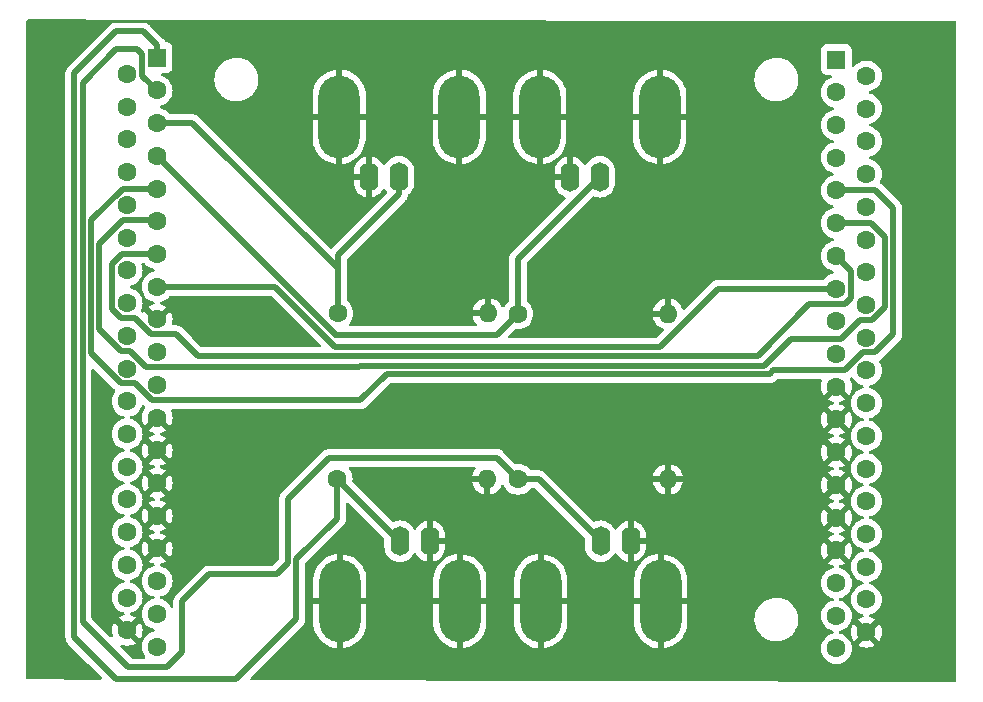
<source format=gbr>
%TF.GenerationSoftware,KiCad,Pcbnew,7.0.6*%
%TF.CreationDate,2023-08-22T16:48:19+01:00*%
%TF.ProjectId,trigger_cable,74726967-6765-4725-9f63-61626c652e6b,rev?*%
%TF.SameCoordinates,Original*%
%TF.FileFunction,Copper,L1,Top*%
%TF.FilePolarity,Positive*%
%FSLAX46Y46*%
G04 Gerber Fmt 4.6, Leading zero omitted, Abs format (unit mm)*
G04 Created by KiCad (PCBNEW 7.0.6) date 2023-08-22 16:48:19*
%MOMM*%
%LPD*%
G01*
G04 APERTURE LIST*
%TA.AperFunction,ComponentPad*%
%ADD10R,1.600000X1.600000*%
%TD*%
%TA.AperFunction,ComponentPad*%
%ADD11C,1.600000*%
%TD*%
%TA.AperFunction,ComponentPad*%
%ADD12O,1.600000X1.600000*%
%TD*%
%TA.AperFunction,ComponentPad*%
%ADD13O,1.600000X2.500000*%
%TD*%
%TA.AperFunction,ComponentPad*%
%ADD14O,3.500000X7.000000*%
%TD*%
%TA.AperFunction,Conductor*%
%ADD15C,0.500000*%
%TD*%
G04 APERTURE END LIST*
D10*
%TO.P,J1,1,1*%
%TO.N,Net-(J6-In)*%
X54250331Y-59115000D03*
D11*
%TO.P,J1,2,2*%
%TO.N,Net-(J5-In)*%
X54250331Y-61885000D03*
%TO.P,J1,3,3*%
%TO.N,Net-(J4-In)*%
X54250331Y-64655000D03*
%TO.P,J1,4,4*%
%TO.N,Net-(J3-In)*%
X54250331Y-67425000D03*
%TO.P,J1,5,5*%
%TO.N,Net-(J1-Pad5)*%
X54250331Y-70195000D03*
%TO.P,J1,6,6*%
%TO.N,Net-(J1-Pad6)*%
X54250331Y-72965000D03*
%TO.P,J1,7,7*%
%TO.N,Net-(J1-Pad7)*%
X54250331Y-75735000D03*
%TO.P,J1,8,8*%
%TO.N,Net-(J1-Pad8)*%
X54250331Y-78505000D03*
%TO.P,J1,9,9*%
%TO.N,GND*%
X54250331Y-81275000D03*
%TO.P,J1,10,10*%
X54250331Y-84045000D03*
%TO.P,J1,11,11*%
X54250331Y-86815000D03*
%TO.P,J1,12,12*%
X54250331Y-89585000D03*
%TO.P,J1,13,13*%
X54250331Y-92355000D03*
%TO.P,J1,14,14*%
X54250331Y-95125000D03*
%TO.P,J1,15,15*%
X54250331Y-97895000D03*
%TO.P,J1,16,16*%
X54250331Y-100665000D03*
%TO.P,J1,17,17*%
%TO.N,unconnected-(J1-Pad17)*%
X54250331Y-103435000D03*
%TO.P,J1,18,18*%
%TO.N,unconnected-(J1-Pad18)*%
X54250331Y-106205000D03*
%TO.P,J1,19,19*%
%TO.N,unconnected-(J1-Pad19)*%
X54250331Y-108975000D03*
%TO.P,J1,20,20*%
%TO.N,unconnected-(J1-Pad20)*%
X51710331Y-60500000D03*
%TO.P,J1,21,21*%
%TO.N,unconnected-(J1-Pad21)*%
X51710331Y-63270000D03*
%TO.P,J1,22,22*%
%TO.N,unconnected-(J1-Pad22)*%
X51710331Y-66040000D03*
%TO.P,J1,23,23*%
%TO.N,unconnected-(J1-Pad23)*%
X51710331Y-68810000D03*
%TO.P,J1,24,24*%
%TO.N,unconnected-(J1-Pad24)*%
X51710331Y-71580000D03*
%TO.P,J1,25,25*%
%TO.N,unconnected-(J1-Pad25)*%
X51710331Y-74350000D03*
%TO.P,J1,26,26*%
%TO.N,unconnected-(J1-Pad26)*%
X51710331Y-77120000D03*
%TO.P,J1,27,27*%
%TO.N,unconnected-(J1-Pad27)*%
X51710331Y-79890000D03*
%TO.P,J1,28,28*%
%TO.N,unconnected-(J1-Pad28)*%
X51710331Y-82660000D03*
%TO.P,J1,29,29*%
%TO.N,unconnected-(J1-Pad29)*%
X51710331Y-85430000D03*
%TO.P,J1,30,30*%
%TO.N,unconnected-(J1-Pad30)*%
X51710331Y-88200000D03*
%TO.P,J1,31,31*%
%TO.N,unconnected-(J1-Pad31)*%
X51710331Y-90970000D03*
%TO.P,J1,32,32*%
%TO.N,unconnected-(J1-Pad32)*%
X51710331Y-93740000D03*
%TO.P,J1,33,33*%
%TO.N,unconnected-(J1-Pad33)*%
X51710331Y-96510000D03*
%TO.P,J1,34,34*%
%TO.N,unconnected-(J1-Pad34)*%
X51710331Y-99280000D03*
%TO.P,J1,35,35*%
%TO.N,unconnected-(J1-Pad35)*%
X51710331Y-102050000D03*
%TO.P,J1,36,36*%
%TO.N,unconnected-(J1-Pad36)*%
X51710331Y-104820000D03*
%TO.P,J1,37,37*%
%TO.N,GND*%
X51710331Y-107590000D03*
%TD*%
%TO.P,R4,1*%
%TO.N,Net-(J6-In)*%
X69500000Y-94800000D03*
D12*
%TO.P,R4,2*%
%TO.N,GND*%
X82200000Y-94800000D03*
%TD*%
D11*
%TO.P,R2,1*%
%TO.N,Net-(J4-In)*%
X69550000Y-80750000D03*
D12*
%TO.P,R2,2*%
%TO.N,GND*%
X82250000Y-80750000D03*
%TD*%
D10*
%TO.P,J7,1,1*%
%TO.N,unconnected-(J7-Pad1)*%
X111760000Y-59275000D03*
D11*
%TO.P,J7,2,2*%
%TO.N,unconnected-(J7-Pad2)*%
X111760000Y-62045000D03*
%TO.P,J7,3,3*%
%TO.N,unconnected-(J7-Pad3)*%
X111760000Y-64815000D03*
%TO.P,J7,4,4*%
%TO.N,unconnected-(J7-Pad4)*%
X111760000Y-67585000D03*
%TO.P,J7,5,5*%
%TO.N,Net-(J1-Pad5)*%
X111760000Y-70355000D03*
%TO.P,J7,6,6*%
%TO.N,Net-(J1-Pad6)*%
X111760000Y-73125000D03*
%TO.P,J7,7,7*%
%TO.N,Net-(J1-Pad7)*%
X111760000Y-75895000D03*
%TO.P,J7,8,8*%
%TO.N,Net-(J1-Pad8)*%
X111760000Y-78665000D03*
%TO.P,J7,9,9*%
%TO.N,GND*%
X111760000Y-81435000D03*
%TO.P,J7,10,10*%
X111760000Y-84205000D03*
%TO.P,J7,11,11*%
X111760000Y-86975000D03*
%TO.P,J7,12,12*%
X111760000Y-89745000D03*
%TO.P,J7,13,13*%
X111760000Y-92515000D03*
%TO.P,J7,14,14*%
X111760000Y-95285000D03*
%TO.P,J7,15,15*%
X111760000Y-98055000D03*
%TO.P,J7,16,16*%
X111760000Y-100825000D03*
%TO.P,J7,17,17*%
%TO.N,unconnected-(J7-Pad17)*%
X111760000Y-103595000D03*
%TO.P,J7,18,18*%
%TO.N,unconnected-(J7-Pad18)*%
X111760000Y-106365000D03*
%TO.P,J7,19,19*%
%TO.N,unconnected-(J7-Pad19)*%
X111760000Y-109135000D03*
%TO.P,J7,20,20*%
%TO.N,unconnected-(J7-Pad20)*%
X114300000Y-60660000D03*
%TO.P,J7,21,21*%
%TO.N,unconnected-(J7-Pad21)*%
X114300000Y-63430000D03*
%TO.P,J7,22,22*%
%TO.N,unconnected-(J7-Pad22)*%
X114300000Y-66200000D03*
%TO.P,J7,23,23*%
%TO.N,unconnected-(J7-Pad23)*%
X114300000Y-68970000D03*
%TO.P,J7,24,24*%
%TO.N,unconnected-(J7-Pad24)*%
X114300000Y-71740000D03*
%TO.P,J7,25,25*%
%TO.N,unconnected-(J7-Pad25)*%
X114300000Y-74510000D03*
%TO.P,J7,26,26*%
%TO.N,unconnected-(J7-Pad26)*%
X114300000Y-77280000D03*
%TO.P,J7,27,27*%
%TO.N,unconnected-(J7-Pad27)*%
X114300000Y-80050000D03*
%TO.P,J7,28,28*%
%TO.N,unconnected-(J7-Pad28)*%
X114300000Y-82820000D03*
%TO.P,J7,29,29*%
%TO.N,unconnected-(J7-Pad29)*%
X114300000Y-85590000D03*
%TO.P,J7,30,30*%
%TO.N,unconnected-(J7-Pad30)*%
X114300000Y-88360000D03*
%TO.P,J7,31,31*%
%TO.N,unconnected-(J7-Pad31)*%
X114300000Y-91130000D03*
%TO.P,J7,32,32*%
%TO.N,unconnected-(J7-Pad32)*%
X114300000Y-93900000D03*
%TO.P,J7,33,33*%
%TO.N,unconnected-(J7-Pad33)*%
X114300000Y-96670000D03*
%TO.P,J7,34,34*%
%TO.N,unconnected-(J7-Pad34)*%
X114300000Y-99440000D03*
%TO.P,J7,35,35*%
%TO.N,unconnected-(J7-Pad35)*%
X114300000Y-102210000D03*
%TO.P,J7,36,36*%
%TO.N,unconnected-(J7-Pad36)*%
X114300000Y-104980000D03*
%TO.P,J7,37,37*%
%TO.N,GND*%
X114300000Y-107750000D03*
%TD*%
D13*
%TO.P,J3,1,In*%
%TO.N,Net-(J3-In)*%
X91740000Y-69200000D03*
D14*
%TO.P,J3,2,Ext*%
%TO.N,GND*%
X86660000Y-64120000D03*
D13*
X89200000Y-69200000D03*
D14*
X96820000Y-64120000D03*
%TD*%
D13*
%TO.P,J4,1,In*%
%TO.N,Net-(J4-In)*%
X74740000Y-69200000D03*
D14*
%TO.P,J4,2,Ext*%
%TO.N,GND*%
X69660000Y-64120000D03*
D13*
X72200000Y-69200000D03*
D14*
X79820000Y-64120000D03*
%TD*%
D13*
%TO.P,J5,1,In*%
%TO.N,Net-(J5-In)*%
X91800000Y-100050000D03*
D14*
%TO.P,J5,2,Ext*%
%TO.N,GND*%
X96880000Y-105130000D03*
D13*
X94340000Y-100050000D03*
D14*
X86720000Y-105130000D03*
%TD*%
D11*
%TO.P,R1,1*%
%TO.N,Net-(J3-In)*%
X84800000Y-80800000D03*
D12*
%TO.P,R1,2*%
%TO.N,GND*%
X97500000Y-80800000D03*
%TD*%
D13*
%TO.P,J6,1,In*%
%TO.N,Net-(J6-In)*%
X74800000Y-100050000D03*
D14*
%TO.P,J6,2,Ext*%
%TO.N,GND*%
X79880000Y-105130000D03*
D13*
X77340000Y-100050000D03*
D14*
X69720000Y-105130000D03*
%TD*%
D11*
%TO.P,R3,1*%
%TO.N,Net-(J5-In)*%
X84800000Y-94800000D03*
D12*
%TO.P,R3,2*%
%TO.N,GND*%
X97500000Y-94800000D03*
%TD*%
D15*
%TO.N,Net-(J4-In)*%
X57243000Y-64655000D02*
X69550000Y-76962000D01*
X54250331Y-64655000D02*
X57243000Y-64655000D01*
X69550000Y-75850000D02*
X69550000Y-76962000D01*
X69550000Y-76962000D02*
X69550000Y-80750000D01*
%TO.N,Net-(J1-Pad8)*%
X64220000Y-78505000D02*
X69315000Y-83600000D01*
X54250331Y-78505000D02*
X64220000Y-78505000D01*
%TO.N,Net-(J1-Pad7)*%
X50460331Y-80407767D02*
X50460331Y-76539669D01*
X51192564Y-81140000D02*
X50460331Y-80407767D01*
X51265000Y-75735000D02*
X54250331Y-75735000D01*
X52347564Y-81140000D02*
X51192564Y-81140000D01*
X53732564Y-82525000D02*
X52347564Y-81140000D01*
X55855000Y-82525000D02*
X53732564Y-82525000D01*
X50460331Y-76539669D02*
X51265000Y-75735000D01*
X57730000Y-84400000D02*
X55855000Y-82525000D01*
X105084000Y-84400000D02*
X57730000Y-84400000D01*
X109474000Y-80010000D02*
X105084000Y-84400000D01*
X112522000Y-80010000D02*
X109474000Y-80010000D01*
X113030000Y-79502000D02*
X112522000Y-80010000D01*
X113030000Y-77165000D02*
X113030000Y-79502000D01*
X111760000Y-75895000D02*
X113030000Y-77165000D01*
%TO.N,Net-(J1-Pad6)*%
X54183331Y-72898000D02*
X54250331Y-72965000D01*
X51376000Y-72898000D02*
X54183331Y-72898000D01*
X49344000Y-74930000D02*
X51376000Y-72898000D01*
X49344000Y-82061436D02*
X49344000Y-74930000D01*
X51192564Y-83910000D02*
X49344000Y-82061436D01*
X51958098Y-83910000D02*
X51192564Y-83910000D01*
X53343098Y-85295000D02*
X51958098Y-83910000D01*
X71305000Y-85295000D02*
X53343098Y-85295000D01*
X71400000Y-85200000D02*
X71305000Y-85295000D01*
%TO.N,Net-(J1-Pad5)*%
X51327564Y-70195000D02*
X54250331Y-70195000D01*
X48644000Y-72878564D02*
X51327564Y-70195000D01*
X51192564Y-86680000D02*
X48644000Y-84131436D01*
X52347564Y-86680000D02*
X51192564Y-86680000D01*
X53805564Y-88138000D02*
X52347564Y-86680000D01*
X73700000Y-85900000D02*
X71462000Y-88138000D01*
X106124000Y-85900000D02*
X73700000Y-85900000D01*
X106426000Y-85598000D02*
X106124000Y-85900000D01*
X112524233Y-85598000D02*
X106426000Y-85598000D01*
X115066000Y-84070000D02*
X114052233Y-84070000D01*
X114052233Y-84070000D02*
X112524233Y-85598000D01*
X116586000Y-82550000D02*
X115066000Y-84070000D01*
X116586000Y-71882000D02*
X116586000Y-82550000D01*
X71462000Y-88138000D02*
X53805564Y-88138000D01*
X115059000Y-70355000D02*
X116586000Y-71882000D01*
X48644000Y-84131436D02*
X48644000Y-72878564D01*
X111760000Y-70355000D02*
X115059000Y-70355000D01*
%TO.N,Net-(J3-In)*%
X69325050Y-82499719D02*
X54250331Y-67425000D01*
X69325050Y-82600000D02*
X69325050Y-82499719D01*
%TO.N,Net-(J5-In)*%
X83000000Y-93000000D02*
X84800000Y-94800000D01*
X68800000Y-93000000D02*
X83000000Y-93000000D01*
X65340000Y-96460000D02*
X68800000Y-93000000D01*
X65340000Y-101889950D02*
X65340000Y-96460000D01*
X64359950Y-102870000D02*
X65340000Y-101889950D01*
X58674000Y-102870000D02*
X64359950Y-102870000D01*
X56388000Y-105156000D02*
X58674000Y-102870000D01*
X56388000Y-109474000D02*
X56388000Y-105156000D01*
X55118000Y-110744000D02*
X56388000Y-109474000D01*
X50800000Y-58420000D02*
X47944000Y-61276000D01*
X51816000Y-110744000D02*
X55118000Y-110744000D01*
X47944000Y-61276000D02*
X47944000Y-106872000D01*
X53000331Y-58842331D02*
X52578000Y-58420000D01*
X54250331Y-61885000D02*
X53000331Y-60635000D01*
X53000331Y-60635000D02*
X53000331Y-58842331D01*
X52578000Y-58420000D02*
X50800000Y-58420000D01*
X47944000Y-106872000D02*
X51816000Y-110744000D01*
%TO.N,Net-(J6-In)*%
X54250331Y-58060331D02*
X54250331Y-59115000D01*
X53086000Y-56896000D02*
X54250331Y-58060331D01*
X50800000Y-56896000D02*
X53086000Y-56896000D01*
X47244000Y-108204000D02*
X47244000Y-60452000D01*
X60960000Y-111760000D02*
X50800000Y-111760000D01*
X66040000Y-106680000D02*
X60960000Y-111760000D01*
X50800000Y-111760000D02*
X47244000Y-108204000D01*
X69500000Y-98140000D02*
X66040000Y-101600000D01*
X66040000Y-101600000D02*
X66040000Y-106680000D01*
X69500000Y-94800000D02*
X69500000Y-98140000D01*
X47244000Y-60452000D02*
X50800000Y-56896000D01*
X74750000Y-100050000D02*
X69500000Y-94800000D01*
X74800000Y-100050000D02*
X74750000Y-100050000D01*
%TO.N,Net-(J1-Pad8)*%
X101735000Y-78665000D02*
X111760000Y-78665000D01*
X96800000Y-83600000D02*
X101735000Y-78665000D01*
X69315000Y-83600000D02*
X96800000Y-83600000D01*
%TO.N,Net-(J1-Pad6)*%
X114527000Y-73125000D02*
X111760000Y-73125000D01*
X114554000Y-73152000D02*
X114527000Y-73125000D01*
X114709767Y-73152000D02*
X114554000Y-73152000D01*
X115886000Y-80231767D02*
X115886000Y-74328233D01*
X114817767Y-81300000D02*
X115886000Y-80231767D01*
X113772000Y-81300000D02*
X114817767Y-81300000D01*
X112117000Y-82955000D02*
X113772000Y-81300000D01*
X115886000Y-74328233D02*
X114709767Y-73152000D01*
X107909000Y-82955000D02*
X112117000Y-82955000D01*
X105664000Y-85200000D02*
X107909000Y-82955000D01*
X71400000Y-85200000D02*
X105664000Y-85200000D01*
%TO.N,Net-(J5-In)*%
X86550000Y-94800000D02*
X91800000Y-100050000D01*
X84800000Y-94800000D02*
X86550000Y-94800000D01*
%TO.N,Net-(J4-In)*%
X74740000Y-69200000D02*
X74740000Y-70660000D01*
X74740000Y-70660000D02*
X69550000Y-75850000D01*
%TO.N,Net-(J3-In)*%
X69325050Y-82600000D02*
X83000000Y-82600000D01*
X84800000Y-76140000D02*
X91740000Y-69200000D01*
X84800000Y-80800000D02*
X84800000Y-76140000D01*
X83000000Y-82600000D02*
X84800000Y-80800000D01*
%TD*%
%TA.AperFunction,Conductor*%
%TO.N,GND*%
G36*
X53152584Y-55895198D02*
G01*
X53153640Y-55895510D01*
X53156737Y-55895204D01*
X121796190Y-55999811D01*
X121863198Y-56019598D01*
X121908873Y-56072471D01*
X121920000Y-56123811D01*
X121920000Y-111875621D01*
X121900315Y-111942660D01*
X121847511Y-111988415D01*
X121795622Y-111999620D01*
X62262186Y-111818162D01*
X62195207Y-111798274D01*
X62149613Y-111745330D01*
X62139880Y-111676142D01*
X62169099Y-111612675D01*
X62174854Y-111606512D01*
X66525642Y-107255724D01*
X66539271Y-107243947D01*
X66558530Y-107229610D01*
X66592101Y-107189601D01*
X66595761Y-107185606D01*
X66601590Y-107179778D01*
X66621941Y-107154039D01*
X66630639Y-107143673D01*
X66671302Y-107095214D01*
X66671306Y-107095205D01*
X66675274Y-107089175D01*
X66675325Y-107089208D01*
X66679372Y-107082856D01*
X66679320Y-107082824D01*
X66683112Y-107076675D01*
X66715575Y-107007058D01*
X66741601Y-106955236D01*
X67470000Y-106955236D01*
X67485084Y-107180564D01*
X67485086Y-107180573D01*
X67545083Y-107475758D01*
X67545087Y-107475773D01*
X67643901Y-107760343D01*
X67643903Y-107760346D01*
X67779759Y-108029198D01*
X67950254Y-108277564D01*
X68152314Y-108500971D01*
X68382361Y-108695464D01*
X68636271Y-108857554D01*
X68636273Y-108857555D01*
X68909514Y-108984351D01*
X68909528Y-108984356D01*
X69197234Y-109073605D01*
X69470000Y-109119614D01*
X69470000Y-106104625D01*
X69617801Y-106135000D01*
X69770967Y-106135000D01*
X69923348Y-106119504D01*
X69970000Y-106104867D01*
X69970000Y-109116207D01*
X70095076Y-109103624D01*
X70095079Y-109103623D01*
X70388107Y-109033791D01*
X70388116Y-109033789D01*
X70669216Y-108925525D01*
X70669231Y-108925518D01*
X70933395Y-108780751D01*
X70933401Y-108780747D01*
X71175911Y-108602064D01*
X71392451Y-108392644D01*
X71392457Y-108392637D01*
X71579145Y-108156231D01*
X71732657Y-107897051D01*
X71732666Y-107897033D01*
X71850260Y-107619716D01*
X71850265Y-107619699D01*
X71929848Y-107329173D01*
X71970000Y-107030616D01*
X71970000Y-106955236D01*
X77630000Y-106955236D01*
X77645084Y-107180564D01*
X77645086Y-107180573D01*
X77705083Y-107475758D01*
X77705087Y-107475773D01*
X77803901Y-107760343D01*
X77803903Y-107760346D01*
X77939759Y-108029198D01*
X78110254Y-108277564D01*
X78312314Y-108500971D01*
X78542361Y-108695464D01*
X78796271Y-108857554D01*
X78796273Y-108857555D01*
X79069514Y-108984351D01*
X79069528Y-108984356D01*
X79357234Y-109073605D01*
X79630000Y-109119614D01*
X79630000Y-106104625D01*
X79777801Y-106135000D01*
X79930967Y-106135000D01*
X80083348Y-106119504D01*
X80130000Y-106104867D01*
X80130000Y-109116207D01*
X80255076Y-109103624D01*
X80255079Y-109103623D01*
X80548107Y-109033791D01*
X80548116Y-109033789D01*
X80829216Y-108925525D01*
X80829231Y-108925518D01*
X81093395Y-108780751D01*
X81093401Y-108780747D01*
X81335911Y-108602064D01*
X81552451Y-108392644D01*
X81552457Y-108392637D01*
X81739145Y-108156231D01*
X81892657Y-107897051D01*
X81892666Y-107897033D01*
X82010260Y-107619716D01*
X82010265Y-107619699D01*
X82089848Y-107329173D01*
X82130000Y-107030616D01*
X82130000Y-106955236D01*
X84470000Y-106955236D01*
X84485084Y-107180564D01*
X84485086Y-107180573D01*
X84545083Y-107475758D01*
X84545087Y-107475773D01*
X84643901Y-107760343D01*
X84643903Y-107760346D01*
X84779759Y-108029198D01*
X84950254Y-108277564D01*
X85152314Y-108500971D01*
X85382361Y-108695464D01*
X85636271Y-108857554D01*
X85636273Y-108857555D01*
X85909514Y-108984351D01*
X85909528Y-108984356D01*
X86197234Y-109073605D01*
X86470000Y-109119614D01*
X86470000Y-106104625D01*
X86617801Y-106135000D01*
X86770967Y-106135000D01*
X86923348Y-106119504D01*
X86970000Y-106104867D01*
X86970000Y-109116207D01*
X87095076Y-109103624D01*
X87095079Y-109103623D01*
X87388107Y-109033791D01*
X87388116Y-109033789D01*
X87669216Y-108925525D01*
X87669231Y-108925518D01*
X87933395Y-108780751D01*
X87933401Y-108780747D01*
X88175911Y-108602064D01*
X88392451Y-108392644D01*
X88392457Y-108392637D01*
X88579145Y-108156231D01*
X88732657Y-107897051D01*
X88732666Y-107897033D01*
X88850260Y-107619716D01*
X88850265Y-107619699D01*
X88929848Y-107329173D01*
X88970000Y-107030616D01*
X88970000Y-106955236D01*
X94630000Y-106955236D01*
X94645084Y-107180564D01*
X94645086Y-107180573D01*
X94705083Y-107475758D01*
X94705087Y-107475773D01*
X94803901Y-107760343D01*
X94803903Y-107760346D01*
X94939759Y-108029198D01*
X95110254Y-108277564D01*
X95312314Y-108500971D01*
X95542361Y-108695464D01*
X95796271Y-108857554D01*
X95796273Y-108857555D01*
X96069514Y-108984351D01*
X96069528Y-108984356D01*
X96357234Y-109073605D01*
X96630000Y-109119614D01*
X96630000Y-106104625D01*
X96777801Y-106135000D01*
X96930967Y-106135000D01*
X97083348Y-106119504D01*
X97130000Y-106104867D01*
X97130000Y-109116207D01*
X97255076Y-109103624D01*
X97255079Y-109103623D01*
X97548107Y-109033791D01*
X97548116Y-109033789D01*
X97829216Y-108925525D01*
X97829231Y-108925518D01*
X98093395Y-108780751D01*
X98093401Y-108780747D01*
X98335911Y-108602064D01*
X98552451Y-108392644D01*
X98552457Y-108392637D01*
X98739145Y-108156231D01*
X98892657Y-107897051D01*
X98892666Y-107897033D01*
X99010260Y-107619716D01*
X99010265Y-107619699D01*
X99089848Y-107329173D01*
X99130000Y-107030616D01*
X99130000Y-106747763D01*
X104825787Y-106747763D01*
X104855413Y-107017013D01*
X104855415Y-107017024D01*
X104923926Y-107279082D01*
X104923928Y-107279088D01*
X105029870Y-107528390D01*
X105165117Y-107750000D01*
X105170979Y-107759605D01*
X105170986Y-107759615D01*
X105344253Y-107967819D01*
X105344259Y-107967824D01*
X105401106Y-108018759D01*
X105545998Y-108148582D01*
X105771910Y-108298044D01*
X106017176Y-108413020D01*
X106017183Y-108413022D01*
X106017185Y-108413023D01*
X106276557Y-108491057D01*
X106276564Y-108491058D01*
X106276569Y-108491060D01*
X106544561Y-108530500D01*
X106544566Y-108530500D01*
X106747636Y-108530500D01*
X106799133Y-108526730D01*
X106950156Y-108515677D01*
X107062758Y-108490593D01*
X107214546Y-108456782D01*
X107214548Y-108456781D01*
X107214553Y-108456780D01*
X107467558Y-108360014D01*
X107703777Y-108227441D01*
X107918177Y-108061888D01*
X108106186Y-107866881D01*
X108263799Y-107646579D01*
X108374256Y-107431739D01*
X108387649Y-107405690D01*
X108387651Y-107405684D01*
X108387656Y-107405675D01*
X108475118Y-107149305D01*
X108524319Y-106882933D01*
X108534212Y-106612235D01*
X108504586Y-106342982D01*
X108436072Y-106080912D01*
X108330130Y-105831610D01*
X108189018Y-105600390D01*
X108126995Y-105525861D01*
X108015746Y-105392180D01*
X108015740Y-105392175D01*
X107814002Y-105211418D01*
X107588092Y-105061957D01*
X107582919Y-105059532D01*
X107342824Y-104946980D01*
X107342819Y-104946978D01*
X107342814Y-104946976D01*
X107083442Y-104868942D01*
X107083428Y-104868939D01*
X106967791Y-104851921D01*
X106815439Y-104829500D01*
X106612369Y-104829500D01*
X106612364Y-104829500D01*
X106409844Y-104844323D01*
X106409831Y-104844325D01*
X106145453Y-104903217D01*
X106145446Y-104903220D01*
X105892439Y-104999987D01*
X105656226Y-105132557D01*
X105656224Y-105132558D01*
X105656223Y-105132559D01*
X105648839Y-105138261D01*
X105441822Y-105298112D01*
X105253822Y-105493109D01*
X105253816Y-105493116D01*
X105096202Y-105713419D01*
X105096199Y-105713424D01*
X104972350Y-105954309D01*
X104972343Y-105954327D01*
X104884884Y-106210685D01*
X104884882Y-106210695D01*
X104837366Y-106467948D01*
X104835681Y-106477068D01*
X104835680Y-106477075D01*
X104825787Y-106747763D01*
X99130000Y-106747763D01*
X99130000Y-105380000D01*
X97853411Y-105380000D01*
X97878534Y-105282970D01*
X97888886Y-105078835D01*
X97858426Y-104880000D01*
X99130000Y-104880000D01*
X99130000Y-103304764D01*
X99114915Y-103079435D01*
X99114913Y-103079426D01*
X99054916Y-102784241D01*
X99054912Y-102784226D01*
X98956098Y-102499656D01*
X98956096Y-102499653D01*
X98820240Y-102230801D01*
X98649745Y-101982435D01*
X98447685Y-101759028D01*
X98217638Y-101564535D01*
X97963728Y-101402445D01*
X97963726Y-101402444D01*
X97690485Y-101275648D01*
X97690471Y-101275643D01*
X97402765Y-101186394D01*
X97130000Y-101140384D01*
X97130000Y-104155374D01*
X96982199Y-104125000D01*
X96829033Y-104125000D01*
X96676652Y-104140496D01*
X96630000Y-104155132D01*
X96630000Y-101143792D01*
X96504922Y-101156375D01*
X96504920Y-101156376D01*
X96211892Y-101226208D01*
X96211883Y-101226210D01*
X95930783Y-101334474D01*
X95930768Y-101334481D01*
X95666604Y-101479248D01*
X95666598Y-101479252D01*
X95424088Y-101657935D01*
X95207548Y-101867355D01*
X95207542Y-101867362D01*
X95020854Y-102103768D01*
X94867342Y-102362948D01*
X94867333Y-102362966D01*
X94749739Y-102640283D01*
X94749734Y-102640300D01*
X94670151Y-102930826D01*
X94630000Y-103229383D01*
X94630000Y-104880000D01*
X95906589Y-104880000D01*
X95881466Y-104977030D01*
X95871114Y-105181165D01*
X95901574Y-105380000D01*
X94630000Y-105380000D01*
X94630000Y-106955236D01*
X88970000Y-106955236D01*
X88970000Y-105380000D01*
X87693411Y-105380000D01*
X87718534Y-105282970D01*
X87728886Y-105078835D01*
X87698426Y-104880000D01*
X88970000Y-104880000D01*
X88970000Y-103304764D01*
X88954915Y-103079435D01*
X88954913Y-103079426D01*
X88894916Y-102784241D01*
X88894912Y-102784226D01*
X88796098Y-102499656D01*
X88796096Y-102499653D01*
X88660240Y-102230801D01*
X88489745Y-101982435D01*
X88287685Y-101759028D01*
X88057638Y-101564535D01*
X87803728Y-101402445D01*
X87803726Y-101402444D01*
X87530485Y-101275648D01*
X87530471Y-101275643D01*
X87242765Y-101186394D01*
X86970000Y-101140384D01*
X86970000Y-104155374D01*
X86822199Y-104125000D01*
X86669033Y-104125000D01*
X86516652Y-104140496D01*
X86470000Y-104155132D01*
X86470000Y-101143792D01*
X86344922Y-101156375D01*
X86344920Y-101156376D01*
X86051892Y-101226208D01*
X86051883Y-101226210D01*
X85770783Y-101334474D01*
X85770768Y-101334481D01*
X85506604Y-101479248D01*
X85506598Y-101479252D01*
X85264088Y-101657935D01*
X85047548Y-101867355D01*
X85047542Y-101867362D01*
X84860854Y-102103768D01*
X84707342Y-102362948D01*
X84707333Y-102362966D01*
X84589739Y-102640283D01*
X84589734Y-102640300D01*
X84510151Y-102930826D01*
X84470000Y-103229383D01*
X84470000Y-104880000D01*
X85746589Y-104880000D01*
X85721466Y-104977030D01*
X85711114Y-105181165D01*
X85741574Y-105380000D01*
X84470000Y-105380000D01*
X84470000Y-106955236D01*
X82130000Y-106955236D01*
X82130000Y-105380000D01*
X80853411Y-105380000D01*
X80878534Y-105282970D01*
X80888886Y-105078835D01*
X80858426Y-104880000D01*
X82130000Y-104880000D01*
X82130000Y-103304764D01*
X82114915Y-103079435D01*
X82114913Y-103079426D01*
X82054916Y-102784241D01*
X82054912Y-102784226D01*
X81956098Y-102499656D01*
X81956096Y-102499653D01*
X81820240Y-102230801D01*
X81649745Y-101982435D01*
X81447685Y-101759028D01*
X81217638Y-101564535D01*
X80963728Y-101402445D01*
X80963726Y-101402444D01*
X80690485Y-101275648D01*
X80690471Y-101275643D01*
X80402765Y-101186394D01*
X80130000Y-101140384D01*
X80130000Y-104155374D01*
X79982199Y-104125000D01*
X79829033Y-104125000D01*
X79676652Y-104140496D01*
X79630000Y-104155132D01*
X79630000Y-101143792D01*
X79504922Y-101156375D01*
X79504920Y-101156376D01*
X79211892Y-101226208D01*
X79211883Y-101226210D01*
X78930783Y-101334474D01*
X78930768Y-101334481D01*
X78666604Y-101479248D01*
X78666598Y-101479252D01*
X78424088Y-101657935D01*
X78207548Y-101867355D01*
X78207542Y-101867362D01*
X78020854Y-102103768D01*
X77867342Y-102362948D01*
X77867333Y-102362966D01*
X77749739Y-102640283D01*
X77749734Y-102640300D01*
X77670151Y-102930826D01*
X77630000Y-103229383D01*
X77630000Y-104880000D01*
X78906589Y-104880000D01*
X78881466Y-104977030D01*
X78871114Y-105181165D01*
X78901574Y-105380000D01*
X77630000Y-105380000D01*
X77630000Y-106955236D01*
X71970000Y-106955236D01*
X71970000Y-105380000D01*
X70693411Y-105380000D01*
X70718534Y-105282970D01*
X70728886Y-105078835D01*
X70698426Y-104880000D01*
X71970000Y-104880000D01*
X71970000Y-103304764D01*
X71954915Y-103079435D01*
X71954913Y-103079426D01*
X71894916Y-102784241D01*
X71894912Y-102784226D01*
X71796098Y-102499656D01*
X71796096Y-102499653D01*
X71660240Y-102230801D01*
X71489745Y-101982435D01*
X71287685Y-101759028D01*
X71057638Y-101564535D01*
X70803728Y-101402445D01*
X70803726Y-101402444D01*
X70530485Y-101275648D01*
X70530471Y-101275643D01*
X70242765Y-101186394D01*
X69970000Y-101140384D01*
X69970000Y-104155374D01*
X69822199Y-104125000D01*
X69669033Y-104125000D01*
X69516652Y-104140496D01*
X69470000Y-104155132D01*
X69470000Y-101143792D01*
X69344922Y-101156375D01*
X69344920Y-101156376D01*
X69051892Y-101226208D01*
X69051883Y-101226210D01*
X68770783Y-101334474D01*
X68770768Y-101334481D01*
X68506604Y-101479248D01*
X68506598Y-101479252D01*
X68264088Y-101657935D01*
X68047548Y-101867355D01*
X68047542Y-101867362D01*
X67860854Y-102103768D01*
X67707342Y-102362948D01*
X67707333Y-102362966D01*
X67589739Y-102640283D01*
X67589734Y-102640300D01*
X67510151Y-102930826D01*
X67470000Y-103229383D01*
X67470000Y-104880000D01*
X68746589Y-104880000D01*
X68721466Y-104977030D01*
X68711114Y-105181165D01*
X68741574Y-105380000D01*
X67470000Y-105380000D01*
X67470000Y-106955236D01*
X66741601Y-106955236D01*
X66750036Y-106938440D01*
X66750040Y-106938433D01*
X66750042Y-106938421D01*
X66752509Y-106931646D01*
X66752567Y-106931667D01*
X66755043Y-106924546D01*
X66754986Y-106924528D01*
X66757257Y-106917673D01*
X66772792Y-106842434D01*
X66779019Y-106816162D01*
X66790500Y-106767721D01*
X66790500Y-106767710D01*
X66791338Y-106760548D01*
X66791398Y-106760555D01*
X66792164Y-106753055D01*
X66792105Y-106753050D01*
X66792734Y-106745860D01*
X66792644Y-106742782D01*
X66790500Y-106669082D01*
X66790499Y-101962228D01*
X66810184Y-101895190D01*
X66826813Y-101874553D01*
X69985642Y-98715724D01*
X69999271Y-98703947D01*
X70018530Y-98689610D01*
X70052101Y-98649601D01*
X70055761Y-98645606D01*
X70061590Y-98639778D01*
X70081941Y-98614039D01*
X70093761Y-98599953D01*
X70131302Y-98555214D01*
X70131306Y-98555205D01*
X70135274Y-98549175D01*
X70135325Y-98549208D01*
X70139372Y-98542856D01*
X70139320Y-98542824D01*
X70143112Y-98536675D01*
X70175575Y-98467058D01*
X70204957Y-98408553D01*
X70210040Y-98398433D01*
X70210042Y-98398421D01*
X70212509Y-98391646D01*
X70212567Y-98391667D01*
X70215043Y-98384546D01*
X70214986Y-98384528D01*
X70217257Y-98377673D01*
X70232792Y-98302434D01*
X70234665Y-98294532D01*
X70250500Y-98227721D01*
X70250500Y-98227710D01*
X70251338Y-98220548D01*
X70251398Y-98220555D01*
X70252164Y-98213055D01*
X70252105Y-98213050D01*
X70252734Y-98205860D01*
X70250500Y-98129082D01*
X70250500Y-96911229D01*
X70270185Y-96844190D01*
X70322989Y-96798435D01*
X70392147Y-96788491D01*
X70455703Y-96817516D01*
X70462181Y-96823548D01*
X73463181Y-99824548D01*
X73496666Y-99885871D01*
X73499500Y-99912229D01*
X73499500Y-100556784D01*
X73514364Y-100726687D01*
X73514366Y-100726697D01*
X73573258Y-100946488D01*
X73573261Y-100946497D01*
X73669431Y-101152732D01*
X73669432Y-101152734D01*
X73799954Y-101339141D01*
X73960858Y-101500045D01*
X73960861Y-101500047D01*
X74147266Y-101630568D01*
X74353504Y-101726739D01*
X74573308Y-101785635D01*
X74735230Y-101799801D01*
X74799998Y-101805468D01*
X74800000Y-101805468D01*
X74800002Y-101805468D01*
X74856673Y-101800509D01*
X75026692Y-101785635D01*
X75246496Y-101726739D01*
X75452734Y-101630568D01*
X75639139Y-101500047D01*
X75800047Y-101339139D01*
X75930568Y-101152734D01*
X75957895Y-101094129D01*
X76004064Y-101041695D01*
X76071257Y-101022542D01*
X76138139Y-101042757D01*
X76182657Y-101094133D01*
X76209865Y-101152482D01*
X76340342Y-101338820D01*
X76501179Y-101499657D01*
X76687517Y-101630134D01*
X76893673Y-101726265D01*
X76893682Y-101726269D01*
X77089999Y-101778872D01*
X77090000Y-101778871D01*
X77090000Y-100418137D01*
X77144741Y-100455459D01*
X77272927Y-100495000D01*
X77373346Y-100495000D01*
X77472647Y-100480033D01*
X77590000Y-100423518D01*
X77590000Y-101778872D01*
X77786317Y-101726269D01*
X77786326Y-101726265D01*
X77992482Y-101630134D01*
X78178820Y-101499657D01*
X78339657Y-101338820D01*
X78470134Y-101152482D01*
X78566265Y-100946326D01*
X78566269Y-100946317D01*
X78625139Y-100726610D01*
X78625141Y-100726599D01*
X78640000Y-100556763D01*
X78640000Y-100300000D01*
X77709503Y-100300000D01*
X77758917Y-100214413D01*
X77788768Y-100083630D01*
X77778743Y-99949860D01*
X77729734Y-99824987D01*
X77709807Y-99800000D01*
X78640000Y-99800000D01*
X78640000Y-99543237D01*
X78625141Y-99373400D01*
X78625139Y-99373389D01*
X78566269Y-99153682D01*
X78566265Y-99153673D01*
X78470134Y-98947517D01*
X78339657Y-98761179D01*
X78178820Y-98600342D01*
X77992482Y-98469865D01*
X77786328Y-98373734D01*
X77590000Y-98321127D01*
X77590000Y-99681862D01*
X77535259Y-99644541D01*
X77407073Y-99605000D01*
X77306654Y-99605000D01*
X77207353Y-99619967D01*
X77090000Y-99676481D01*
X77090000Y-98321127D01*
X76893671Y-98373734D01*
X76687517Y-98469865D01*
X76501179Y-98600342D01*
X76340342Y-98761179D01*
X76209867Y-98947515D01*
X76182657Y-99005867D01*
X76136484Y-99058306D01*
X76069290Y-99077457D01*
X76002409Y-99057241D01*
X75957893Y-99005865D01*
X75952132Y-98993511D01*
X75930568Y-98947266D01*
X75800047Y-98760861D01*
X75800045Y-98760858D01*
X75639141Y-98599954D01*
X75452734Y-98469432D01*
X75452732Y-98469431D01*
X75246497Y-98373261D01*
X75246488Y-98373258D01*
X75026697Y-98314366D01*
X75026693Y-98314365D01*
X75026692Y-98314365D01*
X75026691Y-98314364D01*
X75026686Y-98314364D01*
X74800002Y-98294532D01*
X74799998Y-98294532D01*
X74573313Y-98314364D01*
X74573302Y-98314366D01*
X74353511Y-98373258D01*
X74353506Y-98373260D01*
X74353503Y-98373261D01*
X74353504Y-98373261D01*
X74282922Y-98406173D01*
X74213846Y-98416664D01*
X74150063Y-98388144D01*
X74142839Y-98381471D01*
X70826716Y-95065348D01*
X70793231Y-95004025D01*
X70790869Y-94966863D01*
X70805468Y-94800000D01*
X70785635Y-94573308D01*
X70739071Y-94399527D01*
X70726741Y-94353511D01*
X70726738Y-94353502D01*
X70630568Y-94147266D01*
X70515836Y-93983410D01*
X70500043Y-93960855D01*
X70496566Y-93956711D01*
X70497810Y-93955666D01*
X70467883Y-93900858D01*
X70472867Y-93831166D01*
X70514739Y-93775233D01*
X70580203Y-93750816D01*
X70589049Y-93750500D01*
X81111660Y-93750500D01*
X81178699Y-93770185D01*
X81224454Y-93822989D01*
X81234398Y-93892147D01*
X81205373Y-93955703D01*
X81200962Y-93960439D01*
X81200346Y-93961174D01*
X81069865Y-94147517D01*
X80973734Y-94353673D01*
X80973730Y-94353682D01*
X80921127Y-94549999D01*
X80921128Y-94550000D01*
X81884314Y-94550000D01*
X81872359Y-94561955D01*
X81814835Y-94674852D01*
X81795014Y-94800000D01*
X81814835Y-94925148D01*
X81872359Y-95038045D01*
X81884314Y-95050000D01*
X80921128Y-95050000D01*
X80973730Y-95246317D01*
X80973734Y-95246326D01*
X81069865Y-95452482D01*
X81200342Y-95638820D01*
X81361179Y-95799657D01*
X81547517Y-95930134D01*
X81753673Y-96026265D01*
X81753682Y-96026269D01*
X81949999Y-96078872D01*
X81950000Y-96078871D01*
X81950000Y-95115686D01*
X81961955Y-95127641D01*
X82074852Y-95185165D01*
X82168519Y-95200000D01*
X82231481Y-95200000D01*
X82325148Y-95185165D01*
X82438045Y-95127641D01*
X82450000Y-95115685D01*
X82450000Y-96078872D01*
X82646317Y-96026269D01*
X82646326Y-96026265D01*
X82852482Y-95930134D01*
X83038820Y-95799657D01*
X83199657Y-95638820D01*
X83330134Y-95452481D01*
X83330135Y-95452479D01*
X83387342Y-95329799D01*
X83433514Y-95277359D01*
X83500707Y-95258207D01*
X83567588Y-95278422D01*
X83612105Y-95329797D01*
X83637551Y-95384365D01*
X83669431Y-95452732D01*
X83669432Y-95452734D01*
X83799954Y-95639141D01*
X83960858Y-95800045D01*
X83960861Y-95800047D01*
X84147266Y-95930568D01*
X84353504Y-96026739D01*
X84573308Y-96085635D01*
X84735230Y-96099801D01*
X84799998Y-96105468D01*
X84800000Y-96105468D01*
X84800002Y-96105468D01*
X84856673Y-96100509D01*
X85026692Y-96085635D01*
X85246496Y-96026739D01*
X85452734Y-95930568D01*
X85639139Y-95800047D01*
X85800047Y-95639139D01*
X85825086Y-95603377D01*
X85879665Y-95559752D01*
X85926663Y-95550500D01*
X86187770Y-95550500D01*
X86254809Y-95570185D01*
X86275451Y-95586819D01*
X90463181Y-99774548D01*
X90496666Y-99835871D01*
X90499500Y-99862229D01*
X90499500Y-100556784D01*
X90514364Y-100726687D01*
X90514366Y-100726697D01*
X90573258Y-100946488D01*
X90573261Y-100946497D01*
X90669431Y-101152732D01*
X90669432Y-101152734D01*
X90799954Y-101339141D01*
X90960858Y-101500045D01*
X90960861Y-101500047D01*
X91147266Y-101630568D01*
X91353504Y-101726739D01*
X91573308Y-101785635D01*
X91735230Y-101799801D01*
X91799998Y-101805468D01*
X91800000Y-101805468D01*
X91800002Y-101805468D01*
X91856672Y-101800509D01*
X92026692Y-101785635D01*
X92246496Y-101726739D01*
X92452734Y-101630568D01*
X92639139Y-101500047D01*
X92800047Y-101339139D01*
X92930568Y-101152734D01*
X92957895Y-101094129D01*
X93004064Y-101041695D01*
X93071257Y-101022542D01*
X93138139Y-101042757D01*
X93182657Y-101094133D01*
X93209865Y-101152482D01*
X93340342Y-101338820D01*
X93501179Y-101499657D01*
X93687517Y-101630134D01*
X93893673Y-101726265D01*
X93893682Y-101726269D01*
X94089999Y-101778872D01*
X94090000Y-101778871D01*
X94089999Y-100418136D01*
X94144741Y-100455459D01*
X94272927Y-100495000D01*
X94373346Y-100495000D01*
X94472647Y-100480033D01*
X94590000Y-100423518D01*
X94590000Y-101778872D01*
X94786317Y-101726269D01*
X94786326Y-101726265D01*
X94992482Y-101630134D01*
X95178820Y-101499657D01*
X95339657Y-101338820D01*
X95470134Y-101152482D01*
X95566265Y-100946326D01*
X95566269Y-100946317D01*
X95625139Y-100726610D01*
X95625141Y-100726599D01*
X95640000Y-100556763D01*
X95640000Y-100300000D01*
X94709503Y-100300000D01*
X94758917Y-100214413D01*
X94788768Y-100083630D01*
X94778743Y-99949860D01*
X94729734Y-99824987D01*
X94709807Y-99800000D01*
X95640000Y-99800000D01*
X95640000Y-99543237D01*
X95625141Y-99373400D01*
X95625139Y-99373389D01*
X95566269Y-99153682D01*
X95566265Y-99153673D01*
X95470134Y-98947517D01*
X95339657Y-98761179D01*
X95178820Y-98600342D01*
X94992482Y-98469865D01*
X94786328Y-98373734D01*
X94590000Y-98321127D01*
X94590000Y-99681862D01*
X94535259Y-99644541D01*
X94407073Y-99605000D01*
X94306654Y-99605000D01*
X94207353Y-99619967D01*
X94089999Y-99676481D01*
X94089999Y-98321127D01*
X93893671Y-98373734D01*
X93687517Y-98469865D01*
X93501179Y-98600342D01*
X93340342Y-98761179D01*
X93209867Y-98947515D01*
X93182657Y-99005867D01*
X93136484Y-99058306D01*
X93069290Y-99077457D01*
X93002409Y-99057241D01*
X92957893Y-99005865D01*
X92952132Y-98993511D01*
X92930568Y-98947266D01*
X92800047Y-98760861D01*
X92800045Y-98760858D01*
X92639141Y-98599954D01*
X92452734Y-98469432D01*
X92452732Y-98469431D01*
X92246497Y-98373261D01*
X92246488Y-98373258D01*
X92026697Y-98314366D01*
X92026693Y-98314365D01*
X92026692Y-98314365D01*
X92026691Y-98314364D01*
X92026686Y-98314364D01*
X91800002Y-98294532D01*
X91799998Y-98294532D01*
X91573313Y-98314364D01*
X91573302Y-98314366D01*
X91353511Y-98373258D01*
X91353496Y-98373263D01*
X91317021Y-98390272D01*
X91247944Y-98400763D01*
X91184160Y-98372241D01*
X91176938Y-98365570D01*
X87361367Y-94549999D01*
X96221127Y-94549999D01*
X96221128Y-94550000D01*
X97184314Y-94550000D01*
X97172359Y-94561955D01*
X97114835Y-94674852D01*
X97095014Y-94800000D01*
X97114835Y-94925148D01*
X97172359Y-95038045D01*
X97184314Y-95050000D01*
X96221128Y-95050000D01*
X96273730Y-95246317D01*
X96273734Y-95246326D01*
X96369865Y-95452482D01*
X96500342Y-95638820D01*
X96661179Y-95799657D01*
X96847517Y-95930134D01*
X97053673Y-96026265D01*
X97053682Y-96026269D01*
X97249999Y-96078872D01*
X97249999Y-96078871D01*
X97249999Y-95115685D01*
X97261955Y-95127641D01*
X97374852Y-95185165D01*
X97468519Y-95200000D01*
X97531481Y-95200000D01*
X97625148Y-95185165D01*
X97738045Y-95127641D01*
X97750000Y-95115686D01*
X97750000Y-96078872D01*
X97946317Y-96026269D01*
X97946326Y-96026265D01*
X98152482Y-95930134D01*
X98338820Y-95799657D01*
X98499657Y-95638820D01*
X98630134Y-95452482D01*
X98726265Y-95246326D01*
X98726269Y-95246317D01*
X98778872Y-95050000D01*
X97815686Y-95050000D01*
X97827641Y-95038045D01*
X97885165Y-94925148D01*
X97904986Y-94800000D01*
X97885165Y-94674852D01*
X97827641Y-94561955D01*
X97815686Y-94550000D01*
X98778872Y-94550000D01*
X98778872Y-94549999D01*
X98726269Y-94353682D01*
X98726265Y-94353673D01*
X98630134Y-94147517D01*
X98499657Y-93961179D01*
X98338820Y-93800342D01*
X98152482Y-93669865D01*
X97946328Y-93573734D01*
X97750000Y-93521127D01*
X97750000Y-94484314D01*
X97738045Y-94472359D01*
X97625148Y-94414835D01*
X97531481Y-94400000D01*
X97468519Y-94400000D01*
X97374852Y-94414835D01*
X97261955Y-94472359D01*
X97250000Y-94484314D01*
X97250000Y-93521127D01*
X97053671Y-93573734D01*
X96847517Y-93669865D01*
X96661179Y-93800342D01*
X96500342Y-93961179D01*
X96369865Y-94147517D01*
X96273734Y-94353673D01*
X96273730Y-94353682D01*
X96221127Y-94549999D01*
X87361367Y-94549999D01*
X87125729Y-94314361D01*
X87113949Y-94300730D01*
X87106482Y-94290701D01*
X87099612Y-94281472D01*
X87099610Y-94281470D01*
X87059587Y-94247886D01*
X87055612Y-94244244D01*
X87052690Y-94241322D01*
X87049780Y-94238411D01*
X87024040Y-94218059D01*
X87009638Y-94205974D01*
X86965214Y-94168698D01*
X86965213Y-94168697D01*
X86965209Y-94168694D01*
X86959180Y-94164729D01*
X86959212Y-94164680D01*
X86952853Y-94160628D01*
X86952822Y-94160679D01*
X86946680Y-94156891D01*
X86946678Y-94156890D01*
X86946677Y-94156889D01*
X86907474Y-94138608D01*
X86877058Y-94124424D01*
X86842894Y-94107267D01*
X86808433Y-94089960D01*
X86808431Y-94089959D01*
X86808430Y-94089959D01*
X86801645Y-94087489D01*
X86801665Y-94087433D01*
X86794549Y-94084959D01*
X86794531Y-94085015D01*
X86787671Y-94082742D01*
X86759841Y-94076996D01*
X86712434Y-94067207D01*
X86663472Y-94055603D01*
X86637719Y-94049499D01*
X86630547Y-94048661D01*
X86630553Y-94048601D01*
X86623055Y-94047835D01*
X86623050Y-94047895D01*
X86615860Y-94047265D01*
X86539083Y-94049500D01*
X85926663Y-94049500D01*
X85859624Y-94029815D01*
X85825088Y-93996623D01*
X85800045Y-93960858D01*
X85639141Y-93799954D01*
X85452734Y-93669432D01*
X85452732Y-93669431D01*
X85246497Y-93573261D01*
X85246488Y-93573258D01*
X85026697Y-93514366D01*
X85026693Y-93514365D01*
X85026692Y-93514365D01*
X85026691Y-93514364D01*
X85026686Y-93514364D01*
X84800002Y-93494532D01*
X84799997Y-93494532D01*
X84633137Y-93509129D01*
X84564637Y-93495362D01*
X84534650Y-93473282D01*
X83575729Y-92514361D01*
X83563949Y-92500730D01*
X83556482Y-92490701D01*
X83549612Y-92481472D01*
X83549610Y-92481470D01*
X83509587Y-92447886D01*
X83505612Y-92444244D01*
X83499777Y-92438409D01*
X83474040Y-92418059D01*
X83415214Y-92368698D01*
X83415213Y-92368697D01*
X83415209Y-92368694D01*
X83409180Y-92364729D01*
X83409212Y-92364680D01*
X83402853Y-92360628D01*
X83402822Y-92360679D01*
X83396680Y-92356891D01*
X83396678Y-92356890D01*
X83396677Y-92356889D01*
X83348530Y-92334437D01*
X83327058Y-92324424D01*
X83288691Y-92305156D01*
X83258433Y-92289960D01*
X83258431Y-92289959D01*
X83258430Y-92289959D01*
X83251645Y-92287489D01*
X83251665Y-92287433D01*
X83244549Y-92284959D01*
X83244531Y-92285015D01*
X83237671Y-92282742D01*
X83209841Y-92276996D01*
X83162434Y-92267207D01*
X83113472Y-92255603D01*
X83087719Y-92249499D01*
X83080547Y-92248661D01*
X83080553Y-92248601D01*
X83073055Y-92247835D01*
X83073050Y-92247895D01*
X83065860Y-92247265D01*
X82989083Y-92249500D01*
X68863705Y-92249500D01*
X68845735Y-92248191D01*
X68821972Y-92244710D01*
X68777512Y-92248601D01*
X68769931Y-92249264D01*
X68764530Y-92249500D01*
X68756289Y-92249500D01*
X68734579Y-92252037D01*
X68723724Y-92253306D01*
X68708419Y-92254645D01*
X68647199Y-92260001D01*
X68640132Y-92261460D01*
X68640120Y-92261404D01*
X68632763Y-92263035D01*
X68632777Y-92263092D01*
X68625743Y-92264759D01*
X68553575Y-92291025D01*
X68480675Y-92315181D01*
X68474126Y-92318236D01*
X68474101Y-92318183D01*
X68467308Y-92321471D01*
X68467334Y-92321523D01*
X68460880Y-92324764D01*
X68396708Y-92366971D01*
X68331347Y-92407285D01*
X68325683Y-92411765D01*
X68325647Y-92411719D01*
X68319798Y-92416484D01*
X68319835Y-92416528D01*
X68314310Y-92421164D01*
X68314304Y-92421169D01*
X68314304Y-92421170D01*
X68271831Y-92466188D01*
X68261597Y-92477035D01*
X64854358Y-95884272D01*
X64840729Y-95896051D01*
X64821468Y-95910390D01*
X64787898Y-95950397D01*
X64784253Y-95954376D01*
X64778409Y-95960222D01*
X64758059Y-95985959D01*
X64708695Y-96044789D01*
X64704729Y-96050819D01*
X64704682Y-96050788D01*
X64700630Y-96057147D01*
X64700679Y-96057177D01*
X64696889Y-96063321D01*
X64664424Y-96132941D01*
X64629960Y-96201566D01*
X64627488Y-96208357D01*
X64627432Y-96208336D01*
X64624960Y-96215450D01*
X64625015Y-96215469D01*
X64622742Y-96222327D01*
X64607207Y-96297566D01*
X64589501Y-96372270D01*
X64588663Y-96379443D01*
X64588605Y-96379436D01*
X64587837Y-96386950D01*
X64587894Y-96386955D01*
X64587265Y-96394137D01*
X64589500Y-96470916D01*
X64589500Y-101527720D01*
X64569815Y-101594759D01*
X64553181Y-101615401D01*
X64085401Y-102083181D01*
X64024078Y-102116666D01*
X63997720Y-102119500D01*
X58737705Y-102119500D01*
X58719735Y-102118191D01*
X58695972Y-102114710D01*
X58650890Y-102118655D01*
X58643933Y-102119264D01*
X58638532Y-102119500D01*
X58630287Y-102119500D01*
X58604222Y-102122546D01*
X58597705Y-102123308D01*
X58592403Y-102123771D01*
X58521201Y-102130001D01*
X58514134Y-102131461D01*
X58514122Y-102131404D01*
X58506753Y-102133038D01*
X58506767Y-102133095D01*
X58499739Y-102134760D01*
X58427840Y-102160929D01*
X58427568Y-102161028D01*
X58354665Y-102185186D01*
X58354663Y-102185186D01*
X58354660Y-102185188D01*
X58348123Y-102188236D01*
X58348098Y-102188184D01*
X58341310Y-102191470D01*
X58341336Y-102191521D01*
X58334885Y-102194761D01*
X58270723Y-102236961D01*
X58205346Y-102277285D01*
X58199682Y-102281765D01*
X58199646Y-102281719D01*
X58193798Y-102286484D01*
X58193835Y-102286528D01*
X58188310Y-102291164D01*
X58135614Y-102347017D01*
X55902358Y-104580272D01*
X55888729Y-104592051D01*
X55869468Y-104606390D01*
X55835898Y-104646397D01*
X55832253Y-104650376D01*
X55826409Y-104656222D01*
X55806059Y-104681959D01*
X55756695Y-104740789D01*
X55752729Y-104746819D01*
X55752682Y-104746788D01*
X55748630Y-104753147D01*
X55748679Y-104753177D01*
X55744889Y-104759321D01*
X55712424Y-104828941D01*
X55677960Y-104897566D01*
X55675488Y-104904357D01*
X55675432Y-104904336D01*
X55672960Y-104911450D01*
X55673015Y-104911469D01*
X55670742Y-104918327D01*
X55668087Y-104931188D01*
X55655207Y-104993565D01*
X55642616Y-105046692D01*
X55637498Y-105068286D01*
X55636661Y-105075454D01*
X55636601Y-105075447D01*
X55635835Y-105082945D01*
X55635895Y-105082951D01*
X55635265Y-105090140D01*
X55637500Y-105166916D01*
X55637500Y-105543221D01*
X55617815Y-105610260D01*
X55565011Y-105656015D01*
X55495853Y-105665959D01*
X55432297Y-105636934D01*
X55401118Y-105595626D01*
X55380899Y-105552266D01*
X55250378Y-105365861D01*
X55250376Y-105365858D01*
X55089472Y-105204954D01*
X54903065Y-105074432D01*
X54903063Y-105074431D01*
X54696828Y-104978261D01*
X54696819Y-104978258D01*
X54574297Y-104945429D01*
X54553193Y-104939774D01*
X54493533Y-104903410D01*
X54463004Y-104840563D01*
X54471299Y-104771188D01*
X54515784Y-104717310D01*
X54553193Y-104700225D01*
X54696827Y-104661739D01*
X54903065Y-104565568D01*
X55089470Y-104435047D01*
X55250378Y-104274139D01*
X55380899Y-104087734D01*
X55477070Y-103881496D01*
X55477071Y-103881488D01*
X55477074Y-103881483D01*
X55511431Y-103753258D01*
X55535966Y-103661692D01*
X55555799Y-103435000D01*
X55535966Y-103208308D01*
X55491247Y-103041415D01*
X55477072Y-102988511D01*
X55477069Y-102988502D01*
X55380899Y-102782267D01*
X55380898Y-102782265D01*
X55325210Y-102702734D01*
X55250378Y-102595861D01*
X55250376Y-102595858D01*
X55089472Y-102434954D01*
X54903065Y-102304432D01*
X54903063Y-102304431D01*
X54696828Y-102208261D01*
X54696819Y-102208258D01*
X54552229Y-102169516D01*
X54492568Y-102133151D01*
X54462039Y-102070304D01*
X54470334Y-102000929D01*
X54514819Y-101947051D01*
X54552229Y-101929966D01*
X54696648Y-101891269D01*
X54696662Y-101891264D01*
X54902809Y-101795136D01*
X54975803Y-101744025D01*
X54382865Y-101151086D01*
X54392646Y-101149680D01*
X54523431Y-101089952D01*
X54632092Y-100995798D01*
X54709824Y-100874844D01*
X54733408Y-100794523D01*
X55329356Y-101390472D01*
X55380467Y-101317478D01*
X55476595Y-101111331D01*
X55476600Y-101111317D01*
X55535470Y-100891610D01*
X55535472Y-100891599D01*
X55555297Y-100665002D01*
X55555297Y-100664997D01*
X55535472Y-100438400D01*
X55535470Y-100438389D01*
X55476600Y-100218682D01*
X55476596Y-100218673D01*
X55380464Y-100012516D01*
X55380462Y-100012512D01*
X55329357Y-99939526D01*
X55329356Y-99939526D01*
X54733407Y-100535474D01*
X54709824Y-100455156D01*
X54632092Y-100334202D01*
X54523431Y-100240048D01*
X54392646Y-100180320D01*
X54382864Y-100178913D01*
X54975803Y-99585974D01*
X54975802Y-99585973D01*
X54902814Y-99534866D01*
X54902812Y-99534865D01*
X54696657Y-99438734D01*
X54696648Y-99438730D01*
X54551263Y-99399775D01*
X54491602Y-99363410D01*
X54461073Y-99300563D01*
X54469368Y-99231188D01*
X54513853Y-99177310D01*
X54551263Y-99160225D01*
X54696648Y-99121269D01*
X54696662Y-99121264D01*
X54902809Y-99025136D01*
X54975803Y-98974025D01*
X54382865Y-98381086D01*
X54392646Y-98379680D01*
X54523431Y-98319952D01*
X54632092Y-98225798D01*
X54709824Y-98104844D01*
X54733407Y-98024523D01*
X55329356Y-98620472D01*
X55380467Y-98547478D01*
X55476595Y-98341331D01*
X55476600Y-98341317D01*
X55535470Y-98121610D01*
X55535472Y-98121599D01*
X55555297Y-97895002D01*
X55555297Y-97894997D01*
X55535472Y-97668400D01*
X55535470Y-97668389D01*
X55476600Y-97448682D01*
X55476596Y-97448673D01*
X55380464Y-97242516D01*
X55380462Y-97242512D01*
X55329357Y-97169526D01*
X55329356Y-97169526D01*
X54733407Y-97765475D01*
X54709824Y-97685156D01*
X54632092Y-97564202D01*
X54523431Y-97470048D01*
X54392646Y-97410320D01*
X54382864Y-97408913D01*
X54975803Y-96815974D01*
X54975802Y-96815973D01*
X54902814Y-96764866D01*
X54902812Y-96764865D01*
X54696657Y-96668734D01*
X54696648Y-96668730D01*
X54551263Y-96629775D01*
X54491602Y-96593410D01*
X54461073Y-96530563D01*
X54469368Y-96461188D01*
X54513853Y-96407310D01*
X54551263Y-96390225D01*
X54696648Y-96351269D01*
X54696662Y-96351264D01*
X54902809Y-96255136D01*
X54975803Y-96204025D01*
X54382865Y-95611086D01*
X54392646Y-95609680D01*
X54523431Y-95549952D01*
X54632092Y-95455798D01*
X54709824Y-95334844D01*
X54733407Y-95254523D01*
X55329356Y-95850472D01*
X55380467Y-95777478D01*
X55476595Y-95571331D01*
X55476600Y-95571317D01*
X55535470Y-95351610D01*
X55535472Y-95351599D01*
X55555297Y-95125002D01*
X55555297Y-95124997D01*
X55535472Y-94898400D01*
X55535470Y-94898389D01*
X55476600Y-94678682D01*
X55476596Y-94678673D01*
X55380464Y-94472516D01*
X55380462Y-94472512D01*
X55329357Y-94399526D01*
X55329356Y-94399526D01*
X54733407Y-94995475D01*
X54709824Y-94915156D01*
X54632092Y-94794202D01*
X54523431Y-94700048D01*
X54392646Y-94640320D01*
X54382864Y-94638913D01*
X54975803Y-94045974D01*
X54975802Y-94045973D01*
X54902814Y-93994866D01*
X54902812Y-93994865D01*
X54696657Y-93898734D01*
X54696650Y-93898731D01*
X54551262Y-93859774D01*
X54491602Y-93823408D01*
X54461073Y-93760561D01*
X54469368Y-93691186D01*
X54513853Y-93637308D01*
X54551263Y-93620224D01*
X54696648Y-93581269D01*
X54696662Y-93581264D01*
X54902809Y-93485136D01*
X54975803Y-93434025D01*
X54382865Y-92841086D01*
X54392646Y-92839680D01*
X54523431Y-92779952D01*
X54632092Y-92685798D01*
X54709824Y-92564844D01*
X54733407Y-92484523D01*
X55329356Y-93080472D01*
X55380467Y-93007478D01*
X55476595Y-92801331D01*
X55476600Y-92801317D01*
X55535470Y-92581610D01*
X55535472Y-92581599D01*
X55555297Y-92355002D01*
X55555297Y-92354997D01*
X55535472Y-92128400D01*
X55535470Y-92128389D01*
X55476600Y-91908682D01*
X55476596Y-91908673D01*
X55380464Y-91702516D01*
X55380462Y-91702512D01*
X55329357Y-91629526D01*
X55329356Y-91629526D01*
X54733407Y-92225475D01*
X54709824Y-92145156D01*
X54632092Y-92024202D01*
X54523431Y-91930048D01*
X54392646Y-91870320D01*
X54382864Y-91868913D01*
X54975803Y-91275974D01*
X54975802Y-91275973D01*
X54902814Y-91224866D01*
X54902812Y-91224865D01*
X54696657Y-91128734D01*
X54696648Y-91128730D01*
X54551263Y-91089775D01*
X54491602Y-91053410D01*
X54461073Y-90990563D01*
X54469368Y-90921188D01*
X54513853Y-90867310D01*
X54551263Y-90850225D01*
X54696648Y-90811269D01*
X54696662Y-90811264D01*
X54902809Y-90715136D01*
X54975803Y-90664025D01*
X54382865Y-90071086D01*
X54392646Y-90069680D01*
X54523431Y-90009952D01*
X54632092Y-89915798D01*
X54709824Y-89794844D01*
X54733407Y-89714523D01*
X55329356Y-90310472D01*
X55380467Y-90237478D01*
X55476595Y-90031331D01*
X55476600Y-90031317D01*
X55535470Y-89811610D01*
X55535472Y-89811599D01*
X55555297Y-89585002D01*
X55555297Y-89584997D01*
X55535472Y-89358400D01*
X55535470Y-89358389D01*
X55476600Y-89138682D01*
X55476597Y-89138673D01*
X55442198Y-89064905D01*
X55431706Y-88995828D01*
X55460226Y-88932044D01*
X55518702Y-88893804D01*
X55554580Y-88888500D01*
X71398295Y-88888500D01*
X71416265Y-88889809D01*
X71440023Y-88893289D01*
X71492068Y-88888735D01*
X71497470Y-88888500D01*
X71505704Y-88888500D01*
X71505709Y-88888500D01*
X71517327Y-88887141D01*
X71538276Y-88884693D01*
X71551028Y-88883577D01*
X71614797Y-88877999D01*
X71614805Y-88877996D01*
X71621866Y-88876539D01*
X71621878Y-88876598D01*
X71629243Y-88874965D01*
X71629229Y-88874906D01*
X71636246Y-88873241D01*
X71636255Y-88873241D01*
X71708423Y-88846974D01*
X71781334Y-88822814D01*
X71781343Y-88822807D01*
X71787882Y-88819760D01*
X71787908Y-88819816D01*
X71794690Y-88816532D01*
X71794663Y-88816478D01*
X71801106Y-88813240D01*
X71801117Y-88813237D01*
X71865283Y-88771034D01*
X71930656Y-88730712D01*
X71930662Y-88730705D01*
X71936325Y-88726229D01*
X71936363Y-88726277D01*
X71942200Y-88721522D01*
X71942161Y-88721475D01*
X71947696Y-88716830D01*
X72000385Y-88660982D01*
X73974549Y-86686819D01*
X74035872Y-86653334D01*
X74062230Y-86650500D01*
X106060295Y-86650500D01*
X106078265Y-86651809D01*
X106102023Y-86655289D01*
X106154068Y-86650735D01*
X106159470Y-86650500D01*
X106167704Y-86650500D01*
X106167709Y-86650500D01*
X106179327Y-86649141D01*
X106200276Y-86646693D01*
X106213028Y-86645577D01*
X106276797Y-86639999D01*
X106276805Y-86639996D01*
X106283866Y-86638539D01*
X106283878Y-86638598D01*
X106291243Y-86636965D01*
X106291229Y-86636906D01*
X106298246Y-86635241D01*
X106298255Y-86635241D01*
X106370423Y-86608974D01*
X106443334Y-86584814D01*
X106443343Y-86584807D01*
X106449882Y-86581760D01*
X106449908Y-86581816D01*
X106456690Y-86578532D01*
X106456663Y-86578478D01*
X106463106Y-86575240D01*
X106463117Y-86575237D01*
X106527283Y-86533034D01*
X106592656Y-86492712D01*
X106592662Y-86492705D01*
X106598325Y-86488229D01*
X106598363Y-86488277D01*
X106604195Y-86483526D01*
X106604156Y-86483479D01*
X106609691Y-86478833D01*
X106609696Y-86478830D01*
X106656576Y-86429139D01*
X106662389Y-86422978D01*
X106700550Y-86384818D01*
X106761874Y-86351333D01*
X106788230Y-86348500D01*
X110423109Y-86348500D01*
X110490148Y-86368185D01*
X110535903Y-86420989D01*
X110545847Y-86490147D01*
X110535492Y-86524903D01*
X110533734Y-86528672D01*
X110533730Y-86528682D01*
X110474860Y-86748389D01*
X110474858Y-86748400D01*
X110455034Y-86974997D01*
X110455034Y-86975002D01*
X110474858Y-87201599D01*
X110474860Y-87201610D01*
X110533730Y-87421317D01*
X110533734Y-87421326D01*
X110629865Y-87627481D01*
X110629866Y-87627483D01*
X110680973Y-87700471D01*
X110680973Y-87700472D01*
X111276922Y-87104522D01*
X111300507Y-87184844D01*
X111378239Y-87305798D01*
X111486900Y-87399952D01*
X111617685Y-87459680D01*
X111627466Y-87461086D01*
X111034526Y-88054025D01*
X111034526Y-88054026D01*
X111107512Y-88105131D01*
X111107516Y-88105133D01*
X111313673Y-88201265D01*
X111313679Y-88201268D01*
X111459068Y-88240225D01*
X111518728Y-88276590D01*
X111549257Y-88339437D01*
X111540962Y-88408813D01*
X111496477Y-88462690D01*
X111459068Y-88479775D01*
X111313679Y-88518731D01*
X111313673Y-88518734D01*
X111107513Y-88614868D01*
X111034526Y-88665973D01*
X111627465Y-89258913D01*
X111617685Y-89260320D01*
X111486900Y-89320048D01*
X111378239Y-89414202D01*
X111300507Y-89535156D01*
X111276923Y-89615476D01*
X110680973Y-89019526D01*
X110680972Y-89019527D01*
X110629868Y-89092513D01*
X110533734Y-89298673D01*
X110533730Y-89298682D01*
X110474860Y-89518389D01*
X110474858Y-89518400D01*
X110455034Y-89744997D01*
X110455034Y-89745002D01*
X110474858Y-89971599D01*
X110474860Y-89971610D01*
X110533730Y-90191317D01*
X110533734Y-90191326D01*
X110629865Y-90397481D01*
X110629866Y-90397483D01*
X110680973Y-90470471D01*
X110680974Y-90470472D01*
X111276922Y-89874523D01*
X111300507Y-89954844D01*
X111378239Y-90075798D01*
X111486900Y-90169952D01*
X111617685Y-90229680D01*
X111627466Y-90231086D01*
X111034526Y-90824025D01*
X111034526Y-90824026D01*
X111107512Y-90875131D01*
X111107516Y-90875133D01*
X111313673Y-90971265D01*
X111313679Y-90971268D01*
X111459068Y-91010225D01*
X111518728Y-91046590D01*
X111549257Y-91109437D01*
X111540962Y-91178813D01*
X111496477Y-91232690D01*
X111459068Y-91249775D01*
X111313679Y-91288731D01*
X111313673Y-91288734D01*
X111107513Y-91384868D01*
X111034527Y-91435972D01*
X111034526Y-91435973D01*
X111627467Y-92028913D01*
X111617685Y-92030320D01*
X111486900Y-92090048D01*
X111378239Y-92184202D01*
X111300507Y-92305156D01*
X111276923Y-92385476D01*
X110680973Y-91789526D01*
X110680972Y-91789527D01*
X110629868Y-91862513D01*
X110533734Y-92068673D01*
X110533730Y-92068682D01*
X110474860Y-92288389D01*
X110474858Y-92288400D01*
X110455034Y-92514997D01*
X110455034Y-92515002D01*
X110474858Y-92741599D01*
X110474860Y-92741610D01*
X110533730Y-92961317D01*
X110533734Y-92961326D01*
X110629865Y-93167481D01*
X110629866Y-93167483D01*
X110680973Y-93240471D01*
X110680974Y-93240472D01*
X111276922Y-92644523D01*
X111300507Y-92724844D01*
X111378239Y-92845798D01*
X111486900Y-92939952D01*
X111617685Y-92999680D01*
X111627466Y-93001086D01*
X111034526Y-93594025D01*
X111034526Y-93594026D01*
X111107512Y-93645131D01*
X111107516Y-93645133D01*
X111313673Y-93741265D01*
X111313679Y-93741268D01*
X111459068Y-93780225D01*
X111518728Y-93816590D01*
X111549257Y-93879437D01*
X111540962Y-93948813D01*
X111496477Y-94002690D01*
X111459068Y-94019775D01*
X111313679Y-94058731D01*
X111313673Y-94058734D01*
X111107513Y-94154868D01*
X111034527Y-94205972D01*
X111034526Y-94205973D01*
X111627467Y-94798913D01*
X111617685Y-94800320D01*
X111486900Y-94860048D01*
X111378239Y-94954202D01*
X111300507Y-95075156D01*
X111276923Y-95155476D01*
X110680973Y-94559526D01*
X110680972Y-94559527D01*
X110629868Y-94632513D01*
X110533734Y-94838673D01*
X110533730Y-94838682D01*
X110474860Y-95058389D01*
X110474858Y-95058400D01*
X110455034Y-95284997D01*
X110455034Y-95285002D01*
X110474858Y-95511599D01*
X110474860Y-95511610D01*
X110533730Y-95731317D01*
X110533734Y-95731326D01*
X110629865Y-95937481D01*
X110629866Y-95937483D01*
X110680973Y-96010471D01*
X110680974Y-96010472D01*
X111276922Y-95414523D01*
X111300507Y-95494844D01*
X111378239Y-95615798D01*
X111486900Y-95709952D01*
X111617685Y-95769680D01*
X111627466Y-95771086D01*
X111034526Y-96364025D01*
X111034526Y-96364026D01*
X111107512Y-96415131D01*
X111107516Y-96415133D01*
X111313673Y-96511265D01*
X111313679Y-96511268D01*
X111459068Y-96550225D01*
X111518728Y-96586590D01*
X111549257Y-96649437D01*
X111540962Y-96718813D01*
X111496477Y-96772690D01*
X111459068Y-96789775D01*
X111313679Y-96828731D01*
X111313673Y-96828734D01*
X111107513Y-96924868D01*
X111034527Y-96975972D01*
X111034526Y-96975973D01*
X111627467Y-97568913D01*
X111617685Y-97570320D01*
X111486900Y-97630048D01*
X111378239Y-97724202D01*
X111300507Y-97845156D01*
X111276923Y-97925476D01*
X110680973Y-97329526D01*
X110680972Y-97329527D01*
X110629868Y-97402513D01*
X110533734Y-97608673D01*
X110533730Y-97608682D01*
X110474860Y-97828389D01*
X110474858Y-97828400D01*
X110455034Y-98054997D01*
X110455034Y-98055002D01*
X110474858Y-98281599D01*
X110474860Y-98281610D01*
X110533730Y-98501317D01*
X110533734Y-98501326D01*
X110629865Y-98707481D01*
X110629866Y-98707483D01*
X110680973Y-98780471D01*
X110680974Y-98780472D01*
X111276922Y-98184523D01*
X111300507Y-98264844D01*
X111378239Y-98385798D01*
X111486900Y-98479952D01*
X111617685Y-98539680D01*
X111627466Y-98541086D01*
X111034526Y-99134025D01*
X111034526Y-99134026D01*
X111107512Y-99185131D01*
X111107516Y-99185133D01*
X111313673Y-99281265D01*
X111313679Y-99281268D01*
X111459068Y-99320225D01*
X111518728Y-99356590D01*
X111549257Y-99419437D01*
X111540962Y-99488813D01*
X111496477Y-99542690D01*
X111459068Y-99559775D01*
X111313679Y-99598731D01*
X111313673Y-99598734D01*
X111107513Y-99694868D01*
X111034527Y-99745972D01*
X111034526Y-99745973D01*
X111627467Y-100338913D01*
X111617685Y-100340320D01*
X111486900Y-100400048D01*
X111378239Y-100494202D01*
X111300507Y-100615156D01*
X111276923Y-100695476D01*
X110680973Y-100099526D01*
X110680972Y-100099527D01*
X110629868Y-100172513D01*
X110533734Y-100378673D01*
X110533730Y-100378682D01*
X110474860Y-100598389D01*
X110474858Y-100598400D01*
X110455034Y-100824997D01*
X110455034Y-100825002D01*
X110474858Y-101051599D01*
X110474860Y-101051610D01*
X110533730Y-101271317D01*
X110533734Y-101271326D01*
X110629865Y-101477481D01*
X110629866Y-101477483D01*
X110680973Y-101550471D01*
X110680974Y-101550472D01*
X111276922Y-100954523D01*
X111300507Y-101034844D01*
X111378239Y-101155798D01*
X111486900Y-101249952D01*
X111617685Y-101309680D01*
X111627466Y-101311086D01*
X111034526Y-101904025D01*
X111034526Y-101904026D01*
X111107512Y-101955131D01*
X111107516Y-101955133D01*
X111313673Y-102051265D01*
X111313682Y-102051269D01*
X111458101Y-102089966D01*
X111517762Y-102126331D01*
X111548291Y-102189178D01*
X111539996Y-102258553D01*
X111495511Y-102312431D01*
X111458102Y-102329516D01*
X111313508Y-102368259D01*
X111313502Y-102368261D01*
X111107267Y-102464431D01*
X111107265Y-102464432D01*
X110920858Y-102594954D01*
X110759954Y-102755858D01*
X110629432Y-102942265D01*
X110629431Y-102942267D01*
X110533261Y-103148502D01*
X110533258Y-103148511D01*
X110474366Y-103368302D01*
X110474364Y-103368313D01*
X110454532Y-103594998D01*
X110454532Y-103595001D01*
X110474364Y-103821686D01*
X110474366Y-103821697D01*
X110533258Y-104041488D01*
X110533261Y-104041497D01*
X110629431Y-104247732D01*
X110629432Y-104247734D01*
X110759954Y-104434141D01*
X110920858Y-104595045D01*
X110920861Y-104595047D01*
X111107266Y-104725568D01*
X111313504Y-104821739D01*
X111313509Y-104821740D01*
X111313511Y-104821741D01*
X111457136Y-104860225D01*
X111516797Y-104896590D01*
X111547326Y-104959437D01*
X111539031Y-105028812D01*
X111494546Y-105082690D01*
X111457136Y-105099775D01*
X111313511Y-105138258D01*
X111313502Y-105138261D01*
X111107267Y-105234431D01*
X111107265Y-105234432D01*
X110920858Y-105364954D01*
X110759954Y-105525858D01*
X110629432Y-105712265D01*
X110629431Y-105712267D01*
X110533261Y-105918502D01*
X110533258Y-105918511D01*
X110474366Y-106138302D01*
X110474364Y-106138313D01*
X110454532Y-106364998D01*
X110454532Y-106365001D01*
X110474364Y-106591686D01*
X110474366Y-106591697D01*
X110533258Y-106811488D01*
X110533261Y-106811497D01*
X110629431Y-107017732D01*
X110629432Y-107017734D01*
X110759954Y-107204141D01*
X110920858Y-107365045D01*
X110920861Y-107365047D01*
X111107266Y-107495568D01*
X111313504Y-107591739D01*
X111313509Y-107591740D01*
X111313511Y-107591741D01*
X111457136Y-107630225D01*
X111516797Y-107666590D01*
X111547326Y-107729437D01*
X111539031Y-107798812D01*
X111494546Y-107852690D01*
X111457136Y-107869775D01*
X111313511Y-107908258D01*
X111313502Y-107908261D01*
X111107267Y-108004431D01*
X111107265Y-108004432D01*
X110920858Y-108134954D01*
X110759954Y-108295858D01*
X110629432Y-108482265D01*
X110629431Y-108482267D01*
X110533261Y-108688502D01*
X110533258Y-108688511D01*
X110474366Y-108908302D01*
X110474364Y-108908313D01*
X110454532Y-109134998D01*
X110454532Y-109135001D01*
X110474364Y-109361686D01*
X110474366Y-109361697D01*
X110533258Y-109581488D01*
X110533261Y-109581497D01*
X110629431Y-109787732D01*
X110629432Y-109787734D01*
X110759954Y-109974141D01*
X110920858Y-110135045D01*
X110920861Y-110135047D01*
X111107266Y-110265568D01*
X111313504Y-110361739D01*
X111533308Y-110420635D01*
X111695230Y-110434801D01*
X111759998Y-110440468D01*
X111760000Y-110440468D01*
X111760002Y-110440468D01*
X111816673Y-110435509D01*
X111986692Y-110420635D01*
X112206496Y-110361739D01*
X112412734Y-110265568D01*
X112599139Y-110135047D01*
X112760047Y-109974139D01*
X112890568Y-109787734D01*
X112986739Y-109581496D01*
X113045635Y-109361692D01*
X113065468Y-109135000D01*
X113045635Y-108908308D01*
X112988604Y-108695464D01*
X112986741Y-108688511D01*
X112986738Y-108688502D01*
X112918943Y-108543117D01*
X112890568Y-108482266D01*
X112773779Y-108315472D01*
X112760045Y-108295858D01*
X112599141Y-108134954D01*
X112412734Y-108004432D01*
X112412732Y-108004431D01*
X112206497Y-107908261D01*
X112206488Y-107908258D01*
X112083966Y-107875429D01*
X112062862Y-107869774D01*
X112003202Y-107833410D01*
X111972673Y-107770563D01*
X111980968Y-107701188D01*
X112025453Y-107647310D01*
X112062862Y-107630225D01*
X112206496Y-107591739D01*
X112412734Y-107495568D01*
X112599139Y-107365047D01*
X112760047Y-107204139D01*
X112890568Y-107017734D01*
X112986739Y-106811496D01*
X113045635Y-106591692D01*
X113063735Y-106384809D01*
X113065468Y-106365001D01*
X113065468Y-106364998D01*
X113055763Y-106254070D01*
X113045635Y-106138308D01*
X112996333Y-105954309D01*
X112986741Y-105918511D01*
X112986738Y-105918502D01*
X112940827Y-105820047D01*
X112890568Y-105712266D01*
X112778535Y-105552265D01*
X112760045Y-105525858D01*
X112599141Y-105364954D01*
X112412734Y-105234432D01*
X112412732Y-105234431D01*
X112206497Y-105138261D01*
X112206488Y-105138258D01*
X112083966Y-105105429D01*
X112062862Y-105099774D01*
X112003202Y-105063410D01*
X111972673Y-105000563D01*
X111980968Y-104931188D01*
X112025453Y-104877310D01*
X112062862Y-104860225D01*
X112206496Y-104821739D01*
X112412734Y-104725568D01*
X112599139Y-104595047D01*
X112760047Y-104434139D01*
X112890568Y-104247734D01*
X112986739Y-104041496D01*
X113045635Y-103821692D01*
X113064278Y-103608598D01*
X113065468Y-103595001D01*
X113065468Y-103594998D01*
X113053269Y-103455562D01*
X113045635Y-103368308D01*
X113000916Y-103201415D01*
X112986741Y-103148511D01*
X112986738Y-103148502D01*
X112940827Y-103050047D01*
X112890568Y-102942266D01*
X112760047Y-102755861D01*
X112760045Y-102755858D01*
X112599141Y-102594954D01*
X112412734Y-102464432D01*
X112412732Y-102464431D01*
X112206497Y-102368261D01*
X112206488Y-102368258D01*
X112061898Y-102329516D01*
X112002237Y-102293151D01*
X111971708Y-102230304D01*
X111980003Y-102160929D01*
X112024488Y-102107051D01*
X112061898Y-102089966D01*
X112206317Y-102051269D01*
X112206331Y-102051264D01*
X112412478Y-101955136D01*
X112485472Y-101904025D01*
X111892534Y-101311086D01*
X111902315Y-101309680D01*
X112033100Y-101249952D01*
X112141761Y-101155798D01*
X112219493Y-101034844D01*
X112243076Y-100954523D01*
X112839025Y-101550472D01*
X112890136Y-101477478D01*
X112986264Y-101271331D01*
X112986269Y-101271317D01*
X113045139Y-101051610D01*
X113045141Y-101051599D01*
X113064966Y-100825002D01*
X113064966Y-100824997D01*
X113045141Y-100598400D01*
X113045139Y-100598389D01*
X112986269Y-100378682D01*
X112986265Y-100378673D01*
X112890133Y-100172516D01*
X112890131Y-100172512D01*
X112839026Y-100099526D01*
X112839025Y-100099526D01*
X112243076Y-100695475D01*
X112219493Y-100615156D01*
X112141761Y-100494202D01*
X112033100Y-100400048D01*
X111902315Y-100340320D01*
X111892533Y-100338913D01*
X112485472Y-99745974D01*
X112485471Y-99745973D01*
X112412483Y-99694866D01*
X112412481Y-99694865D01*
X112206326Y-99598734D01*
X112206317Y-99598730D01*
X112060932Y-99559775D01*
X112001271Y-99523410D01*
X111970742Y-99460563D01*
X111979037Y-99391188D01*
X112023522Y-99337310D01*
X112060932Y-99320225D01*
X112206317Y-99281269D01*
X112206331Y-99281264D01*
X112412478Y-99185136D01*
X112485472Y-99134025D01*
X111892534Y-98541086D01*
X111902315Y-98539680D01*
X112033100Y-98479952D01*
X112141761Y-98385798D01*
X112219493Y-98264844D01*
X112243076Y-98184523D01*
X112839025Y-98780472D01*
X112890136Y-98707478D01*
X112986264Y-98501331D01*
X112986269Y-98501317D01*
X113045139Y-98281610D01*
X113045141Y-98281599D01*
X113064966Y-98055002D01*
X113064966Y-98054997D01*
X113045141Y-97828400D01*
X113045139Y-97828389D01*
X112986269Y-97608682D01*
X112986265Y-97608673D01*
X112890133Y-97402516D01*
X112890131Y-97402512D01*
X112839026Y-97329526D01*
X112839025Y-97329526D01*
X112243076Y-97925475D01*
X112219493Y-97845156D01*
X112141761Y-97724202D01*
X112033100Y-97630048D01*
X111902315Y-97570320D01*
X111892533Y-97568913D01*
X112485472Y-96975974D01*
X112485471Y-96975973D01*
X112412483Y-96924866D01*
X112412481Y-96924865D01*
X112206326Y-96828734D01*
X112206319Y-96828731D01*
X112060931Y-96789774D01*
X112001271Y-96753408D01*
X111970742Y-96690561D01*
X111979037Y-96621186D01*
X112023522Y-96567308D01*
X112060932Y-96550224D01*
X112206317Y-96511269D01*
X112206331Y-96511264D01*
X112412478Y-96415136D01*
X112485472Y-96364025D01*
X111892534Y-95771086D01*
X111902315Y-95769680D01*
X112033100Y-95709952D01*
X112141761Y-95615798D01*
X112219493Y-95494844D01*
X112243076Y-95414523D01*
X112839025Y-96010472D01*
X112890136Y-95937478D01*
X112986264Y-95731331D01*
X112986269Y-95731317D01*
X113045139Y-95511610D01*
X113045141Y-95511599D01*
X113064966Y-95285002D01*
X113064966Y-95284997D01*
X113045141Y-95058400D01*
X113045139Y-95058389D01*
X112986269Y-94838682D01*
X112986265Y-94838673D01*
X112890133Y-94632516D01*
X112890131Y-94632512D01*
X112839026Y-94559526D01*
X112839025Y-94559526D01*
X112243076Y-95155475D01*
X112219493Y-95075156D01*
X112141761Y-94954202D01*
X112033100Y-94860048D01*
X111902315Y-94800320D01*
X111892533Y-94798913D01*
X112485472Y-94205974D01*
X112485471Y-94205973D01*
X112412483Y-94154866D01*
X112412481Y-94154865D01*
X112206326Y-94058734D01*
X112206317Y-94058730D01*
X112060932Y-94019775D01*
X112001271Y-93983410D01*
X111970742Y-93920563D01*
X111979037Y-93851188D01*
X112023522Y-93797310D01*
X112060932Y-93780225D01*
X112206317Y-93741269D01*
X112206331Y-93741264D01*
X112412478Y-93645136D01*
X112485472Y-93594025D01*
X111892534Y-93001086D01*
X111902315Y-92999680D01*
X112033100Y-92939952D01*
X112141761Y-92845798D01*
X112219493Y-92724844D01*
X112243077Y-92644523D01*
X112839025Y-93240472D01*
X112890136Y-93167478D01*
X112986264Y-92961331D01*
X112986269Y-92961317D01*
X113045139Y-92741610D01*
X113045141Y-92741599D01*
X113064966Y-92515002D01*
X113064966Y-92514997D01*
X113045141Y-92288400D01*
X113045139Y-92288389D01*
X112986269Y-92068682D01*
X112986265Y-92068673D01*
X112890133Y-91862516D01*
X112890131Y-91862512D01*
X112839026Y-91789526D01*
X112839025Y-91789526D01*
X112243076Y-92385474D01*
X112219493Y-92305156D01*
X112141761Y-92184202D01*
X112033100Y-92090048D01*
X111902315Y-92030320D01*
X111892533Y-92028913D01*
X112485472Y-91435974D01*
X112485471Y-91435973D01*
X112412483Y-91384866D01*
X112412481Y-91384865D01*
X112206326Y-91288734D01*
X112206317Y-91288730D01*
X112060932Y-91249775D01*
X112001271Y-91213410D01*
X111970742Y-91150563D01*
X111979037Y-91081188D01*
X112023522Y-91027310D01*
X112060932Y-91010225D01*
X112206317Y-90971269D01*
X112206331Y-90971264D01*
X112412478Y-90875136D01*
X112485472Y-90824025D01*
X111892534Y-90231086D01*
X111902315Y-90229680D01*
X112033100Y-90169952D01*
X112141761Y-90075798D01*
X112219493Y-89954844D01*
X112243076Y-89874523D01*
X112839025Y-90470472D01*
X112890136Y-90397478D01*
X112986264Y-90191331D01*
X112986269Y-90191317D01*
X113045139Y-89971610D01*
X113045141Y-89971599D01*
X113064966Y-89745002D01*
X113064966Y-89744997D01*
X113045141Y-89518400D01*
X113045139Y-89518389D01*
X112986269Y-89298682D01*
X112986265Y-89298673D01*
X112890133Y-89092516D01*
X112890131Y-89092512D01*
X112839026Y-89019526D01*
X112839025Y-89019526D01*
X112243076Y-89615475D01*
X112219493Y-89535156D01*
X112141761Y-89414202D01*
X112033100Y-89320048D01*
X111902315Y-89260320D01*
X111892531Y-89258913D01*
X112485472Y-88665973D01*
X112412483Y-88614866D01*
X112412481Y-88614865D01*
X112206326Y-88518734D01*
X112206317Y-88518730D01*
X112060932Y-88479775D01*
X112001271Y-88443410D01*
X111970742Y-88380563D01*
X111979037Y-88311188D01*
X112023522Y-88257310D01*
X112060932Y-88240225D01*
X112206317Y-88201269D01*
X112206331Y-88201264D01*
X112412478Y-88105136D01*
X112485472Y-88054025D01*
X111892534Y-87461086D01*
X111902315Y-87459680D01*
X112033100Y-87399952D01*
X112141761Y-87305798D01*
X112219493Y-87184844D01*
X112243076Y-87104523D01*
X112839025Y-87700472D01*
X112890136Y-87627478D01*
X112986264Y-87421331D01*
X112986269Y-87421317D01*
X113045139Y-87201610D01*
X113045141Y-87201599D01*
X113064966Y-86975002D01*
X113064966Y-86974997D01*
X113045141Y-86748400D01*
X113045139Y-86748389D01*
X112986269Y-86528682D01*
X112986265Y-86528673D01*
X112911990Y-86369388D01*
X112901498Y-86300310D01*
X112930018Y-86236526D01*
X112959275Y-86211445D01*
X112988542Y-86193393D01*
X112992565Y-86190911D01*
X113059956Y-86172471D01*
X113126620Y-86193393D01*
X113165499Y-86238744D01*
X113166721Y-86238039D01*
X113169430Y-86242731D01*
X113299954Y-86429141D01*
X113460858Y-86590045D01*
X113460861Y-86590047D01*
X113647266Y-86720568D01*
X113853504Y-86816739D01*
X113853509Y-86816740D01*
X113853511Y-86816741D01*
X113997136Y-86855225D01*
X114056797Y-86891590D01*
X114087326Y-86954437D01*
X114079031Y-87023812D01*
X114034546Y-87077690D01*
X113997136Y-87094775D01*
X113853511Y-87133258D01*
X113853502Y-87133261D01*
X113647267Y-87229431D01*
X113647265Y-87229432D01*
X113460858Y-87359954D01*
X113299954Y-87520858D01*
X113169432Y-87707265D01*
X113169431Y-87707267D01*
X113073261Y-87913502D01*
X113073258Y-87913511D01*
X113014366Y-88133302D01*
X113014364Y-88133313D01*
X112994532Y-88359998D01*
X112994532Y-88360001D01*
X113014364Y-88586686D01*
X113014366Y-88586697D01*
X113073258Y-88806488D01*
X113073261Y-88806497D01*
X113169431Y-89012732D01*
X113169432Y-89012734D01*
X113299954Y-89199141D01*
X113460858Y-89360045D01*
X113460861Y-89360047D01*
X113647266Y-89490568D01*
X113853504Y-89586739D01*
X113853509Y-89586740D01*
X113853511Y-89586741D01*
X113997136Y-89625225D01*
X114056797Y-89661590D01*
X114087326Y-89724437D01*
X114079031Y-89793812D01*
X114034546Y-89847690D01*
X113997136Y-89864775D01*
X113853511Y-89903258D01*
X113853502Y-89903261D01*
X113647267Y-89999431D01*
X113647265Y-89999432D01*
X113460858Y-90129954D01*
X113299954Y-90290858D01*
X113169432Y-90477265D01*
X113169431Y-90477267D01*
X113073261Y-90683502D01*
X113073258Y-90683511D01*
X113014366Y-90903302D01*
X113014364Y-90903313D01*
X112994532Y-91129998D01*
X112994532Y-91130001D01*
X113014364Y-91356686D01*
X113014366Y-91356697D01*
X113073258Y-91576488D01*
X113073261Y-91576497D01*
X113169431Y-91782732D01*
X113169432Y-91782734D01*
X113299954Y-91969141D01*
X113460858Y-92130045D01*
X113460861Y-92130047D01*
X113647266Y-92260568D01*
X113853504Y-92356739D01*
X113853509Y-92356740D01*
X113853511Y-92356741D01*
X113997136Y-92395225D01*
X114056797Y-92431590D01*
X114087326Y-92494437D01*
X114079031Y-92563812D01*
X114034546Y-92617690D01*
X113997136Y-92634775D01*
X113853511Y-92673258D01*
X113853502Y-92673261D01*
X113647267Y-92769431D01*
X113647265Y-92769432D01*
X113460858Y-92899954D01*
X113299954Y-93060858D01*
X113169432Y-93247265D01*
X113169431Y-93247267D01*
X113073261Y-93453502D01*
X113073258Y-93453511D01*
X113014366Y-93673302D01*
X113014364Y-93673313D01*
X112994532Y-93899998D01*
X112994532Y-93900001D01*
X113014364Y-94126686D01*
X113014366Y-94126697D01*
X113073258Y-94346488D01*
X113073261Y-94346497D01*
X113169431Y-94552732D01*
X113169432Y-94552734D01*
X113299954Y-94739141D01*
X113460858Y-94900045D01*
X113460861Y-94900047D01*
X113647266Y-95030568D01*
X113853504Y-95126739D01*
X113853509Y-95126740D01*
X113853511Y-95126741D01*
X113997136Y-95165225D01*
X114056797Y-95201590D01*
X114087326Y-95264437D01*
X114079031Y-95333812D01*
X114034546Y-95387690D01*
X113997136Y-95404775D01*
X113853511Y-95443258D01*
X113853502Y-95443261D01*
X113647267Y-95539431D01*
X113647265Y-95539432D01*
X113460858Y-95669954D01*
X113299954Y-95830858D01*
X113169432Y-96017265D01*
X113169431Y-96017267D01*
X113073261Y-96223502D01*
X113073258Y-96223511D01*
X113014366Y-96443302D01*
X113014364Y-96443313D01*
X112994532Y-96669998D01*
X112994532Y-96670001D01*
X113014364Y-96896686D01*
X113014366Y-96896697D01*
X113073258Y-97116488D01*
X113073261Y-97116497D01*
X113169431Y-97322732D01*
X113169432Y-97322734D01*
X113299954Y-97509141D01*
X113460858Y-97670045D01*
X113460861Y-97670047D01*
X113647266Y-97800568D01*
X113853504Y-97896739D01*
X113853509Y-97896740D01*
X113853511Y-97896741D01*
X113997136Y-97935225D01*
X114056797Y-97971590D01*
X114087326Y-98034437D01*
X114079031Y-98103812D01*
X114034546Y-98157690D01*
X113997136Y-98174775D01*
X113853511Y-98213258D01*
X113853502Y-98213261D01*
X113647267Y-98309431D01*
X113647265Y-98309432D01*
X113460858Y-98439954D01*
X113299954Y-98600858D01*
X113169432Y-98787265D01*
X113169431Y-98787267D01*
X113073261Y-98993502D01*
X113073258Y-98993511D01*
X113014366Y-99213302D01*
X113014364Y-99213313D01*
X112994532Y-99439998D01*
X112994532Y-99440001D01*
X113014364Y-99666686D01*
X113014366Y-99666697D01*
X113073258Y-99886488D01*
X113073261Y-99886497D01*
X113169431Y-100092732D01*
X113169432Y-100092734D01*
X113299954Y-100279141D01*
X113460858Y-100440045D01*
X113460861Y-100440047D01*
X113647266Y-100570568D01*
X113853504Y-100666739D01*
X113853509Y-100666740D01*
X113853511Y-100666741D01*
X113997136Y-100705225D01*
X114056797Y-100741590D01*
X114087326Y-100804437D01*
X114079031Y-100873812D01*
X114034546Y-100927690D01*
X113997136Y-100944775D01*
X113853511Y-100983258D01*
X113853502Y-100983261D01*
X113647267Y-101079431D01*
X113647265Y-101079432D01*
X113460858Y-101209954D01*
X113299954Y-101370858D01*
X113169432Y-101557265D01*
X113169431Y-101557267D01*
X113073261Y-101763502D01*
X113073258Y-101763511D01*
X113014366Y-101983302D01*
X113014364Y-101983313D01*
X112994532Y-102209998D01*
X112994532Y-102210001D01*
X113014364Y-102436686D01*
X113014366Y-102436697D01*
X113073258Y-102656488D01*
X113073261Y-102656497D01*
X113169431Y-102862732D01*
X113169432Y-102862734D01*
X113299954Y-103049141D01*
X113460858Y-103210045D01*
X113460861Y-103210047D01*
X113647266Y-103340568D01*
X113853504Y-103436739D01*
X113853509Y-103436740D01*
X113853511Y-103436741D01*
X113997136Y-103475225D01*
X114056797Y-103511590D01*
X114087326Y-103574437D01*
X114079031Y-103643812D01*
X114034546Y-103697690D01*
X113997136Y-103714775D01*
X113853511Y-103753258D01*
X113853502Y-103753261D01*
X113647267Y-103849431D01*
X113647265Y-103849432D01*
X113460858Y-103979954D01*
X113299954Y-104140858D01*
X113169432Y-104327265D01*
X113169431Y-104327267D01*
X113073261Y-104533502D01*
X113073258Y-104533511D01*
X113014366Y-104753302D01*
X113014364Y-104753313D01*
X112994532Y-104979998D01*
X112994532Y-104980001D01*
X113014364Y-105206686D01*
X113014366Y-105206697D01*
X113073258Y-105426488D01*
X113073261Y-105426497D01*
X113169431Y-105632732D01*
X113169432Y-105632734D01*
X113299954Y-105819141D01*
X113460858Y-105980045D01*
X113460861Y-105980047D01*
X113647266Y-106110568D01*
X113853504Y-106206739D01*
X113998102Y-106245483D01*
X114057761Y-106281848D01*
X114088291Y-106344694D01*
X114079997Y-106414070D01*
X114035512Y-106467948D01*
X113998102Y-106485033D01*
X113853680Y-106523731D01*
X113853673Y-106523734D01*
X113647513Y-106619868D01*
X113574527Y-106670972D01*
X113574526Y-106670973D01*
X114167467Y-107263913D01*
X114157685Y-107265320D01*
X114026900Y-107325048D01*
X113918239Y-107419202D01*
X113840507Y-107540156D01*
X113816923Y-107620476D01*
X113220973Y-107024526D01*
X113220972Y-107024527D01*
X113169868Y-107097513D01*
X113073734Y-107303673D01*
X113073730Y-107303682D01*
X113014860Y-107523389D01*
X113014858Y-107523400D01*
X112995034Y-107749997D01*
X112995034Y-107750002D01*
X113014858Y-107976599D01*
X113014860Y-107976610D01*
X113073730Y-108196317D01*
X113073734Y-108196326D01*
X113169865Y-108402481D01*
X113169866Y-108402483D01*
X113220973Y-108475471D01*
X113220974Y-108475472D01*
X113816922Y-107879523D01*
X113840507Y-107959844D01*
X113918239Y-108080798D01*
X114026900Y-108174952D01*
X114157685Y-108234680D01*
X114167466Y-108236086D01*
X113574526Y-108829025D01*
X113574526Y-108829026D01*
X113647512Y-108880131D01*
X113647516Y-108880133D01*
X113853673Y-108976265D01*
X113853682Y-108976269D01*
X114073389Y-109035139D01*
X114073400Y-109035141D01*
X114299998Y-109054966D01*
X114300002Y-109054966D01*
X114526599Y-109035141D01*
X114526610Y-109035139D01*
X114746317Y-108976269D01*
X114746331Y-108976264D01*
X114952478Y-108880136D01*
X115025472Y-108829025D01*
X114432534Y-108236086D01*
X114442315Y-108234680D01*
X114573100Y-108174952D01*
X114681761Y-108080798D01*
X114759493Y-107959844D01*
X114783076Y-107879523D01*
X115379025Y-108475472D01*
X115430136Y-108402478D01*
X115526264Y-108196331D01*
X115526269Y-108196317D01*
X115585139Y-107976610D01*
X115585141Y-107976599D01*
X115604966Y-107750002D01*
X115604966Y-107749997D01*
X115585141Y-107523400D01*
X115585139Y-107523389D01*
X115526269Y-107303682D01*
X115526265Y-107303673D01*
X115430133Y-107097516D01*
X115430131Y-107097512D01*
X115379026Y-107024526D01*
X115379025Y-107024526D01*
X114783076Y-107620475D01*
X114759493Y-107540156D01*
X114681761Y-107419202D01*
X114573100Y-107325048D01*
X114442315Y-107265320D01*
X114432533Y-107263913D01*
X115025472Y-106670974D01*
X115025471Y-106670973D01*
X114952483Y-106619866D01*
X114952481Y-106619865D01*
X114746326Y-106523734D01*
X114746319Y-106523731D01*
X114601897Y-106485033D01*
X114542237Y-106448668D01*
X114511708Y-106385821D01*
X114520003Y-106316445D01*
X114564488Y-106262567D01*
X114601894Y-106245484D01*
X114746496Y-106206739D01*
X114952734Y-106110568D01*
X115139139Y-105980047D01*
X115300047Y-105819139D01*
X115430568Y-105632734D01*
X115526739Y-105426496D01*
X115585635Y-105206692D01*
X115605468Y-104980000D01*
X115601197Y-104931188D01*
X115591470Y-104820000D01*
X115585635Y-104753308D01*
X115539270Y-104580272D01*
X115526741Y-104533511D01*
X115526738Y-104533502D01*
X115480827Y-104435047D01*
X115430568Y-104327266D01*
X115300047Y-104140861D01*
X115300045Y-104140858D01*
X115139141Y-103979954D01*
X114952734Y-103849432D01*
X114952732Y-103849431D01*
X114746497Y-103753261D01*
X114746490Y-103753259D01*
X114602862Y-103714774D01*
X114543202Y-103678409D01*
X114512673Y-103615562D01*
X114520968Y-103546186D01*
X114565453Y-103492308D01*
X114602859Y-103475226D01*
X114708127Y-103447019D01*
X114746486Y-103436742D01*
X114746489Y-103436740D01*
X114746496Y-103436739D01*
X114952734Y-103340568D01*
X115139139Y-103210047D01*
X115300047Y-103049139D01*
X115430568Y-102862734D01*
X115526739Y-102656496D01*
X115585635Y-102436692D01*
X115605468Y-102210000D01*
X115585635Y-101983308D01*
X115526739Y-101763504D01*
X115430568Y-101557266D01*
X115300047Y-101370861D01*
X115300045Y-101370858D01*
X115139141Y-101209954D01*
X114952734Y-101079432D01*
X114952732Y-101079431D01*
X114746497Y-100983261D01*
X114746488Y-100983258D01*
X114609286Y-100946496D01*
X114602862Y-100944774D01*
X114543202Y-100908410D01*
X114512673Y-100845563D01*
X114520968Y-100776188D01*
X114565453Y-100722310D01*
X114602862Y-100705225D01*
X114746496Y-100666739D01*
X114952734Y-100570568D01*
X115139139Y-100440047D01*
X115300047Y-100279139D01*
X115430568Y-100092734D01*
X115526739Y-99886496D01*
X115585635Y-99666692D01*
X115605468Y-99440000D01*
X115601197Y-99391188D01*
X115591581Y-99281269D01*
X115585635Y-99213308D01*
X115526739Y-98993504D01*
X115430568Y-98787266D01*
X115300047Y-98600861D01*
X115300045Y-98600858D01*
X115139141Y-98439954D01*
X114952734Y-98309432D01*
X114952732Y-98309431D01*
X114746497Y-98213261D01*
X114746488Y-98213258D01*
X114623966Y-98180429D01*
X114602862Y-98174774D01*
X114543202Y-98138410D01*
X114512673Y-98075563D01*
X114520968Y-98006188D01*
X114565453Y-97952310D01*
X114602862Y-97935225D01*
X114746496Y-97896739D01*
X114952734Y-97800568D01*
X115139139Y-97670047D01*
X115300047Y-97509139D01*
X115430568Y-97322734D01*
X115526739Y-97116496D01*
X115585635Y-96896692D01*
X115605468Y-96670000D01*
X115585635Y-96443308D01*
X115526739Y-96223504D01*
X115430568Y-96017266D01*
X115300047Y-95830861D01*
X115300045Y-95830858D01*
X115139141Y-95669954D01*
X114952734Y-95539432D01*
X114952732Y-95539431D01*
X114746497Y-95443261D01*
X114746490Y-95443259D01*
X114602862Y-95404774D01*
X114543202Y-95368409D01*
X114512673Y-95305562D01*
X114520968Y-95236186D01*
X114565453Y-95182308D01*
X114602859Y-95165226D01*
X114708127Y-95137019D01*
X114746486Y-95126742D01*
X114746489Y-95126740D01*
X114746496Y-95126739D01*
X114952734Y-95030568D01*
X115139139Y-94900047D01*
X115300047Y-94739139D01*
X115430568Y-94552734D01*
X115526739Y-94346496D01*
X115585635Y-94126692D01*
X115605468Y-93900000D01*
X115601197Y-93851188D01*
X115594552Y-93775233D01*
X115585635Y-93673308D01*
X115535213Y-93485131D01*
X115526741Y-93453511D01*
X115526738Y-93453502D01*
X115517656Y-93434025D01*
X115430568Y-93247266D01*
X115300047Y-93060861D01*
X115300045Y-93060858D01*
X115139141Y-92899954D01*
X114952734Y-92769432D01*
X114952732Y-92769431D01*
X114746497Y-92673261D01*
X114746488Y-92673258D01*
X114623966Y-92640429D01*
X114602862Y-92634774D01*
X114543202Y-92598410D01*
X114512673Y-92535563D01*
X114520968Y-92466188D01*
X114565453Y-92412310D01*
X114602862Y-92395225D01*
X114746496Y-92356739D01*
X114952734Y-92260568D01*
X115139139Y-92130047D01*
X115300047Y-91969139D01*
X115430568Y-91782734D01*
X115526739Y-91576496D01*
X115585635Y-91356692D01*
X115605468Y-91130000D01*
X115601197Y-91081188D01*
X115591581Y-90971269D01*
X115585635Y-90903308D01*
X115526739Y-90683504D01*
X115430568Y-90477266D01*
X115300047Y-90290861D01*
X115300045Y-90290858D01*
X115139141Y-90129954D01*
X114952734Y-89999432D01*
X114952732Y-89999431D01*
X114746497Y-89903261D01*
X114746490Y-89903259D01*
X114602862Y-89864774D01*
X114543202Y-89828409D01*
X114512673Y-89765562D01*
X114520968Y-89696186D01*
X114565453Y-89642308D01*
X114602859Y-89625226D01*
X114708127Y-89597019D01*
X114746486Y-89586742D01*
X114746489Y-89586740D01*
X114746496Y-89586739D01*
X114952734Y-89490568D01*
X115139139Y-89360047D01*
X115300047Y-89199139D01*
X115430568Y-89012734D01*
X115526739Y-88806496D01*
X115585635Y-88586692D01*
X115605468Y-88360000D01*
X115601197Y-88311188D01*
X115591581Y-88201269D01*
X115585635Y-88133308D01*
X115526739Y-87913504D01*
X115430568Y-87707266D01*
X115300047Y-87520861D01*
X115300045Y-87520858D01*
X115139141Y-87359954D01*
X114952734Y-87229432D01*
X114952732Y-87229431D01*
X114746497Y-87133261D01*
X114746488Y-87133258D01*
X114623966Y-87100429D01*
X114602862Y-87094774D01*
X114543202Y-87058410D01*
X114512673Y-86995563D01*
X114520968Y-86926188D01*
X114565453Y-86872310D01*
X114602862Y-86855225D01*
X114746496Y-86816739D01*
X114952734Y-86720568D01*
X115139139Y-86590047D01*
X115300047Y-86429139D01*
X115430568Y-86242734D01*
X115526739Y-86036496D01*
X115585635Y-85816692D01*
X115605468Y-85590000D01*
X115585635Y-85363308D01*
X115526739Y-85143504D01*
X115430568Y-84937266D01*
X115403702Y-84898898D01*
X115381376Y-84832693D01*
X115398386Y-84764926D01*
X115437140Y-84724175D01*
X115469283Y-84703034D01*
X115490933Y-84689680D01*
X115534656Y-84662712D01*
X115534662Y-84662705D01*
X115540325Y-84658229D01*
X115540362Y-84658277D01*
X115546204Y-84653518D01*
X115546164Y-84653471D01*
X115551686Y-84648836D01*
X115551696Y-84648830D01*
X115581470Y-84617271D01*
X115604386Y-84592982D01*
X116336420Y-83860945D01*
X117071638Y-83125727D01*
X117085267Y-83113950D01*
X117104530Y-83099610D01*
X117104532Y-83099606D01*
X117104534Y-83099606D01*
X117133546Y-83065029D01*
X117138113Y-83059585D01*
X117141767Y-83055599D01*
X117147591Y-83049776D01*
X117167930Y-83024052D01*
X117217302Y-82965214D01*
X117217306Y-82965205D01*
X117221274Y-82959175D01*
X117221325Y-82959208D01*
X117225369Y-82952860D01*
X117225317Y-82952828D01*
X117229104Y-82946685D01*
X117229111Y-82946677D01*
X117261572Y-82877063D01*
X117296040Y-82808433D01*
X117296041Y-82808427D01*
X117298508Y-82801650D01*
X117298566Y-82801671D01*
X117301043Y-82794544D01*
X117300986Y-82794526D01*
X117303255Y-82787679D01*
X117303256Y-82787674D01*
X117303257Y-82787672D01*
X117318790Y-82712441D01*
X117336500Y-82637721D01*
X117336500Y-82637719D01*
X117337339Y-82630548D01*
X117337398Y-82630554D01*
X117338164Y-82623054D01*
X117338105Y-82623049D01*
X117338734Y-82615859D01*
X117336500Y-82539082D01*
X117336500Y-71945705D01*
X117337809Y-71927735D01*
X117341289Y-71903974D01*
X117336736Y-71851939D01*
X117336500Y-71846532D01*
X117336500Y-71838296D01*
X117336500Y-71838291D01*
X117332691Y-71805705D01*
X117325998Y-71729203D01*
X117325995Y-71729194D01*
X117324538Y-71722135D01*
X117324598Y-71722122D01*
X117322966Y-71714764D01*
X117322908Y-71714778D01*
X117321241Y-71707747D01*
X117321241Y-71707745D01*
X117294969Y-71635563D01*
X117289887Y-71620225D01*
X117270815Y-71562668D01*
X117267762Y-71556121D01*
X117267815Y-71556095D01*
X117264531Y-71549311D01*
X117264479Y-71549338D01*
X117261236Y-71542882D01*
X117241788Y-71513313D01*
X117219034Y-71478716D01*
X117183890Y-71421739D01*
X117178714Y-71413347D01*
X117174234Y-71407681D01*
X117174280Y-71407643D01*
X117169519Y-71401799D01*
X117169474Y-71401838D01*
X117164834Y-71396308D01*
X117108982Y-71343613D01*
X115634729Y-69869361D01*
X115622949Y-69855730D01*
X115615482Y-69845701D01*
X115608612Y-69836472D01*
X115608610Y-69836470D01*
X115568587Y-69802886D01*
X115564612Y-69799244D01*
X115561690Y-69796322D01*
X115558780Y-69793411D01*
X115533040Y-69773059D01*
X115481891Y-69730139D01*
X115443189Y-69671967D01*
X115442081Y-69602107D01*
X115449215Y-69582745D01*
X115526739Y-69416496D01*
X115585635Y-69196692D01*
X115605468Y-68970000D01*
X115601197Y-68921188D01*
X115596775Y-68870635D01*
X115585635Y-68743308D01*
X115540916Y-68576415D01*
X115526741Y-68523511D01*
X115526738Y-68523502D01*
X115430568Y-68317266D01*
X115300047Y-68130861D01*
X115300045Y-68130858D01*
X115139141Y-67969954D01*
X114952734Y-67839432D01*
X114952732Y-67839431D01*
X114746497Y-67743261D01*
X114746488Y-67743258D01*
X114623966Y-67710429D01*
X114602862Y-67704774D01*
X114543202Y-67668410D01*
X114512673Y-67605563D01*
X114520968Y-67536188D01*
X114565453Y-67482310D01*
X114602862Y-67465225D01*
X114746496Y-67426739D01*
X114952734Y-67330568D01*
X115139139Y-67200047D01*
X115300047Y-67039139D01*
X115430568Y-66852734D01*
X115526739Y-66646496D01*
X115585635Y-66426692D01*
X115605468Y-66200000D01*
X115602893Y-66170573D01*
X115591470Y-66040000D01*
X115585635Y-65973308D01*
X115540916Y-65806415D01*
X115526741Y-65753511D01*
X115526738Y-65753502D01*
X115480827Y-65655047D01*
X115430568Y-65547266D01*
X115300047Y-65360861D01*
X115300045Y-65360858D01*
X115139141Y-65199954D01*
X114952734Y-65069432D01*
X114952732Y-65069431D01*
X114746497Y-64973261D01*
X114746490Y-64973259D01*
X114602862Y-64934774D01*
X114543202Y-64898409D01*
X114512673Y-64835562D01*
X114520968Y-64766186D01*
X114565453Y-64712308D01*
X114602859Y-64695226D01*
X114708127Y-64667019D01*
X114746486Y-64656742D01*
X114746489Y-64656740D01*
X114746496Y-64656739D01*
X114952734Y-64560568D01*
X115139139Y-64430047D01*
X115300047Y-64269139D01*
X115430568Y-64082734D01*
X115526739Y-63876496D01*
X115585635Y-63656692D01*
X115605468Y-63430000D01*
X115601197Y-63381188D01*
X115591470Y-63270000D01*
X115585635Y-63203308D01*
X115540916Y-63036415D01*
X115526741Y-62983511D01*
X115526738Y-62983502D01*
X115480827Y-62885047D01*
X115430568Y-62777266D01*
X115300047Y-62590861D01*
X115300045Y-62590858D01*
X115139141Y-62429954D01*
X114952734Y-62299432D01*
X114952732Y-62299431D01*
X114746497Y-62203261D01*
X114746488Y-62203258D01*
X114623966Y-62170429D01*
X114602862Y-62164774D01*
X114543202Y-62128410D01*
X114512673Y-62065563D01*
X114520968Y-61996188D01*
X114565453Y-61942310D01*
X114602862Y-61925225D01*
X114746496Y-61886739D01*
X114952734Y-61790568D01*
X115139139Y-61660047D01*
X115300047Y-61499139D01*
X115430568Y-61312734D01*
X115526739Y-61106496D01*
X115585635Y-60886692D01*
X115605468Y-60660000D01*
X115604412Y-60647935D01*
X115593114Y-60518793D01*
X115585635Y-60433308D01*
X115540710Y-60265643D01*
X115526741Y-60213511D01*
X115526738Y-60213502D01*
X115517442Y-60193566D01*
X115430568Y-60007266D01*
X115300047Y-59820861D01*
X115300045Y-59820858D01*
X115139141Y-59659954D01*
X114952734Y-59529432D01*
X114952732Y-59529431D01*
X114746497Y-59433261D01*
X114746488Y-59433258D01*
X114526697Y-59374366D01*
X114526693Y-59374365D01*
X114526692Y-59374365D01*
X114526691Y-59374364D01*
X114526686Y-59374364D01*
X114300002Y-59354532D01*
X114299998Y-59354532D01*
X114073313Y-59374364D01*
X114073302Y-59374366D01*
X113853511Y-59433258D01*
X113853502Y-59433261D01*
X113647267Y-59529431D01*
X113647265Y-59529432D01*
X113460858Y-59659954D01*
X113299955Y-59820857D01*
X113286072Y-59840684D01*
X113231493Y-59884307D01*
X113161995Y-59891498D01*
X113099641Y-59859973D01*
X113064229Y-59799742D01*
X113060499Y-59769563D01*
X113060499Y-58427128D01*
X113054091Y-58367517D01*
X113016648Y-58267128D01*
X113003797Y-58232671D01*
X113003793Y-58232664D01*
X112917547Y-58117455D01*
X112917544Y-58117452D01*
X112802335Y-58031206D01*
X112802328Y-58031202D01*
X112667482Y-57980908D01*
X112667483Y-57980908D01*
X112607883Y-57974501D01*
X112607881Y-57974500D01*
X112607873Y-57974500D01*
X112607864Y-57974500D01*
X110912129Y-57974500D01*
X110912123Y-57974501D01*
X110852516Y-57980908D01*
X110717671Y-58031202D01*
X110717664Y-58031206D01*
X110602455Y-58117452D01*
X110602452Y-58117455D01*
X110516206Y-58232664D01*
X110516202Y-58232671D01*
X110465908Y-58367517D01*
X110459501Y-58427116D01*
X110459501Y-58427123D01*
X110459500Y-58427135D01*
X110459500Y-60122870D01*
X110459501Y-60122876D01*
X110465908Y-60182483D01*
X110516202Y-60317328D01*
X110516206Y-60317335D01*
X110602452Y-60432544D01*
X110602455Y-60432547D01*
X110717664Y-60518793D01*
X110717671Y-60518797D01*
X110852517Y-60569091D01*
X110852516Y-60569091D01*
X110859444Y-60569835D01*
X110912127Y-60575500D01*
X111277628Y-60575499D01*
X111344665Y-60595183D01*
X111390420Y-60647987D01*
X111400364Y-60717146D01*
X111371339Y-60780701D01*
X111318063Y-60814939D01*
X111318598Y-60816407D01*
X111313502Y-60818261D01*
X111107267Y-60914431D01*
X111107265Y-60914432D01*
X110920858Y-61044954D01*
X110759954Y-61205858D01*
X110629432Y-61392265D01*
X110629431Y-61392267D01*
X110533261Y-61598502D01*
X110533258Y-61598511D01*
X110474366Y-61818302D01*
X110474364Y-61818313D01*
X110454532Y-62044998D01*
X110454532Y-62045001D01*
X110474364Y-62271686D01*
X110474366Y-62271697D01*
X110533258Y-62491488D01*
X110533261Y-62491497D01*
X110629431Y-62697732D01*
X110629432Y-62697734D01*
X110759954Y-62884141D01*
X110920858Y-63045045D01*
X110920861Y-63045047D01*
X111107266Y-63175568D01*
X111313504Y-63271739D01*
X111313509Y-63271740D01*
X111313511Y-63271741D01*
X111457136Y-63310225D01*
X111516797Y-63346590D01*
X111547326Y-63409437D01*
X111539031Y-63478812D01*
X111494546Y-63532690D01*
X111457136Y-63549775D01*
X111313511Y-63588258D01*
X111313502Y-63588261D01*
X111107267Y-63684431D01*
X111107265Y-63684432D01*
X110920858Y-63814954D01*
X110759954Y-63975858D01*
X110629432Y-64162265D01*
X110629431Y-64162267D01*
X110533261Y-64368502D01*
X110533258Y-64368511D01*
X110474366Y-64588302D01*
X110474364Y-64588313D01*
X110454532Y-64814998D01*
X110454532Y-64815001D01*
X110474364Y-65041686D01*
X110474366Y-65041697D01*
X110533258Y-65261488D01*
X110533261Y-65261497D01*
X110629431Y-65467732D01*
X110629432Y-65467734D01*
X110759954Y-65654141D01*
X110920858Y-65815045D01*
X110920861Y-65815047D01*
X111107266Y-65945568D01*
X111313504Y-66041739D01*
X111313509Y-66041740D01*
X111313511Y-66041741D01*
X111457136Y-66080225D01*
X111516797Y-66116590D01*
X111547326Y-66179437D01*
X111539031Y-66248812D01*
X111494546Y-66302690D01*
X111457136Y-66319775D01*
X111313511Y-66358258D01*
X111313502Y-66358261D01*
X111107267Y-66454431D01*
X111107265Y-66454432D01*
X110920858Y-66584954D01*
X110759954Y-66745858D01*
X110629432Y-66932265D01*
X110629431Y-66932267D01*
X110533261Y-67138502D01*
X110533258Y-67138511D01*
X110474366Y-67358302D01*
X110474364Y-67358313D01*
X110454532Y-67584998D01*
X110454532Y-67585001D01*
X110474364Y-67811686D01*
X110474366Y-67811697D01*
X110533258Y-68031488D01*
X110533261Y-68031497D01*
X110629431Y-68237732D01*
X110629432Y-68237734D01*
X110759954Y-68424141D01*
X110920858Y-68585045D01*
X110920861Y-68585047D01*
X111107266Y-68715568D01*
X111313504Y-68811739D01*
X111313509Y-68811740D01*
X111313511Y-68811741D01*
X111457136Y-68850225D01*
X111516797Y-68886590D01*
X111547326Y-68949437D01*
X111539031Y-69018812D01*
X111494546Y-69072690D01*
X111457136Y-69089775D01*
X111313511Y-69128258D01*
X111313502Y-69128261D01*
X111107267Y-69224431D01*
X111107265Y-69224432D01*
X110920858Y-69354954D01*
X110759954Y-69515858D01*
X110629432Y-69702265D01*
X110629431Y-69702267D01*
X110533261Y-69908502D01*
X110533258Y-69908511D01*
X110474366Y-70128302D01*
X110474364Y-70128313D01*
X110454532Y-70354998D01*
X110454532Y-70355001D01*
X110474364Y-70581686D01*
X110474366Y-70581697D01*
X110533258Y-70801488D01*
X110533261Y-70801497D01*
X110629431Y-71007732D01*
X110629432Y-71007734D01*
X110759954Y-71194141D01*
X110920858Y-71355045D01*
X110920861Y-71355047D01*
X111107266Y-71485568D01*
X111313504Y-71581739D01*
X111313509Y-71581740D01*
X111313511Y-71581741D01*
X111457136Y-71620225D01*
X111516797Y-71656590D01*
X111547326Y-71719437D01*
X111539031Y-71788812D01*
X111494546Y-71842690D01*
X111457136Y-71859775D01*
X111313511Y-71898258D01*
X111313502Y-71898261D01*
X111107267Y-71994431D01*
X111107265Y-71994432D01*
X110920858Y-72124954D01*
X110759954Y-72285858D01*
X110629432Y-72472265D01*
X110629431Y-72472267D01*
X110533261Y-72678502D01*
X110533258Y-72678511D01*
X110474366Y-72898302D01*
X110474364Y-72898313D01*
X110454532Y-73124998D01*
X110454532Y-73125001D01*
X110474364Y-73351686D01*
X110474366Y-73351697D01*
X110533258Y-73571488D01*
X110533261Y-73571497D01*
X110629431Y-73777732D01*
X110629432Y-73777734D01*
X110759954Y-73964141D01*
X110920858Y-74125045D01*
X110920861Y-74125047D01*
X111107266Y-74255568D01*
X111313504Y-74351739D01*
X111313509Y-74351740D01*
X111313511Y-74351741D01*
X111457136Y-74390225D01*
X111516797Y-74426590D01*
X111547326Y-74489437D01*
X111539031Y-74558812D01*
X111494546Y-74612690D01*
X111457136Y-74629775D01*
X111313511Y-74668258D01*
X111313502Y-74668261D01*
X111107267Y-74764431D01*
X111107265Y-74764432D01*
X110920858Y-74894954D01*
X110759954Y-75055858D01*
X110629432Y-75242265D01*
X110629431Y-75242267D01*
X110533261Y-75448502D01*
X110533258Y-75448511D01*
X110474366Y-75668302D01*
X110474364Y-75668313D01*
X110454532Y-75894998D01*
X110454532Y-75895001D01*
X110474364Y-76121686D01*
X110474366Y-76121697D01*
X110533258Y-76341488D01*
X110533261Y-76341497D01*
X110629431Y-76547732D01*
X110629432Y-76547734D01*
X110759954Y-76734141D01*
X110920858Y-76895045D01*
X110920861Y-76895047D01*
X111107266Y-77025568D01*
X111313504Y-77121739D01*
X111313509Y-77121740D01*
X111313511Y-77121741D01*
X111457136Y-77160225D01*
X111516797Y-77196590D01*
X111547326Y-77259437D01*
X111539031Y-77328812D01*
X111494546Y-77382690D01*
X111457136Y-77399775D01*
X111313511Y-77438258D01*
X111313502Y-77438261D01*
X111107267Y-77534431D01*
X111107265Y-77534432D01*
X110920858Y-77664954D01*
X110759954Y-77825858D01*
X110734912Y-77861623D01*
X110680335Y-77905248D01*
X110633337Y-77914500D01*
X101798705Y-77914500D01*
X101780735Y-77913191D01*
X101756972Y-77909710D01*
X101711533Y-77913686D01*
X101704931Y-77914264D01*
X101699530Y-77914500D01*
X101691289Y-77914500D01*
X101669579Y-77917037D01*
X101658724Y-77918306D01*
X101643419Y-77919645D01*
X101582199Y-77925001D01*
X101575132Y-77926460D01*
X101575120Y-77926404D01*
X101567763Y-77928035D01*
X101567777Y-77928092D01*
X101560743Y-77929759D01*
X101488575Y-77956025D01*
X101415675Y-77980181D01*
X101409126Y-77983236D01*
X101409101Y-77983183D01*
X101402308Y-77986471D01*
X101402334Y-77986523D01*
X101395880Y-77989764D01*
X101331708Y-78031971D01*
X101266347Y-78072285D01*
X101260683Y-78076765D01*
X101260647Y-78076719D01*
X101254798Y-78081484D01*
X101254835Y-78081528D01*
X101249310Y-78086164D01*
X101196597Y-78142035D01*
X98932802Y-80405828D01*
X98871479Y-80439313D01*
X98801787Y-80434329D01*
X98745854Y-80392457D01*
X98729292Y-80358342D01*
X98728121Y-80358769D01*
X98726265Y-80353673D01*
X98630134Y-80147517D01*
X98499657Y-79961179D01*
X98338820Y-79800342D01*
X98152482Y-79669865D01*
X97946328Y-79573734D01*
X97750000Y-79521127D01*
X97750000Y-80484314D01*
X97738045Y-80472359D01*
X97625148Y-80414835D01*
X97531481Y-80400000D01*
X97468519Y-80400000D01*
X97374852Y-80414835D01*
X97261955Y-80472359D01*
X97250000Y-80484314D01*
X97250000Y-79521127D01*
X97053671Y-79573734D01*
X96847517Y-79669865D01*
X96661179Y-79800342D01*
X96500342Y-79961179D01*
X96369865Y-80147517D01*
X96273734Y-80353673D01*
X96273730Y-80353682D01*
X96221127Y-80549999D01*
X96221128Y-80550000D01*
X97184314Y-80550000D01*
X97172359Y-80561955D01*
X97114835Y-80674852D01*
X97095014Y-80800000D01*
X97114835Y-80925148D01*
X97172359Y-81038045D01*
X97184314Y-81050000D01*
X96221128Y-81050000D01*
X96273730Y-81246317D01*
X96273734Y-81246326D01*
X96369865Y-81452482D01*
X96500342Y-81638820D01*
X96661179Y-81799657D01*
X96847517Y-81930134D01*
X97053673Y-82026265D01*
X97058769Y-82028121D01*
X97058046Y-82030104D01*
X97109902Y-82061714D01*
X97140430Y-82124561D01*
X97132134Y-82193936D01*
X97105828Y-82232803D01*
X96525451Y-82813181D01*
X96464128Y-82846666D01*
X96437770Y-82849500D01*
X84111230Y-82849500D01*
X84044191Y-82829815D01*
X83998436Y-82777011D01*
X83988492Y-82707853D01*
X84017517Y-82644297D01*
X84023549Y-82637819D01*
X84406559Y-82254808D01*
X84534652Y-82126714D01*
X84595973Y-82093231D01*
X84633135Y-82090869D01*
X84776366Y-82103400D01*
X84799999Y-82105468D01*
X84800000Y-82105468D01*
X84800002Y-82105468D01*
X84856673Y-82100509D01*
X85026692Y-82085635D01*
X85246496Y-82026739D01*
X85452734Y-81930568D01*
X85639139Y-81800047D01*
X85800047Y-81639139D01*
X85930568Y-81452734D01*
X86026739Y-81246496D01*
X86085635Y-81026692D01*
X86105468Y-80800000D01*
X86104083Y-80784175D01*
X86095758Y-80689016D01*
X86085635Y-80573308D01*
X86026739Y-80353504D01*
X85930568Y-80147266D01*
X85834477Y-80010033D01*
X85800048Y-79960862D01*
X85729184Y-79889998D01*
X85639139Y-79799953D01*
X85621450Y-79787567D01*
X85603375Y-79774910D01*
X85559751Y-79720332D01*
X85550500Y-79673336D01*
X85550500Y-76502228D01*
X85570185Y-76435189D01*
X85586814Y-76414552D01*
X91116939Y-70884426D01*
X91178260Y-70850943D01*
X91247952Y-70855927D01*
X91257006Y-70859719D01*
X91293504Y-70876739D01*
X91293510Y-70876740D01*
X91293511Y-70876741D01*
X91322200Y-70884428D01*
X91513308Y-70935635D01*
X91675230Y-70949801D01*
X91739998Y-70955468D01*
X91740000Y-70955468D01*
X91740002Y-70955468D01*
X91796673Y-70950509D01*
X91966692Y-70935635D01*
X92186496Y-70876739D01*
X92392734Y-70780568D01*
X92579139Y-70650047D01*
X92740047Y-70489139D01*
X92870568Y-70302734D01*
X92966739Y-70096496D01*
X93025635Y-69876692D01*
X93040500Y-69706784D01*
X93040500Y-68693216D01*
X93025635Y-68523308D01*
X92970427Y-68317267D01*
X92966741Y-68303511D01*
X92966738Y-68303502D01*
X92870568Y-68097266D01*
X92740047Y-67910861D01*
X92740045Y-67910858D01*
X92579141Y-67749954D01*
X92392734Y-67619432D01*
X92392732Y-67619431D01*
X92186497Y-67523261D01*
X92186488Y-67523258D01*
X91966697Y-67464366D01*
X91966693Y-67464365D01*
X91966692Y-67464365D01*
X91966691Y-67464364D01*
X91966686Y-67464364D01*
X91740002Y-67444532D01*
X91739998Y-67444532D01*
X91513313Y-67464364D01*
X91513302Y-67464366D01*
X91293511Y-67523258D01*
X91293502Y-67523261D01*
X91087267Y-67619431D01*
X91087265Y-67619432D01*
X90900858Y-67749954D01*
X90739954Y-67910858D01*
X90611982Y-68093624D01*
X90609432Y-68097266D01*
X90609315Y-68097518D01*
X90582106Y-68155867D01*
X90535933Y-68208306D01*
X90468739Y-68227457D01*
X90401858Y-68207241D01*
X90357342Y-68155865D01*
X90330135Y-68097520D01*
X90330134Y-68097518D01*
X90199657Y-67911179D01*
X90038820Y-67750342D01*
X89852482Y-67619865D01*
X89646328Y-67523734D01*
X89450000Y-67471127D01*
X89450000Y-68831862D01*
X89395259Y-68794541D01*
X89267073Y-68755000D01*
X89166654Y-68755000D01*
X89067353Y-68769967D01*
X88950000Y-68826481D01*
X88950000Y-67471127D01*
X88753671Y-67523734D01*
X88547517Y-67619865D01*
X88361179Y-67750342D01*
X88200342Y-67911179D01*
X88069865Y-68097517D01*
X87973734Y-68303673D01*
X87973730Y-68303682D01*
X87914860Y-68523389D01*
X87914858Y-68523400D01*
X87900000Y-68693237D01*
X87900000Y-68950000D01*
X88830497Y-68950000D01*
X88781083Y-69035587D01*
X88751232Y-69166370D01*
X88761257Y-69300140D01*
X88810266Y-69425013D01*
X88830193Y-69450000D01*
X87900000Y-69450000D01*
X87900000Y-69706763D01*
X87914858Y-69876599D01*
X87914860Y-69876610D01*
X87973730Y-70096317D01*
X87973734Y-70096326D01*
X88069865Y-70302482D01*
X88200342Y-70488820D01*
X88361179Y-70649657D01*
X88547517Y-70780134D01*
X88758582Y-70878555D01*
X88758047Y-70879700D01*
X88809364Y-70917486D01*
X88834298Y-70982755D01*
X88819987Y-71051143D01*
X88798369Y-71080260D01*
X84314358Y-75564272D01*
X84300729Y-75576051D01*
X84281468Y-75590390D01*
X84247898Y-75630397D01*
X84244253Y-75634376D01*
X84238409Y-75640222D01*
X84218059Y-75665959D01*
X84168695Y-75724789D01*
X84164729Y-75730819D01*
X84164682Y-75730788D01*
X84160630Y-75737147D01*
X84160679Y-75737177D01*
X84156889Y-75743321D01*
X84124424Y-75812941D01*
X84089960Y-75881566D01*
X84087488Y-75888357D01*
X84087432Y-75888336D01*
X84084960Y-75895450D01*
X84085015Y-75895469D01*
X84082742Y-75902327D01*
X84074974Y-75939945D01*
X84067207Y-75977565D01*
X84054001Y-76033284D01*
X84049498Y-76052286D01*
X84048661Y-76059454D01*
X84048601Y-76059447D01*
X84047835Y-76066945D01*
X84047895Y-76066951D01*
X84047265Y-76074140D01*
X84049500Y-76150916D01*
X84049500Y-79673336D01*
X84029815Y-79740375D01*
X83996625Y-79774910D01*
X83960863Y-79799951D01*
X83799951Y-79960862D01*
X83669433Y-80147264D01*
X83648764Y-80191589D01*
X83602591Y-80244028D01*
X83535397Y-80263179D01*
X83468516Y-80242963D01*
X83424000Y-80191588D01*
X83380134Y-80097517D01*
X83249657Y-79911179D01*
X83088820Y-79750342D01*
X82902482Y-79619865D01*
X82696328Y-79523734D01*
X82500000Y-79471127D01*
X82500000Y-80434314D01*
X82488045Y-80422359D01*
X82375148Y-80364835D01*
X82281481Y-80350000D01*
X82218519Y-80350000D01*
X82124852Y-80364835D01*
X82011955Y-80422359D01*
X82000000Y-80434314D01*
X82000000Y-79471127D01*
X81803671Y-79523734D01*
X81597517Y-79619865D01*
X81411179Y-79750342D01*
X81250342Y-79911179D01*
X81119865Y-80097517D01*
X81023734Y-80303673D01*
X81023730Y-80303682D01*
X80971127Y-80499999D01*
X80971128Y-80500000D01*
X81934314Y-80500000D01*
X81922359Y-80511955D01*
X81864835Y-80624852D01*
X81845014Y-80750000D01*
X81864835Y-80875148D01*
X81922359Y-80988045D01*
X81934314Y-81000000D01*
X80971128Y-81000000D01*
X81023730Y-81196317D01*
X81023734Y-81196326D01*
X81119865Y-81402482D01*
X81250342Y-81588820D01*
X81299341Y-81637819D01*
X81332826Y-81699142D01*
X81327842Y-81768834D01*
X81285970Y-81824767D01*
X81220506Y-81849184D01*
X81211660Y-81849500D01*
X70589049Y-81849500D01*
X70522010Y-81829815D01*
X70476255Y-81777011D01*
X70466311Y-81707853D01*
X70495336Y-81644297D01*
X70501368Y-81637819D01*
X70550045Y-81589141D01*
X70550045Y-81589140D01*
X70550047Y-81589139D01*
X70680568Y-81402734D01*
X70776739Y-81196496D01*
X70835635Y-80976692D01*
X70854549Y-80760500D01*
X70855468Y-80750001D01*
X70855468Y-80749998D01*
X70845795Y-80639437D01*
X70835635Y-80523308D01*
X70776739Y-80303504D01*
X70680568Y-80097266D01*
X70550047Y-79910861D01*
X70389139Y-79749953D01*
X70384373Y-79746615D01*
X70353375Y-79724910D01*
X70309751Y-79670332D01*
X70300500Y-79623336D01*
X70300500Y-77025705D01*
X70301809Y-77007735D01*
X70305289Y-76983974D01*
X70300736Y-76931939D01*
X70300500Y-76926532D01*
X70300500Y-76212228D01*
X70320185Y-76145189D01*
X70336814Y-76124552D01*
X75225638Y-71235727D01*
X75239267Y-71223950D01*
X75258530Y-71209610D01*
X75258532Y-71209606D01*
X75258534Y-71209606D01*
X75276663Y-71187999D01*
X75292113Y-71169585D01*
X75295767Y-71165599D01*
X75301589Y-71159778D01*
X75321928Y-71134054D01*
X75332122Y-71121905D01*
X75371302Y-71075214D01*
X75371304Y-71075209D01*
X75375272Y-71069179D01*
X75375323Y-71069212D01*
X75379369Y-71062860D01*
X75379317Y-71062828D01*
X75383109Y-71056679D01*
X75383111Y-71056677D01*
X75415569Y-70987069D01*
X75450040Y-70918433D01*
X75450043Y-70918417D01*
X75452510Y-70911644D01*
X75452568Y-70911665D01*
X75455043Y-70904546D01*
X75454985Y-70904527D01*
X75457256Y-70897672D01*
X75461579Y-70876738D01*
X75472784Y-70822467D01*
X75489737Y-70750938D01*
X75524351Y-70690248D01*
X75539273Y-70677961D01*
X75579140Y-70650046D01*
X75740045Y-70489141D01*
X75740047Y-70489139D01*
X75870568Y-70302734D01*
X75966739Y-70096496D01*
X76025635Y-69876692D01*
X76040500Y-69706784D01*
X76040500Y-68693216D01*
X76025635Y-68523308D01*
X75970427Y-68317267D01*
X75966741Y-68303511D01*
X75966738Y-68303502D01*
X75870568Y-68097266D01*
X75740047Y-67910861D01*
X75740045Y-67910858D01*
X75579141Y-67749954D01*
X75392734Y-67619432D01*
X75392732Y-67619431D01*
X75186497Y-67523261D01*
X75186488Y-67523258D01*
X74966697Y-67464366D01*
X74966693Y-67464365D01*
X74966692Y-67464365D01*
X74966691Y-67464364D01*
X74966686Y-67464364D01*
X74740002Y-67444532D01*
X74739998Y-67444532D01*
X74513313Y-67464364D01*
X74513302Y-67464366D01*
X74293511Y-67523258D01*
X74293502Y-67523261D01*
X74087267Y-67619431D01*
X74087265Y-67619432D01*
X73900858Y-67749954D01*
X73739954Y-67910858D01*
X73611982Y-68093624D01*
X73609432Y-68097266D01*
X73609315Y-68097518D01*
X73582106Y-68155867D01*
X73535933Y-68208306D01*
X73468739Y-68227457D01*
X73401858Y-68207241D01*
X73357342Y-68155865D01*
X73330135Y-68097520D01*
X73330134Y-68097518D01*
X73199657Y-67911179D01*
X73038820Y-67750342D01*
X72852482Y-67619865D01*
X72646328Y-67523734D01*
X72450000Y-67471127D01*
X72450000Y-68831862D01*
X72395259Y-68794541D01*
X72267073Y-68755000D01*
X72166654Y-68755000D01*
X72067353Y-68769967D01*
X71950000Y-68826481D01*
X71950000Y-67471127D01*
X71753671Y-67523734D01*
X71547517Y-67619865D01*
X71361179Y-67750342D01*
X71200342Y-67911179D01*
X71069865Y-68097517D01*
X70973734Y-68303673D01*
X70973730Y-68303682D01*
X70914860Y-68523389D01*
X70914858Y-68523400D01*
X70900000Y-68693237D01*
X70900000Y-68950000D01*
X71830497Y-68950000D01*
X71781083Y-69035587D01*
X71751232Y-69166370D01*
X71761257Y-69300140D01*
X71810266Y-69425013D01*
X71830193Y-69450000D01*
X70900000Y-69450000D01*
X70900000Y-69706763D01*
X70914858Y-69876599D01*
X70914860Y-69876610D01*
X70973730Y-70096317D01*
X70973734Y-70096326D01*
X71069865Y-70302482D01*
X71200342Y-70488820D01*
X71361179Y-70649657D01*
X71547517Y-70780134D01*
X71753673Y-70876265D01*
X71753682Y-70876269D01*
X71949999Y-70928872D01*
X71950000Y-70928871D01*
X71950000Y-69568137D01*
X72004741Y-69605459D01*
X72132927Y-69645000D01*
X72233346Y-69645000D01*
X72332647Y-69630033D01*
X72450000Y-69573518D01*
X72450000Y-70928872D01*
X72646317Y-70876269D01*
X72646326Y-70876265D01*
X72852482Y-70780134D01*
X73038820Y-70649657D01*
X73199657Y-70488820D01*
X73330132Y-70302484D01*
X73357341Y-70244134D01*
X73403513Y-70191695D01*
X73470707Y-70172542D01*
X73537588Y-70192757D01*
X73582106Y-70244133D01*
X73609431Y-70302732D01*
X73609432Y-70302734D01*
X73725386Y-70468335D01*
X73747713Y-70534541D01*
X73730703Y-70602309D01*
X73711492Y-70627139D01*
X69081680Y-75256950D01*
X69020357Y-75290435D01*
X68950665Y-75285451D01*
X68906318Y-75256950D01*
X59594604Y-65945236D01*
X67410000Y-65945236D01*
X67425084Y-66170564D01*
X67425086Y-66170573D01*
X67485083Y-66465758D01*
X67485087Y-66465773D01*
X67583901Y-66750343D01*
X67583903Y-66750346D01*
X67719759Y-67019198D01*
X67890254Y-67267564D01*
X68092314Y-67490971D01*
X68322361Y-67685464D01*
X68576271Y-67847554D01*
X68576273Y-67847555D01*
X68849514Y-67974351D01*
X68849528Y-67974356D01*
X69137234Y-68063605D01*
X69410000Y-68109614D01*
X69410000Y-65094625D01*
X69557801Y-65125000D01*
X69710967Y-65125000D01*
X69863348Y-65109504D01*
X69910000Y-65094867D01*
X69910000Y-68106207D01*
X70035076Y-68093624D01*
X70035079Y-68093623D01*
X70328107Y-68023791D01*
X70328116Y-68023789D01*
X70609216Y-67915525D01*
X70609231Y-67915518D01*
X70873395Y-67770751D01*
X70873401Y-67770747D01*
X71115911Y-67592064D01*
X71332451Y-67382644D01*
X71332457Y-67382637D01*
X71519145Y-67146231D01*
X71672657Y-66887051D01*
X71672666Y-66887033D01*
X71790260Y-66609716D01*
X71790265Y-66609699D01*
X71869848Y-66319173D01*
X71910000Y-66020616D01*
X71910000Y-65945236D01*
X77570000Y-65945236D01*
X77585084Y-66170564D01*
X77585086Y-66170573D01*
X77645083Y-66465758D01*
X77645087Y-66465773D01*
X77743901Y-66750343D01*
X77743903Y-66750346D01*
X77879759Y-67019198D01*
X78050254Y-67267564D01*
X78252314Y-67490971D01*
X78482361Y-67685464D01*
X78736271Y-67847554D01*
X78736273Y-67847555D01*
X79009514Y-67974351D01*
X79009528Y-67974356D01*
X79297234Y-68063605D01*
X79570000Y-68109614D01*
X79570000Y-65094625D01*
X79717801Y-65125000D01*
X79870967Y-65125000D01*
X80023348Y-65109504D01*
X80070000Y-65094867D01*
X80070000Y-68106207D01*
X80195076Y-68093624D01*
X80195079Y-68093623D01*
X80488107Y-68023791D01*
X80488116Y-68023789D01*
X80769216Y-67915525D01*
X80769231Y-67915518D01*
X81033395Y-67770751D01*
X81033401Y-67770747D01*
X81275911Y-67592064D01*
X81492451Y-67382644D01*
X81492457Y-67382637D01*
X81679145Y-67146231D01*
X81832657Y-66887051D01*
X81832666Y-66887033D01*
X81950260Y-66609716D01*
X81950265Y-66609699D01*
X82029848Y-66319173D01*
X82070000Y-66020616D01*
X82070000Y-65945236D01*
X84410000Y-65945236D01*
X84425084Y-66170564D01*
X84425086Y-66170573D01*
X84485083Y-66465758D01*
X84485087Y-66465773D01*
X84583901Y-66750343D01*
X84583903Y-66750346D01*
X84719759Y-67019198D01*
X84890254Y-67267564D01*
X85092314Y-67490971D01*
X85322361Y-67685464D01*
X85576271Y-67847554D01*
X85576273Y-67847555D01*
X85849514Y-67974351D01*
X85849528Y-67974356D01*
X86137234Y-68063605D01*
X86410000Y-68109614D01*
X86410000Y-65094625D01*
X86557801Y-65125000D01*
X86710967Y-65125000D01*
X86863348Y-65109504D01*
X86910000Y-65094867D01*
X86910000Y-68106207D01*
X87035076Y-68093624D01*
X87035079Y-68093623D01*
X87328107Y-68023791D01*
X87328116Y-68023789D01*
X87609216Y-67915525D01*
X87609231Y-67915518D01*
X87873395Y-67770751D01*
X87873401Y-67770747D01*
X88115911Y-67592064D01*
X88332451Y-67382644D01*
X88332457Y-67382637D01*
X88519145Y-67146231D01*
X88672657Y-66887051D01*
X88672666Y-66887033D01*
X88790260Y-66609716D01*
X88790265Y-66609699D01*
X88869848Y-66319173D01*
X88910000Y-66020616D01*
X88910000Y-65945236D01*
X94570000Y-65945236D01*
X94585084Y-66170564D01*
X94585086Y-66170573D01*
X94645083Y-66465758D01*
X94645087Y-66465773D01*
X94743901Y-66750343D01*
X94743903Y-66750346D01*
X94879759Y-67019198D01*
X95050254Y-67267564D01*
X95252314Y-67490971D01*
X95482361Y-67685464D01*
X95736271Y-67847554D01*
X95736273Y-67847555D01*
X96009514Y-67974351D01*
X96009528Y-67974356D01*
X96297234Y-68063605D01*
X96570000Y-68109614D01*
X96570000Y-65094625D01*
X96717801Y-65125000D01*
X96870967Y-65125000D01*
X97023348Y-65109504D01*
X97070000Y-65094867D01*
X97070000Y-68106207D01*
X97195076Y-68093624D01*
X97195079Y-68093623D01*
X97488107Y-68023791D01*
X97488116Y-68023789D01*
X97769216Y-67915525D01*
X97769231Y-67915518D01*
X98033395Y-67770751D01*
X98033401Y-67770747D01*
X98275911Y-67592064D01*
X98492451Y-67382644D01*
X98492457Y-67382637D01*
X98679145Y-67146231D01*
X98832657Y-66887051D01*
X98832666Y-66887033D01*
X98950260Y-66609716D01*
X98950265Y-66609699D01*
X99029848Y-66319173D01*
X99070000Y-66020616D01*
X99070000Y-64370000D01*
X97793411Y-64370000D01*
X97818534Y-64272970D01*
X97828886Y-64068835D01*
X97798426Y-63870000D01*
X99070000Y-63870000D01*
X99070000Y-62294764D01*
X99054915Y-62069435D01*
X99054913Y-62069426D01*
X98994916Y-61774241D01*
X98994912Y-61774226D01*
X98896098Y-61489656D01*
X98896096Y-61489653D01*
X98760240Y-61220801D01*
X98627726Y-61027763D01*
X104825787Y-61027763D01*
X104855413Y-61297013D01*
X104855415Y-61297024D01*
X104908493Y-61500050D01*
X104923928Y-61559088D01*
X105029870Y-61808390D01*
X105161722Y-62024437D01*
X105170979Y-62039605D01*
X105170986Y-62039615D01*
X105344253Y-62247819D01*
X105344259Y-62247824D01*
X105437629Y-62331483D01*
X105545998Y-62428582D01*
X105771910Y-62578044D01*
X106017176Y-62693020D01*
X106017183Y-62693022D01*
X106017185Y-62693023D01*
X106276557Y-62771057D01*
X106276564Y-62771058D01*
X106276569Y-62771060D01*
X106544561Y-62810500D01*
X106544566Y-62810500D01*
X106747636Y-62810500D01*
X106799133Y-62806730D01*
X106950156Y-62795677D01*
X107062758Y-62770593D01*
X107214546Y-62736782D01*
X107214548Y-62736781D01*
X107214553Y-62736780D01*
X107467558Y-62640014D01*
X107703777Y-62507441D01*
X107918177Y-62341888D01*
X108106186Y-62146881D01*
X108263799Y-61926579D01*
X108366544Y-61726739D01*
X108387649Y-61685690D01*
X108387651Y-61685684D01*
X108387656Y-61685675D01*
X108475118Y-61429305D01*
X108524319Y-61162933D01*
X108534212Y-60892235D01*
X108504586Y-60622982D01*
X108436072Y-60360912D01*
X108330130Y-60111610D01*
X108189018Y-59880390D01*
X108139478Y-59820861D01*
X108015746Y-59672180D01*
X108015740Y-59672175D01*
X107814002Y-59491418D01*
X107588092Y-59341957D01*
X107588090Y-59341956D01*
X107342824Y-59226980D01*
X107342819Y-59226978D01*
X107342814Y-59226976D01*
X107083442Y-59148942D01*
X107083428Y-59148939D01*
X106967791Y-59131921D01*
X106815439Y-59109500D01*
X106612369Y-59109500D01*
X106612364Y-59109500D01*
X106409844Y-59124323D01*
X106409831Y-59124325D01*
X106145453Y-59183217D01*
X106145446Y-59183220D01*
X105892439Y-59279987D01*
X105656226Y-59412557D01*
X105441822Y-59578112D01*
X105253822Y-59773109D01*
X105253816Y-59773116D01*
X105096202Y-59993419D01*
X105096199Y-59993424D01*
X104972350Y-60234309D01*
X104972343Y-60234327D01*
X104884884Y-60490685D01*
X104884881Y-60490699D01*
X104835681Y-60757068D01*
X104835680Y-60757075D01*
X104825787Y-61027763D01*
X98627726Y-61027763D01*
X98589745Y-60972435D01*
X98387685Y-60749028D01*
X98157638Y-60554535D01*
X97903728Y-60392445D01*
X97903726Y-60392444D01*
X97630485Y-60265648D01*
X97630471Y-60265643D01*
X97342765Y-60176394D01*
X97070000Y-60130384D01*
X97070000Y-63145374D01*
X96922199Y-63115000D01*
X96769033Y-63115000D01*
X96616652Y-63130496D01*
X96570000Y-63145132D01*
X96570000Y-60133792D01*
X96444922Y-60146375D01*
X96444920Y-60146376D01*
X96151892Y-60216208D01*
X96151883Y-60216210D01*
X95870783Y-60324474D01*
X95870768Y-60324481D01*
X95606604Y-60469248D01*
X95606598Y-60469252D01*
X95364088Y-60647935D01*
X95147548Y-60857355D01*
X95147542Y-60857362D01*
X94960854Y-61093768D01*
X94807342Y-61352948D01*
X94807333Y-61352966D01*
X94689739Y-61630283D01*
X94689734Y-61630300D01*
X94610151Y-61920826D01*
X94570000Y-62219383D01*
X94570000Y-63870000D01*
X95846589Y-63870000D01*
X95821466Y-63967030D01*
X95811114Y-64171165D01*
X95841574Y-64370000D01*
X94570000Y-64370000D01*
X94570000Y-65945236D01*
X88910000Y-65945236D01*
X88910000Y-64370000D01*
X87633411Y-64370000D01*
X87658534Y-64272970D01*
X87668886Y-64068835D01*
X87638426Y-63870000D01*
X88910000Y-63870000D01*
X88910000Y-62294764D01*
X88894915Y-62069435D01*
X88894913Y-62069426D01*
X88834916Y-61774241D01*
X88834912Y-61774226D01*
X88736098Y-61489656D01*
X88736096Y-61489653D01*
X88600240Y-61220801D01*
X88429745Y-60972435D01*
X88227685Y-60749028D01*
X87997638Y-60554535D01*
X87743728Y-60392445D01*
X87743726Y-60392444D01*
X87470485Y-60265648D01*
X87470471Y-60265643D01*
X87182765Y-60176394D01*
X86910000Y-60130384D01*
X86910000Y-63145374D01*
X86762199Y-63115000D01*
X86609033Y-63115000D01*
X86456652Y-63130496D01*
X86410000Y-63145132D01*
X86410000Y-60133792D01*
X86284922Y-60146375D01*
X86284920Y-60146376D01*
X85991892Y-60216208D01*
X85991883Y-60216210D01*
X85710783Y-60324474D01*
X85710768Y-60324481D01*
X85446604Y-60469248D01*
X85446598Y-60469252D01*
X85204088Y-60647935D01*
X84987548Y-60857355D01*
X84987542Y-60857362D01*
X84800854Y-61093768D01*
X84647342Y-61352948D01*
X84647333Y-61352966D01*
X84529739Y-61630283D01*
X84529734Y-61630300D01*
X84450151Y-61920826D01*
X84410000Y-62219383D01*
X84410000Y-63870000D01*
X85686589Y-63870000D01*
X85661466Y-63967030D01*
X85651114Y-64171165D01*
X85681574Y-64370000D01*
X84410000Y-64370000D01*
X84410000Y-65945236D01*
X82070000Y-65945236D01*
X82070000Y-64370000D01*
X80793411Y-64370000D01*
X80818534Y-64272970D01*
X80828886Y-64068835D01*
X80798426Y-63870000D01*
X82070000Y-63870000D01*
X82070000Y-62294764D01*
X82054915Y-62069435D01*
X82054913Y-62069426D01*
X81994916Y-61774241D01*
X81994912Y-61774226D01*
X81896098Y-61489656D01*
X81896096Y-61489653D01*
X81760240Y-61220801D01*
X81589745Y-60972435D01*
X81387685Y-60749028D01*
X81157638Y-60554535D01*
X80903728Y-60392445D01*
X80903726Y-60392444D01*
X80630485Y-60265648D01*
X80630471Y-60265643D01*
X80342765Y-60176394D01*
X80070000Y-60130384D01*
X80070000Y-63145374D01*
X79922199Y-63115000D01*
X79769033Y-63115000D01*
X79616652Y-63130496D01*
X79570000Y-63145132D01*
X79570000Y-60133792D01*
X79444922Y-60146375D01*
X79444920Y-60146376D01*
X79151892Y-60216208D01*
X79151883Y-60216210D01*
X78870783Y-60324474D01*
X78870768Y-60324481D01*
X78606604Y-60469248D01*
X78606598Y-60469252D01*
X78364088Y-60647935D01*
X78147548Y-60857355D01*
X78147542Y-60857362D01*
X77960854Y-61093768D01*
X77807342Y-61352948D01*
X77807333Y-61352966D01*
X77689739Y-61630283D01*
X77689734Y-61630300D01*
X77610151Y-61920826D01*
X77570000Y-62219383D01*
X77570000Y-63870000D01*
X78846589Y-63870000D01*
X78821466Y-63967030D01*
X78811114Y-64171165D01*
X78841574Y-64370000D01*
X77570000Y-64370000D01*
X77570000Y-65945236D01*
X71910000Y-65945236D01*
X71910000Y-64370000D01*
X70633411Y-64370000D01*
X70658534Y-64272970D01*
X70668886Y-64068835D01*
X70638426Y-63870000D01*
X71910000Y-63870000D01*
X71910000Y-62294764D01*
X71894915Y-62069435D01*
X71894913Y-62069426D01*
X71834916Y-61774241D01*
X71834912Y-61774226D01*
X71736098Y-61489656D01*
X71736096Y-61489653D01*
X71600240Y-61220801D01*
X71429745Y-60972435D01*
X71227685Y-60749028D01*
X70997638Y-60554535D01*
X70743728Y-60392445D01*
X70743726Y-60392444D01*
X70470485Y-60265648D01*
X70470471Y-60265643D01*
X70182765Y-60176394D01*
X69910000Y-60130384D01*
X69910000Y-63145374D01*
X69762199Y-63115000D01*
X69609033Y-63115000D01*
X69456652Y-63130496D01*
X69410000Y-63145132D01*
X69410000Y-60133792D01*
X69284922Y-60146375D01*
X69284920Y-60146376D01*
X68991892Y-60216208D01*
X68991883Y-60216210D01*
X68710783Y-60324474D01*
X68710768Y-60324481D01*
X68446604Y-60469248D01*
X68446598Y-60469252D01*
X68204088Y-60647935D01*
X67987548Y-60857355D01*
X67987542Y-60857362D01*
X67800854Y-61093768D01*
X67647342Y-61352948D01*
X67647333Y-61352966D01*
X67529739Y-61630283D01*
X67529734Y-61630300D01*
X67450151Y-61920826D01*
X67410000Y-62219383D01*
X67410000Y-63870000D01*
X68686589Y-63870000D01*
X68661466Y-63967030D01*
X68651114Y-64171165D01*
X68681574Y-64370000D01*
X67410000Y-64370000D01*
X67410000Y-65945236D01*
X59594604Y-65945236D01*
X57818729Y-64169361D01*
X57806949Y-64155730D01*
X57799482Y-64145701D01*
X57792612Y-64136472D01*
X57792610Y-64136470D01*
X57752587Y-64102886D01*
X57748612Y-64099244D01*
X57745690Y-64096322D01*
X57742780Y-64093411D01*
X57717040Y-64073059D01*
X57658209Y-64023694D01*
X57652180Y-64019729D01*
X57652212Y-64019680D01*
X57645853Y-64015628D01*
X57645822Y-64015679D01*
X57639680Y-64011891D01*
X57639678Y-64011890D01*
X57639677Y-64011889D01*
X57600474Y-63993608D01*
X57570058Y-63979424D01*
X57535894Y-63962267D01*
X57501433Y-63944960D01*
X57501431Y-63944959D01*
X57501430Y-63944959D01*
X57494645Y-63942489D01*
X57494665Y-63942433D01*
X57487549Y-63939959D01*
X57487531Y-63940015D01*
X57480671Y-63937742D01*
X57452841Y-63931996D01*
X57405434Y-63922207D01*
X57356472Y-63910603D01*
X57330719Y-63904499D01*
X57323547Y-63903661D01*
X57323553Y-63903601D01*
X57316055Y-63902835D01*
X57316050Y-63902895D01*
X57308860Y-63902265D01*
X57232083Y-63904500D01*
X55376994Y-63904500D01*
X55309955Y-63884815D01*
X55275419Y-63851623D01*
X55250376Y-63815858D01*
X55089472Y-63654954D01*
X54903065Y-63524432D01*
X54903063Y-63524431D01*
X54696828Y-63428261D01*
X54696819Y-63428258D01*
X54574297Y-63395429D01*
X54553193Y-63389774D01*
X54493533Y-63353410D01*
X54463004Y-63290563D01*
X54471299Y-63221188D01*
X54515784Y-63167310D01*
X54553193Y-63150225D01*
X54696827Y-63111739D01*
X54903065Y-63015568D01*
X55089470Y-62885047D01*
X55250378Y-62724139D01*
X55380899Y-62537734D01*
X55477070Y-62331496D01*
X55477071Y-62331488D01*
X55477074Y-62331483D01*
X55511431Y-62203258D01*
X55535966Y-62111692D01*
X55555799Y-61885000D01*
X55551528Y-61836188D01*
X55546109Y-61774241D01*
X55535966Y-61658308D01*
X55477070Y-61438504D01*
X55380899Y-61232266D01*
X55250378Y-61045861D01*
X55250376Y-61045858D01*
X55232281Y-61027763D01*
X59105787Y-61027763D01*
X59135413Y-61297013D01*
X59135415Y-61297024D01*
X59188493Y-61500050D01*
X59203928Y-61559088D01*
X59309870Y-61808390D01*
X59441722Y-62024437D01*
X59450979Y-62039605D01*
X59450986Y-62039615D01*
X59624253Y-62247819D01*
X59624259Y-62247824D01*
X59717629Y-62331483D01*
X59825998Y-62428582D01*
X60051910Y-62578044D01*
X60297176Y-62693020D01*
X60297183Y-62693022D01*
X60297185Y-62693023D01*
X60556557Y-62771057D01*
X60556564Y-62771058D01*
X60556569Y-62771060D01*
X60824561Y-62810500D01*
X60824566Y-62810500D01*
X61027636Y-62810500D01*
X61079133Y-62806730D01*
X61230156Y-62795677D01*
X61342758Y-62770593D01*
X61494546Y-62736782D01*
X61494548Y-62736781D01*
X61494553Y-62736780D01*
X61747558Y-62640014D01*
X61983777Y-62507441D01*
X62198177Y-62341888D01*
X62386186Y-62146881D01*
X62543799Y-61926579D01*
X62646544Y-61726739D01*
X62667649Y-61685690D01*
X62667651Y-61685684D01*
X62667656Y-61685675D01*
X62755118Y-61429305D01*
X62804319Y-61162933D01*
X62814212Y-60892235D01*
X62784586Y-60622982D01*
X62716072Y-60360912D01*
X62610130Y-60111610D01*
X62469018Y-59880390D01*
X62419478Y-59820861D01*
X62295746Y-59672180D01*
X62295740Y-59672175D01*
X62094002Y-59491418D01*
X61868092Y-59341957D01*
X61868090Y-59341956D01*
X61622824Y-59226980D01*
X61622819Y-59226978D01*
X61622814Y-59226976D01*
X61363442Y-59148942D01*
X61363428Y-59148939D01*
X61247791Y-59131921D01*
X61095439Y-59109500D01*
X60892369Y-59109500D01*
X60892364Y-59109500D01*
X60689844Y-59124323D01*
X60689831Y-59124325D01*
X60425453Y-59183217D01*
X60425446Y-59183220D01*
X60172439Y-59279987D01*
X59936226Y-59412557D01*
X59721822Y-59578112D01*
X59533822Y-59773109D01*
X59533816Y-59773116D01*
X59376202Y-59993419D01*
X59376199Y-59993424D01*
X59252350Y-60234309D01*
X59252343Y-60234327D01*
X59164884Y-60490685D01*
X59164881Y-60490699D01*
X59115681Y-60757068D01*
X59115680Y-60757075D01*
X59105787Y-61027763D01*
X55232281Y-61027763D01*
X55089472Y-60884954D01*
X54903065Y-60754432D01*
X54903063Y-60754431D01*
X54696828Y-60658261D01*
X54691733Y-60656407D01*
X54692490Y-60654325D01*
X54640948Y-60622908D01*
X54610419Y-60560061D01*
X54618714Y-60490686D01*
X54663200Y-60436808D01*
X54729752Y-60415534D01*
X54732702Y-60415499D01*
X55098202Y-60415499D01*
X55098203Y-60415499D01*
X55157814Y-60409091D01*
X55292662Y-60358796D01*
X55407877Y-60272546D01*
X55494127Y-60157331D01*
X55544422Y-60022483D01*
X55550831Y-59962873D01*
X55550830Y-58267128D01*
X55544422Y-58207517D01*
X55494127Y-58072669D01*
X55494126Y-58072668D01*
X55494124Y-58072664D01*
X55407878Y-57957455D01*
X55407875Y-57957452D01*
X55292666Y-57871206D01*
X55292659Y-57871202D01*
X55157813Y-57820908D01*
X55157814Y-57820908D01*
X55098214Y-57814501D01*
X55098212Y-57814500D01*
X55098204Y-57814500D01*
X55098196Y-57814500D01*
X55048416Y-57814500D01*
X54981377Y-57794815D01*
X54939464Y-57746829D01*
X54938942Y-57747152D01*
X54937007Y-57744015D01*
X54936030Y-57742897D01*
X54935147Y-57741003D01*
X54935145Y-57740997D01*
X54935141Y-57740991D01*
X54932089Y-57734444D01*
X54932144Y-57734418D01*
X54928864Y-57727644D01*
X54928811Y-57727671D01*
X54925566Y-57721211D01*
X54883359Y-57657039D01*
X54843041Y-57591673D01*
X54838565Y-57586013D01*
X54838612Y-57585975D01*
X54833850Y-57580130D01*
X54833805Y-57580169D01*
X54829165Y-57574640D01*
X54829163Y-57574638D01*
X54829161Y-57574635D01*
X54798392Y-57545606D01*
X54773296Y-57521928D01*
X53661729Y-56410361D01*
X53649949Y-56396730D01*
X53642482Y-56386701D01*
X53635612Y-56377472D01*
X53635610Y-56377470D01*
X53595587Y-56343886D01*
X53591612Y-56340244D01*
X53588690Y-56337322D01*
X53585780Y-56334411D01*
X53560040Y-56314059D01*
X53501209Y-56264694D01*
X53495180Y-56260729D01*
X53495212Y-56260680D01*
X53488853Y-56256628D01*
X53488822Y-56256679D01*
X53482680Y-56252891D01*
X53482678Y-56252890D01*
X53482677Y-56252889D01*
X53443474Y-56234608D01*
X53413058Y-56220424D01*
X53378894Y-56203267D01*
X53344433Y-56185960D01*
X53344431Y-56185959D01*
X53344430Y-56185959D01*
X53337645Y-56183489D01*
X53337665Y-56183433D01*
X53330549Y-56180959D01*
X53330531Y-56181015D01*
X53323671Y-56178742D01*
X53295841Y-56172996D01*
X53248434Y-56163207D01*
X53199472Y-56151603D01*
X53173719Y-56145499D01*
X53166547Y-56144661D01*
X53166553Y-56144601D01*
X53159046Y-56143834D01*
X53159041Y-56143894D01*
X53151854Y-56143264D01*
X53075083Y-56145500D01*
X50863705Y-56145500D01*
X50845735Y-56144191D01*
X50821972Y-56140710D01*
X50776890Y-56144655D01*
X50769933Y-56145264D01*
X50764532Y-56145500D01*
X50756288Y-56145500D01*
X50723707Y-56149308D01*
X50647199Y-56156001D01*
X50640133Y-56157461D01*
X50640121Y-56157404D01*
X50632754Y-56159038D01*
X50632768Y-56159094D01*
X50625751Y-56160756D01*
X50553573Y-56187026D01*
X50480662Y-56211187D01*
X50474119Y-56214238D01*
X50474094Y-56214186D01*
X50467314Y-56217468D01*
X50467340Y-56217520D01*
X50460881Y-56220764D01*
X50396709Y-56262970D01*
X50331345Y-56303288D01*
X50325677Y-56307770D01*
X50325641Y-56307724D01*
X50319798Y-56312484D01*
X50319835Y-56312528D01*
X50314310Y-56317164D01*
X50261597Y-56373035D01*
X46758358Y-59876272D01*
X46744729Y-59888051D01*
X46725468Y-59902390D01*
X46691898Y-59942397D01*
X46688253Y-59946376D01*
X46682409Y-59952222D01*
X46662059Y-59977959D01*
X46612695Y-60036789D01*
X46608729Y-60042819D01*
X46608682Y-60042788D01*
X46604630Y-60049147D01*
X46604679Y-60049177D01*
X46600889Y-60055321D01*
X46568424Y-60124941D01*
X46533960Y-60193566D01*
X46531488Y-60200357D01*
X46531432Y-60200336D01*
X46528960Y-60207450D01*
X46529015Y-60207469D01*
X46526742Y-60214327D01*
X46522613Y-60234327D01*
X46511207Y-60289565D01*
X46504627Y-60317331D01*
X46493498Y-60364286D01*
X46492661Y-60371454D01*
X46492601Y-60371447D01*
X46491835Y-60378945D01*
X46491895Y-60378951D01*
X46491265Y-60386140D01*
X46493500Y-60462916D01*
X46493500Y-108140294D01*
X46492191Y-108158263D01*
X46488710Y-108182025D01*
X46492577Y-108226215D01*
X46492684Y-108227442D01*
X46493264Y-108234064D01*
X46493500Y-108239470D01*
X46493500Y-108247709D01*
X46497306Y-108280274D01*
X46504000Y-108356791D01*
X46505461Y-108363867D01*
X46505403Y-108363878D01*
X46507034Y-108371237D01*
X46507092Y-108371224D01*
X46508757Y-108378250D01*
X46535025Y-108450424D01*
X46559185Y-108523331D01*
X46562236Y-108529874D01*
X46562182Y-108529898D01*
X46565470Y-108536688D01*
X46565521Y-108536663D01*
X46568761Y-108543113D01*
X46568762Y-108543114D01*
X46568763Y-108543117D01*
X46610965Y-108607282D01*
X46610965Y-108607283D01*
X46651287Y-108672655D01*
X46655766Y-108678319D01*
X46655719Y-108678356D01*
X46660482Y-108684202D01*
X46660528Y-108684164D01*
X46665173Y-108689700D01*
X46697434Y-108720136D01*
X46721018Y-108742386D01*
X48419100Y-110440468D01*
X49546087Y-111567454D01*
X49579572Y-111628777D01*
X49574588Y-111698469D01*
X49532716Y-111754402D01*
X49467252Y-111778819D01*
X49458028Y-111779134D01*
X43304122Y-111760377D01*
X43237143Y-111740489D01*
X43191549Y-111687545D01*
X43180500Y-111636378D01*
X43180500Y-56004189D01*
X43200185Y-55937150D01*
X43252989Y-55891395D01*
X43304684Y-55880190D01*
X53152584Y-55895198D01*
G37*
%TD.AperFunction*%
%TA.AperFunction,Conductor*%
G36*
X53116767Y-88523132D02*
G01*
X53155637Y-88549440D01*
X53218984Y-88612787D01*
X53252469Y-88674110D01*
X53247485Y-88743802D01*
X53232878Y-88771591D01*
X53120199Y-88932512D01*
X53120197Y-88932516D01*
X53024065Y-89138673D01*
X53024061Y-89138682D01*
X52965191Y-89358389D01*
X52965189Y-89358400D01*
X52945365Y-89584997D01*
X52945365Y-89585002D01*
X52965189Y-89811599D01*
X52965191Y-89811610D01*
X53024061Y-90031317D01*
X53024065Y-90031326D01*
X53120196Y-90237481D01*
X53120197Y-90237483D01*
X53171304Y-90310471D01*
X53171304Y-90310472D01*
X53767253Y-89714522D01*
X53790838Y-89794844D01*
X53868570Y-89915798D01*
X53977231Y-90009952D01*
X54108016Y-90069680D01*
X54117797Y-90071086D01*
X53524857Y-90664025D01*
X53524857Y-90664026D01*
X53597843Y-90715131D01*
X53597847Y-90715133D01*
X53804004Y-90811265D01*
X53804010Y-90811268D01*
X53949399Y-90850225D01*
X54009059Y-90886590D01*
X54039588Y-90949437D01*
X54031293Y-91018813D01*
X53986808Y-91072690D01*
X53949399Y-91089775D01*
X53804010Y-91128731D01*
X53804004Y-91128734D01*
X53597844Y-91224868D01*
X53524858Y-91275972D01*
X53524857Y-91275973D01*
X54117798Y-91868913D01*
X54108016Y-91870320D01*
X53977231Y-91930048D01*
X53868570Y-92024202D01*
X53790838Y-92145156D01*
X53767254Y-92225476D01*
X53171304Y-91629526D01*
X53171303Y-91629527D01*
X53120199Y-91702513D01*
X53024065Y-91908673D01*
X53024061Y-91908682D01*
X52965191Y-92128389D01*
X52965189Y-92128400D01*
X52945365Y-92354997D01*
X52945365Y-92355002D01*
X52965189Y-92581599D01*
X52965191Y-92581610D01*
X53024061Y-92801317D01*
X53024065Y-92801326D01*
X53120196Y-93007481D01*
X53120197Y-93007483D01*
X53171304Y-93080471D01*
X53171305Y-93080472D01*
X53767253Y-92484523D01*
X53790838Y-92564844D01*
X53868570Y-92685798D01*
X53977231Y-92779952D01*
X54108016Y-92839680D01*
X54117797Y-92841086D01*
X53524857Y-93434025D01*
X53524857Y-93434026D01*
X53597843Y-93485131D01*
X53597847Y-93485133D01*
X53804004Y-93581265D01*
X53804010Y-93581268D01*
X53949399Y-93620225D01*
X54009059Y-93656590D01*
X54039588Y-93719437D01*
X54031293Y-93788813D01*
X53986808Y-93842690D01*
X53949399Y-93859775D01*
X53804010Y-93898731D01*
X53804004Y-93898734D01*
X53597844Y-93994868D01*
X53524858Y-94045972D01*
X53524857Y-94045973D01*
X54117798Y-94638913D01*
X54108016Y-94640320D01*
X53977231Y-94700048D01*
X53868570Y-94794202D01*
X53790838Y-94915156D01*
X53767254Y-94995476D01*
X53171304Y-94399526D01*
X53171303Y-94399527D01*
X53120199Y-94472513D01*
X53024065Y-94678673D01*
X53024061Y-94678682D01*
X52965191Y-94898389D01*
X52965189Y-94898400D01*
X52945365Y-95124997D01*
X52945365Y-95125002D01*
X52965189Y-95351599D01*
X52965191Y-95351610D01*
X53024061Y-95571317D01*
X53024065Y-95571326D01*
X53120196Y-95777481D01*
X53120197Y-95777483D01*
X53171304Y-95850471D01*
X53171305Y-95850472D01*
X53767253Y-95254523D01*
X53790838Y-95334844D01*
X53868570Y-95455798D01*
X53977231Y-95549952D01*
X54108016Y-95609680D01*
X54117797Y-95611086D01*
X53524857Y-96204025D01*
X53524857Y-96204026D01*
X53597843Y-96255131D01*
X53597847Y-96255133D01*
X53804004Y-96351265D01*
X53804013Y-96351269D01*
X53949398Y-96390224D01*
X54009058Y-96426589D01*
X54039588Y-96489435D01*
X54031294Y-96558811D01*
X53986809Y-96612689D01*
X53949399Y-96629774D01*
X53804011Y-96668731D01*
X53804004Y-96668734D01*
X53597844Y-96764868D01*
X53524858Y-96815972D01*
X53524857Y-96815973D01*
X54117798Y-97408913D01*
X54108016Y-97410320D01*
X53977231Y-97470048D01*
X53868570Y-97564202D01*
X53790838Y-97685156D01*
X53767254Y-97765476D01*
X53171304Y-97169526D01*
X53171303Y-97169527D01*
X53120199Y-97242513D01*
X53024065Y-97448673D01*
X53024061Y-97448682D01*
X52965191Y-97668389D01*
X52965189Y-97668400D01*
X52945365Y-97894997D01*
X52945365Y-97895002D01*
X52965189Y-98121599D01*
X52965191Y-98121610D01*
X53024061Y-98341317D01*
X53024065Y-98341326D01*
X53120196Y-98547481D01*
X53120197Y-98547483D01*
X53171304Y-98620471D01*
X53171305Y-98620472D01*
X53767253Y-98024523D01*
X53790838Y-98104844D01*
X53868570Y-98225798D01*
X53977231Y-98319952D01*
X54108016Y-98379680D01*
X54117797Y-98381086D01*
X53524857Y-98974025D01*
X53524857Y-98974026D01*
X53597843Y-99025131D01*
X53597847Y-99025133D01*
X53804004Y-99121265D01*
X53804010Y-99121268D01*
X53949399Y-99160225D01*
X54009059Y-99196590D01*
X54039588Y-99259437D01*
X54031293Y-99328813D01*
X53986808Y-99382690D01*
X53949399Y-99399775D01*
X53804010Y-99438731D01*
X53804004Y-99438734D01*
X53597844Y-99534868D01*
X53524858Y-99585972D01*
X53524857Y-99585973D01*
X54117798Y-100178913D01*
X54108016Y-100180320D01*
X53977231Y-100240048D01*
X53868570Y-100334202D01*
X53790838Y-100455156D01*
X53767254Y-100535476D01*
X53171304Y-99939526D01*
X53171303Y-99939527D01*
X53120199Y-100012513D01*
X53024065Y-100218673D01*
X53024061Y-100218682D01*
X52965191Y-100438389D01*
X52965189Y-100438400D01*
X52945365Y-100664997D01*
X52945365Y-100665002D01*
X52965189Y-100891599D01*
X52965191Y-100891610D01*
X53024061Y-101111317D01*
X53024065Y-101111326D01*
X53120196Y-101317481D01*
X53120197Y-101317483D01*
X53171304Y-101390471D01*
X53171305Y-101390472D01*
X53767253Y-100794523D01*
X53790838Y-100874844D01*
X53868570Y-100995798D01*
X53977231Y-101089952D01*
X54108016Y-101149680D01*
X54117797Y-101151086D01*
X53524857Y-101744025D01*
X53524857Y-101744026D01*
X53597843Y-101795131D01*
X53597847Y-101795133D01*
X53804004Y-101891265D01*
X53804013Y-101891269D01*
X53948432Y-101929966D01*
X54008093Y-101966331D01*
X54038622Y-102029178D01*
X54030327Y-102098553D01*
X53985842Y-102152431D01*
X53948433Y-102169516D01*
X53803839Y-102208259D01*
X53803833Y-102208261D01*
X53597598Y-102304431D01*
X53597596Y-102304432D01*
X53411189Y-102434954D01*
X53250285Y-102595858D01*
X53119763Y-102782265D01*
X53119762Y-102782267D01*
X53023592Y-102988502D01*
X53023589Y-102988511D01*
X52964697Y-103208302D01*
X52964695Y-103208313D01*
X52944863Y-103434998D01*
X52944863Y-103435001D01*
X52964695Y-103661686D01*
X52964697Y-103661697D01*
X53023588Y-103881483D01*
X53023592Y-103881497D01*
X53119762Y-104087732D01*
X53119763Y-104087734D01*
X53250285Y-104274141D01*
X53411189Y-104435045D01*
X53411192Y-104435047D01*
X53597597Y-104565568D01*
X53803835Y-104661739D01*
X53803840Y-104661740D01*
X53803842Y-104661741D01*
X53947467Y-104700225D01*
X54007128Y-104736590D01*
X54037657Y-104799437D01*
X54029362Y-104868812D01*
X53984877Y-104922690D01*
X53947467Y-104939775D01*
X53803842Y-104978258D01*
X53803833Y-104978261D01*
X53597598Y-105074431D01*
X53597596Y-105074432D01*
X53411189Y-105204954D01*
X53250285Y-105365858D01*
X53119763Y-105552265D01*
X53119762Y-105552267D01*
X53023592Y-105758502D01*
X53023589Y-105758511D01*
X52964697Y-105978302D01*
X52964695Y-105978313D01*
X52944863Y-106204998D01*
X52944863Y-106205001D01*
X52964695Y-106431686D01*
X52964697Y-106431697D01*
X53023589Y-106651488D01*
X53023592Y-106651497D01*
X53119762Y-106857732D01*
X53119763Y-106857734D01*
X53250285Y-107044141D01*
X53411189Y-107205045D01*
X53411192Y-107205047D01*
X53597597Y-107335568D01*
X53803835Y-107431739D01*
X53803840Y-107431740D01*
X53803842Y-107431741D01*
X53947467Y-107470225D01*
X54007128Y-107506590D01*
X54037657Y-107569437D01*
X54029362Y-107638812D01*
X53984877Y-107692690D01*
X53947467Y-107709775D01*
X53803842Y-107748258D01*
X53803833Y-107748261D01*
X53597598Y-107844431D01*
X53597596Y-107844432D01*
X53411189Y-107974954D01*
X53250285Y-108135858D01*
X53119763Y-108322265D01*
X53119762Y-108322267D01*
X53023592Y-108528502D01*
X53023589Y-108528511D01*
X52964697Y-108748302D01*
X52964695Y-108748313D01*
X52944863Y-108974998D01*
X52944863Y-108975001D01*
X52964695Y-109201686D01*
X52964697Y-109201697D01*
X53023589Y-109421488D01*
X53023592Y-109421497D01*
X53119762Y-109627732D01*
X53119763Y-109627734D01*
X53239247Y-109798377D01*
X53261574Y-109864584D01*
X53244563Y-109932351D01*
X53193615Y-109980163D01*
X53137672Y-109993500D01*
X52178229Y-109993500D01*
X52111190Y-109973815D01*
X52090548Y-109957181D01*
X51161797Y-109028429D01*
X51128312Y-108967106D01*
X51133296Y-108897414D01*
X51175168Y-108841481D01*
X51240632Y-108817064D01*
X51281572Y-108820973D01*
X51483724Y-108875140D01*
X51483731Y-108875141D01*
X51710329Y-108894966D01*
X51710333Y-108894966D01*
X51936930Y-108875141D01*
X51936941Y-108875139D01*
X52156648Y-108816269D01*
X52156662Y-108816264D01*
X52362809Y-108720136D01*
X52435803Y-108669025D01*
X51842864Y-108076086D01*
X51852646Y-108074680D01*
X51983431Y-108014952D01*
X52092092Y-107920798D01*
X52169824Y-107799844D01*
X52193408Y-107719523D01*
X52789356Y-108315472D01*
X52840467Y-108242478D01*
X52936595Y-108036331D01*
X52936600Y-108036317D01*
X52995470Y-107816610D01*
X52995472Y-107816599D01*
X53015297Y-107590002D01*
X53015297Y-107589997D01*
X52995472Y-107363400D01*
X52995470Y-107363389D01*
X52936600Y-107143682D01*
X52936596Y-107143673D01*
X52840464Y-106937516D01*
X52840462Y-106937512D01*
X52789357Y-106864526D01*
X52789356Y-106864526D01*
X52193407Y-107460474D01*
X52169824Y-107380156D01*
X52092092Y-107259202D01*
X51983431Y-107165048D01*
X51852646Y-107105320D01*
X51842864Y-107103913D01*
X52435803Y-106510974D01*
X52435802Y-106510973D01*
X52362814Y-106459866D01*
X52362812Y-106459865D01*
X52156657Y-106363734D01*
X52156650Y-106363731D01*
X52012228Y-106325033D01*
X51952568Y-106288668D01*
X51922039Y-106225821D01*
X51930334Y-106156445D01*
X51974819Y-106102567D01*
X52012225Y-106085484D01*
X52156827Y-106046739D01*
X52363065Y-105950568D01*
X52549470Y-105820047D01*
X52710378Y-105659139D01*
X52840899Y-105472734D01*
X52937070Y-105266496D01*
X52937071Y-105266488D01*
X52937074Y-105266483D01*
X52972958Y-105132559D01*
X52995966Y-105046692D01*
X53015799Y-104820000D01*
X53011528Y-104771188D01*
X53005320Y-104700225D01*
X52995966Y-104593308D01*
X52937070Y-104373504D01*
X52840899Y-104167266D01*
X52710378Y-103980861D01*
X52710376Y-103980858D01*
X52549472Y-103819954D01*
X52363065Y-103689432D01*
X52363063Y-103689431D01*
X52156828Y-103593261D01*
X52156821Y-103593259D01*
X52013193Y-103554774D01*
X51953533Y-103518409D01*
X51923004Y-103455562D01*
X51931299Y-103386186D01*
X51975784Y-103332308D01*
X52013190Y-103315226D01*
X52118458Y-103287019D01*
X52156817Y-103276742D01*
X52156820Y-103276740D01*
X52156827Y-103276739D01*
X52363065Y-103180568D01*
X52549470Y-103050047D01*
X52710378Y-102889139D01*
X52840899Y-102702734D01*
X52937070Y-102496496D01*
X52937071Y-102496488D01*
X52937074Y-102496483D01*
X52972854Y-102362948D01*
X52995966Y-102276692D01*
X53015799Y-102050000D01*
X52995966Y-101823308D01*
X52944322Y-101630568D01*
X52937072Y-101603511D01*
X52937069Y-101603502D01*
X52915508Y-101557265D01*
X52840899Y-101397266D01*
X52710378Y-101210861D01*
X52710376Y-101210858D01*
X52549472Y-101049954D01*
X52363065Y-100919432D01*
X52363063Y-100919431D01*
X52156828Y-100823261D01*
X52156819Y-100823258D01*
X52034297Y-100790429D01*
X52013193Y-100784774D01*
X51953533Y-100748410D01*
X51923004Y-100685563D01*
X51931299Y-100616188D01*
X51975784Y-100562310D01*
X52013193Y-100545225D01*
X52156827Y-100506739D01*
X52363065Y-100410568D01*
X52549470Y-100280047D01*
X52710378Y-100119139D01*
X52840899Y-99932734D01*
X52937070Y-99726496D01*
X52995966Y-99506692D01*
X53015799Y-99280000D01*
X53011528Y-99231188D01*
X53005320Y-99160225D01*
X52995966Y-99053308D01*
X52937070Y-98833504D01*
X52840899Y-98627266D01*
X52728721Y-98467058D01*
X52710376Y-98440858D01*
X52549472Y-98279954D01*
X52363065Y-98149432D01*
X52363063Y-98149431D01*
X52156828Y-98053261D01*
X52156819Y-98053258D01*
X52034297Y-98020429D01*
X52013193Y-98014774D01*
X51953533Y-97978410D01*
X51923004Y-97915563D01*
X51931299Y-97846188D01*
X51975784Y-97792310D01*
X52013193Y-97775225D01*
X52156827Y-97736739D01*
X52363065Y-97640568D01*
X52549470Y-97510047D01*
X52710378Y-97349139D01*
X52840899Y-97162734D01*
X52937070Y-96956496D01*
X52995966Y-96736692D01*
X53015799Y-96510000D01*
X53011528Y-96461188D01*
X53005034Y-96386955D01*
X52995966Y-96283308D01*
X52937070Y-96063504D01*
X52840899Y-95857266D01*
X52710378Y-95670861D01*
X52710376Y-95670858D01*
X52549472Y-95509954D01*
X52363065Y-95379432D01*
X52363063Y-95379431D01*
X52156828Y-95283261D01*
X52156819Y-95283258D01*
X52019617Y-95246496D01*
X52013193Y-95244774D01*
X51953533Y-95208410D01*
X51923004Y-95145563D01*
X51931299Y-95076188D01*
X51975784Y-95022310D01*
X52013193Y-95005225D01*
X52156827Y-94966739D01*
X52363065Y-94870568D01*
X52549470Y-94740047D01*
X52710378Y-94579139D01*
X52840899Y-94392734D01*
X52937070Y-94186496D01*
X52995966Y-93966692D01*
X53015799Y-93740000D01*
X52995966Y-93513308D01*
X52937070Y-93293504D01*
X52840899Y-93087266D01*
X52710378Y-92900861D01*
X52710376Y-92900858D01*
X52549472Y-92739954D01*
X52363065Y-92609432D01*
X52363063Y-92609431D01*
X52156828Y-92513261D01*
X52156819Y-92513258D01*
X52021629Y-92477035D01*
X52013193Y-92474774D01*
X51953533Y-92438410D01*
X51923004Y-92375563D01*
X51931299Y-92306188D01*
X51975784Y-92252310D01*
X52013193Y-92235225D01*
X52156827Y-92196739D01*
X52363065Y-92100568D01*
X52549470Y-91970047D01*
X52710378Y-91809139D01*
X52840899Y-91622734D01*
X52937070Y-91416496D01*
X52995966Y-91196692D01*
X53015799Y-90970000D01*
X53011528Y-90921188D01*
X53001912Y-90811269D01*
X52995966Y-90743308D01*
X52937070Y-90523504D01*
X52840899Y-90317266D01*
X52710378Y-90130861D01*
X52710376Y-90130858D01*
X52549472Y-89969954D01*
X52363065Y-89839432D01*
X52363063Y-89839431D01*
X52156828Y-89743261D01*
X52156819Y-89743258D01*
X52034297Y-89710429D01*
X52013193Y-89704774D01*
X51953533Y-89668410D01*
X51923004Y-89605563D01*
X51931299Y-89536188D01*
X51975784Y-89482310D01*
X52013193Y-89465225D01*
X52156827Y-89426739D01*
X52363065Y-89330568D01*
X52549470Y-89200047D01*
X52710378Y-89039139D01*
X52840899Y-88852734D01*
X52937070Y-88646496D01*
X52945546Y-88614865D01*
X52948181Y-88605029D01*
X52984545Y-88545368D01*
X53047391Y-88514838D01*
X53116767Y-88523132D01*
G37*
%TD.AperFunction*%
%TA.AperFunction,Conductor*%
G36*
X48899703Y-85448953D02*
G01*
X48906181Y-85454985D01*
X50616834Y-87165638D01*
X50628615Y-87179270D01*
X50642954Y-87198530D01*
X50646625Y-87201610D01*
X50669922Y-87221159D01*
X50708624Y-87279330D01*
X50709732Y-87349191D01*
X50691791Y-87387271D01*
X50579763Y-87547265D01*
X50579762Y-87547267D01*
X50483592Y-87753502D01*
X50483589Y-87753511D01*
X50424697Y-87973302D01*
X50424695Y-87973313D01*
X50404863Y-88199998D01*
X50404863Y-88200001D01*
X50424695Y-88426686D01*
X50424697Y-88426697D01*
X50483589Y-88646488D01*
X50483592Y-88646497D01*
X50579762Y-88852732D01*
X50579763Y-88852734D01*
X50710285Y-89039141D01*
X50871189Y-89200045D01*
X50871192Y-89200047D01*
X51057597Y-89330568D01*
X51263835Y-89426739D01*
X51263837Y-89426739D01*
X51263844Y-89426742D01*
X51334269Y-89445611D01*
X51407467Y-89465225D01*
X51467127Y-89501588D01*
X51497657Y-89564435D01*
X51489363Y-89633811D01*
X51444878Y-89687689D01*
X51407468Y-89704774D01*
X51263840Y-89743259D01*
X51263833Y-89743261D01*
X51057598Y-89839431D01*
X51057596Y-89839432D01*
X50871189Y-89969954D01*
X50710285Y-90130858D01*
X50579763Y-90317265D01*
X50579762Y-90317267D01*
X50483592Y-90523502D01*
X50483589Y-90523511D01*
X50424697Y-90743302D01*
X50424695Y-90743313D01*
X50404863Y-90969998D01*
X50404863Y-90970001D01*
X50424695Y-91196686D01*
X50424697Y-91196697D01*
X50483589Y-91416488D01*
X50483592Y-91416497D01*
X50579762Y-91622732D01*
X50579763Y-91622734D01*
X50710285Y-91809141D01*
X50871189Y-91970045D01*
X50871192Y-91970047D01*
X51057597Y-92100568D01*
X51263835Y-92196739D01*
X51263840Y-92196740D01*
X51263842Y-92196741D01*
X51407467Y-92235225D01*
X51467128Y-92271590D01*
X51497657Y-92334437D01*
X51489362Y-92403812D01*
X51444877Y-92457690D01*
X51407467Y-92474775D01*
X51263842Y-92513258D01*
X51263833Y-92513261D01*
X51057598Y-92609431D01*
X51057596Y-92609432D01*
X50871189Y-92739954D01*
X50710285Y-92900858D01*
X50579763Y-93087265D01*
X50579762Y-93087267D01*
X50483592Y-93293502D01*
X50483589Y-93293511D01*
X50424697Y-93513302D01*
X50424695Y-93513313D01*
X50404863Y-93739998D01*
X50404863Y-93740001D01*
X50424695Y-93966686D01*
X50424697Y-93966697D01*
X50483589Y-94186488D01*
X50483592Y-94186497D01*
X50579762Y-94392732D01*
X50579763Y-94392734D01*
X50710285Y-94579141D01*
X50871189Y-94740045D01*
X50871192Y-94740047D01*
X51057597Y-94870568D01*
X51263835Y-94966739D01*
X51263840Y-94966740D01*
X51263842Y-94966741D01*
X51407467Y-95005225D01*
X51467128Y-95041590D01*
X51497657Y-95104437D01*
X51489362Y-95173812D01*
X51444877Y-95227690D01*
X51407467Y-95244775D01*
X51263842Y-95283258D01*
X51263833Y-95283261D01*
X51057598Y-95379431D01*
X51057596Y-95379432D01*
X50871189Y-95509954D01*
X50710285Y-95670858D01*
X50579763Y-95857265D01*
X50579762Y-95857267D01*
X50483592Y-96063502D01*
X50483589Y-96063511D01*
X50424697Y-96283302D01*
X50424695Y-96283313D01*
X50404863Y-96509998D01*
X50404863Y-96510001D01*
X50424695Y-96736686D01*
X50424697Y-96736697D01*
X50483589Y-96956488D01*
X50483592Y-96956497D01*
X50579762Y-97162732D01*
X50579763Y-97162734D01*
X50710285Y-97349141D01*
X50871189Y-97510045D01*
X50871192Y-97510047D01*
X51057597Y-97640568D01*
X51263835Y-97736739D01*
X51263840Y-97736740D01*
X51263842Y-97736741D01*
X51407467Y-97775225D01*
X51467128Y-97811590D01*
X51497657Y-97874437D01*
X51489362Y-97943812D01*
X51444877Y-97997690D01*
X51407467Y-98014775D01*
X51263842Y-98053258D01*
X51263833Y-98053261D01*
X51057598Y-98149431D01*
X51057596Y-98149432D01*
X50871189Y-98279954D01*
X50710285Y-98440858D01*
X50579763Y-98627265D01*
X50579762Y-98627267D01*
X50483592Y-98833502D01*
X50483589Y-98833511D01*
X50424697Y-99053302D01*
X50424695Y-99053313D01*
X50404863Y-99279998D01*
X50404863Y-99280001D01*
X50424695Y-99506686D01*
X50424697Y-99506697D01*
X50483589Y-99726488D01*
X50483592Y-99726497D01*
X50579762Y-99932732D01*
X50579763Y-99932734D01*
X50710285Y-100119141D01*
X50871189Y-100280045D01*
X50871192Y-100280047D01*
X51057597Y-100410568D01*
X51263835Y-100506739D01*
X51263840Y-100506740D01*
X51263842Y-100506741D01*
X51407467Y-100545225D01*
X51467128Y-100581590D01*
X51497657Y-100644437D01*
X51489362Y-100713812D01*
X51444877Y-100767690D01*
X51407467Y-100784775D01*
X51263842Y-100823258D01*
X51263833Y-100823261D01*
X51057598Y-100919431D01*
X51057596Y-100919432D01*
X50871189Y-101049954D01*
X50710285Y-101210858D01*
X50579763Y-101397265D01*
X50579762Y-101397267D01*
X50483592Y-101603502D01*
X50483589Y-101603511D01*
X50424697Y-101823302D01*
X50424695Y-101823313D01*
X50404863Y-102049998D01*
X50404863Y-102050001D01*
X50424695Y-102276686D01*
X50424697Y-102276697D01*
X50483588Y-102496483D01*
X50483592Y-102496497D01*
X50579762Y-102702732D01*
X50579763Y-102702734D01*
X50710285Y-102889141D01*
X50871189Y-103050045D01*
X50871192Y-103050047D01*
X51057597Y-103180568D01*
X51263835Y-103276739D01*
X51263837Y-103276739D01*
X51263844Y-103276742D01*
X51334269Y-103295611D01*
X51407467Y-103315225D01*
X51467127Y-103351588D01*
X51497657Y-103414435D01*
X51489363Y-103483811D01*
X51444878Y-103537689D01*
X51407468Y-103554774D01*
X51263840Y-103593259D01*
X51263833Y-103593261D01*
X51057598Y-103689431D01*
X51057596Y-103689432D01*
X50871189Y-103819954D01*
X50710285Y-103980858D01*
X50579763Y-104167265D01*
X50579762Y-104167267D01*
X50483592Y-104373502D01*
X50483589Y-104373511D01*
X50424697Y-104593302D01*
X50424695Y-104593313D01*
X50404863Y-104819998D01*
X50404863Y-104820001D01*
X50424695Y-105046686D01*
X50424697Y-105046697D01*
X50483588Y-105266483D01*
X50483592Y-105266497D01*
X50579762Y-105472732D01*
X50579763Y-105472734D01*
X50710285Y-105659141D01*
X50871189Y-105820045D01*
X50887706Y-105831610D01*
X51057597Y-105950568D01*
X51263835Y-106046739D01*
X51408433Y-106085483D01*
X51468092Y-106121848D01*
X51498622Y-106184694D01*
X51490328Y-106254070D01*
X51445843Y-106307948D01*
X51408433Y-106325033D01*
X51264011Y-106363731D01*
X51264004Y-106363734D01*
X51057844Y-106459868D01*
X50984858Y-106510972D01*
X50984857Y-106510973D01*
X51577798Y-107103913D01*
X51568016Y-107105320D01*
X51437231Y-107165048D01*
X51328570Y-107259202D01*
X51250838Y-107380156D01*
X51227254Y-107460476D01*
X50631304Y-106864526D01*
X50580199Y-106937513D01*
X50484065Y-107143673D01*
X50484061Y-107143682D01*
X50425191Y-107363389D01*
X50425189Y-107363400D01*
X50405365Y-107589997D01*
X50405365Y-107590002D01*
X50425189Y-107816599D01*
X50425191Y-107816610D01*
X50479356Y-108018759D01*
X50477693Y-108088609D01*
X50438530Y-108146471D01*
X50374302Y-108173975D01*
X50305399Y-108162388D01*
X50271901Y-108138534D01*
X48730819Y-106597451D01*
X48697334Y-106536128D01*
X48694500Y-106509770D01*
X48694500Y-85542666D01*
X48714185Y-85475627D01*
X48766989Y-85429872D01*
X48836147Y-85419928D01*
X48899703Y-85448953D01*
G37*
%TD.AperFunction*%
%TA.AperFunction,Conductor*%
G36*
X63924809Y-79275185D02*
G01*
X63945451Y-79291819D01*
X66106114Y-81452482D01*
X68091452Y-83437819D01*
X68124937Y-83499142D01*
X68119953Y-83568834D01*
X68078081Y-83624767D01*
X68012617Y-83649184D01*
X68003771Y-83649500D01*
X58092229Y-83649500D01*
X58025190Y-83629815D01*
X58004548Y-83613181D01*
X57221182Y-82829815D01*
X56430729Y-82039361D01*
X56418949Y-82025730D01*
X56407751Y-82010689D01*
X56404612Y-82006472D01*
X56404610Y-82006470D01*
X56364587Y-81972886D01*
X56360612Y-81969244D01*
X56357690Y-81966322D01*
X56354780Y-81963411D01*
X56329040Y-81943059D01*
X56270209Y-81893694D01*
X56264180Y-81889729D01*
X56264212Y-81889680D01*
X56257853Y-81885628D01*
X56257822Y-81885679D01*
X56251680Y-81881891D01*
X56251678Y-81881890D01*
X56251677Y-81881889D01*
X56204634Y-81859952D01*
X56182058Y-81849424D01*
X56129404Y-81822981D01*
X56113433Y-81814960D01*
X56113431Y-81814959D01*
X56113430Y-81814959D01*
X56106645Y-81812489D01*
X56106665Y-81812433D01*
X56099549Y-81809959D01*
X56099531Y-81810015D01*
X56092671Y-81807742D01*
X56064841Y-81801996D01*
X56017434Y-81792207D01*
X55968472Y-81780603D01*
X55942719Y-81774499D01*
X55935547Y-81773661D01*
X55935553Y-81773601D01*
X55928055Y-81772835D01*
X55928050Y-81772895D01*
X55920860Y-81772265D01*
X55844083Y-81774500D01*
X55623950Y-81774500D01*
X55556911Y-81754815D01*
X55511156Y-81702011D01*
X55501212Y-81632853D01*
X55504175Y-81618407D01*
X55535470Y-81501609D01*
X55535472Y-81501599D01*
X55555297Y-81275002D01*
X55555297Y-81274997D01*
X55535472Y-81048400D01*
X55535470Y-81048389D01*
X55476600Y-80828682D01*
X55476596Y-80828673D01*
X55380464Y-80622516D01*
X55380462Y-80622512D01*
X55329356Y-80549526D01*
X54733407Y-81145474D01*
X54709824Y-81065156D01*
X54632092Y-80944202D01*
X54523431Y-80850048D01*
X54392646Y-80790320D01*
X54382864Y-80788913D01*
X54975803Y-80195974D01*
X54975802Y-80195973D01*
X54902814Y-80144866D01*
X54902812Y-80144865D01*
X54696657Y-80048734D01*
X54696650Y-80048731D01*
X54552228Y-80010033D01*
X54492568Y-79973668D01*
X54462039Y-79910821D01*
X54470334Y-79841445D01*
X54514819Y-79787567D01*
X54552225Y-79770484D01*
X54696827Y-79731739D01*
X54903065Y-79635568D01*
X55089470Y-79505047D01*
X55250378Y-79344139D01*
X55275417Y-79308377D01*
X55329996Y-79264752D01*
X55376994Y-79255500D01*
X63857770Y-79255500D01*
X63924809Y-79275185D01*
G37*
%TD.AperFunction*%
%TA.AperFunction,Conductor*%
G36*
X53190707Y-76505185D02*
G01*
X53225243Y-76538377D01*
X53250285Y-76574141D01*
X53411189Y-76735045D01*
X53411192Y-76735047D01*
X53597597Y-76865568D01*
X53803835Y-76961739D01*
X53803840Y-76961740D01*
X53803842Y-76961741D01*
X53947467Y-77000225D01*
X54007128Y-77036590D01*
X54037657Y-77099437D01*
X54029362Y-77168812D01*
X53984877Y-77222690D01*
X53947467Y-77239775D01*
X53803842Y-77278258D01*
X53803833Y-77278261D01*
X53597598Y-77374431D01*
X53597596Y-77374432D01*
X53411189Y-77504954D01*
X53250285Y-77665858D01*
X53119763Y-77852265D01*
X53119762Y-77852267D01*
X53023592Y-78058502D01*
X53023589Y-78058511D01*
X52964697Y-78278302D01*
X52964695Y-78278313D01*
X52944863Y-78504998D01*
X52944863Y-78505001D01*
X52964695Y-78731686D01*
X52964697Y-78731697D01*
X53023589Y-78951488D01*
X53023592Y-78951497D01*
X53119762Y-79157732D01*
X53119763Y-79157734D01*
X53250285Y-79344141D01*
X53411189Y-79505045D01*
X53411192Y-79505047D01*
X53597597Y-79635568D01*
X53803835Y-79731739D01*
X53948433Y-79770483D01*
X54008092Y-79806848D01*
X54038622Y-79869694D01*
X54030328Y-79939070D01*
X53985843Y-79992948D01*
X53948433Y-80010033D01*
X53804011Y-80048731D01*
X53804004Y-80048734D01*
X53597844Y-80144868D01*
X53524858Y-80195972D01*
X53524857Y-80195973D01*
X54117798Y-80788913D01*
X54108016Y-80790320D01*
X53977231Y-80850048D01*
X53868570Y-80944202D01*
X53790838Y-81065156D01*
X53767253Y-81145476D01*
X53171304Y-80549527D01*
X53120196Y-80622517D01*
X53117491Y-80627203D01*
X53115328Y-80625954D01*
X53075856Y-80670468D01*
X53008596Y-80689384D01*
X52941786Y-80668933D01*
X52910550Y-80639437D01*
X52897173Y-80621468D01*
X52892701Y-80616728D01*
X52861013Y-80554458D01*
X52868021Y-80484940D01*
X52870504Y-80479245D01*
X52937070Y-80336496D01*
X52995966Y-80116692D01*
X53015799Y-79890000D01*
X53014022Y-79869694D01*
X53005730Y-79774910D01*
X52995966Y-79663308D01*
X52937070Y-79443504D01*
X52840899Y-79237266D01*
X52710378Y-79050861D01*
X52710376Y-79050858D01*
X52549472Y-78889954D01*
X52363065Y-78759432D01*
X52363063Y-78759431D01*
X52156828Y-78663261D01*
X52156819Y-78663258D01*
X52034297Y-78630429D01*
X52013193Y-78624774D01*
X51953533Y-78588410D01*
X51923004Y-78525563D01*
X51931299Y-78456188D01*
X51975784Y-78402310D01*
X52013193Y-78385225D01*
X52156827Y-78346739D01*
X52363065Y-78250568D01*
X52549470Y-78120047D01*
X52710378Y-77959139D01*
X52840899Y-77772734D01*
X52937070Y-77566496D01*
X52937071Y-77566488D01*
X52937074Y-77566483D01*
X52971431Y-77438258D01*
X52995966Y-77346692D01*
X53015799Y-77120000D01*
X53011528Y-77071188D01*
X53005320Y-77000225D01*
X52995966Y-76893308D01*
X52937070Y-76673504D01*
X52931660Y-76661904D01*
X52921169Y-76592828D01*
X52949688Y-76529044D01*
X53008165Y-76490804D01*
X53044043Y-76485500D01*
X53123668Y-76485500D01*
X53190707Y-76505185D01*
G37*
%TD.AperFunction*%
%TD*%
M02*

</source>
